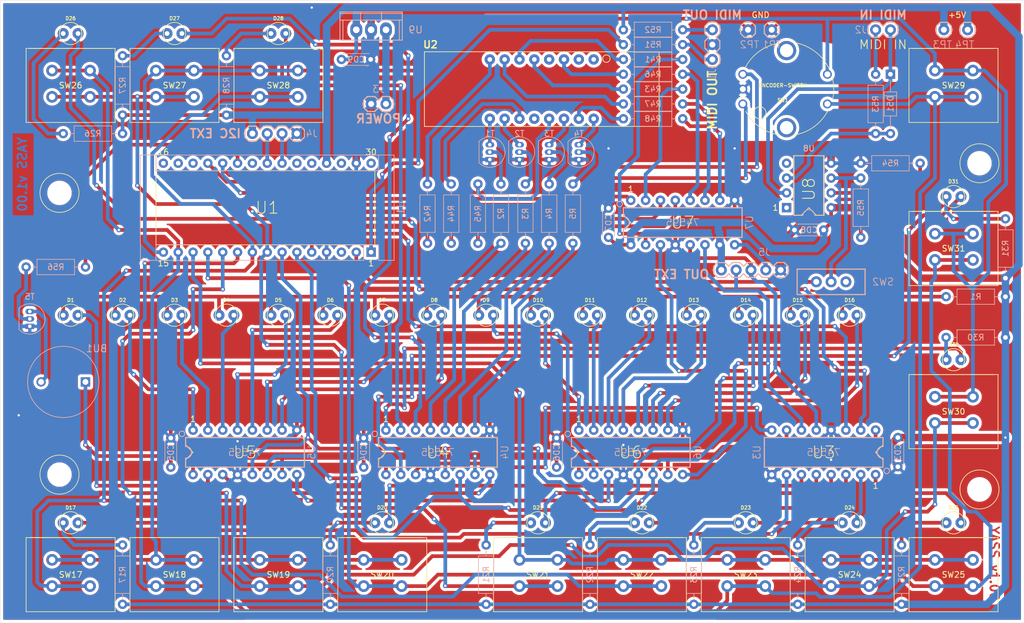
<source format=kicad_pcb>
(kicad_pcb (version 20171130) (host pcbnew "(5.1.2)-1")
  (layers (0 F.Cu signal) (31 B.Cu signal) (34 B.Paste user hide) (35 F.Paste user hide) (36 B.SilkS user hide) (37 F.SilkS user) (38 B.Mask user hide) (39 F.Mask user hide) (44 Edge.Cuts user))
  (net 0 "")
  (net 1 "Net-(D1-PadA)")
  (net 2 "Net-(D17-PadA)")
  (net 3 "Net-(D20-PadA)")
  (net 4 "Net-(D21-PadA)")
  (net 5 "Net-(D22-PadA)")
  (net 6 "Net-(D23-PadA)")
  (net 7 "Net-(D24-PadA)")
  (net 8 "Net-(D25-PadA)")
  (net 9 "Net-(D26-PadA)")
  (net 10 "Net-(D27-PadA)")
  (net 11 "Net-(D28-PadA)")
  (net 12 "Net-(D30-PadA)")
  (net 13 "Net-(D31-PadA)")
  (net 14 "Net-(D1-PadK)")
  (net 15 "Net-(D2-PadK)")
  (net 16 "Net-(D3-PadK)")
  (net 17 "Net-(D4-PadK)")
  (net 18 "Net-(D5-PadK)")
  (net 19 "Net-(D6-PadK)")
  (net 20 "Net-(D7-PadK)")
  (net 21 "Net-(D8-PadK)")
  (net 22 "Net-(D9-PadK)")
  (net 23 "Net-(D10-PadK)")
  (net 24 "Net-(D11-PadK)")
  (net 25 "Net-(D12-PadK)")
  (net 26 "Net-(D13-PadK)")
  (net 27 "Net-(D14-PadK)")
  (net 28 "Net-(D15-PadK)")
  (net 29 "Net-(D16-PadK)")
  (net 30 "Net-(D17-PadK)")
  (net 31 "Net-(D20-PadK)")
  (net 32 "Net-(D21-PadK)")
  (net 33 "Net-(D22-PadK)")
  (net 34 "Net-(D23-PadK)")
  (net 35 "Net-(D24-PadK)")
  (net 36 "Net-(D25-PadK)")
  (net 37 "Net-(D26-PadK)")
  (net 38 "Net-(D27-PadK)")
  (net 39 "Net-(D28-PadK)")
  (net 40 "Net-(D30-PadK)")
  (net 41 "Net-(D31-PadK)")
  (net 42 "Net-(U1-Pad3)")
  (net 43 "Net-(U1-Pad16)")
  (net 44 "Net-(U1-Pad17)")
  (net 45 "Net-(U1-Pad18)")
  (net 46 "Net-(U1-Pad22)")
  (net 47 "Net-(U1-Pad25)")
  (net 48 "Net-(U1-Pad26)")
  (net 49 "Net-(U1-Pad28)")
  (net 50 "Net-(U1-Pad30)")
  (net 51 "Net-(U2-Pad4)")
  (net 52 "Net-(U2-Pad9)")
  (net 53 "Net-(U2-Pad10)")
  (net 54 "Net-(U2-Pad12)")
  (net 55 "Net-(R41-Pad1)")
  (net 56 "Net-(R42-Pad1)")
  (net 57 "Net-(R43-Pad1)")
  (net 58 "Net-(R44-Pad1)")
  (net 59 "Net-(R45-Pad1)")
  (net 60 "Net-(R46-Pad1)")
  (net 61 "Net-(R47-Pad1)")
  (net 62 "Net-(R2-Pad2)")
  (net 63 "Net-(R2-Pad1)")
  (net 64 "Net-(R3-Pad1)")
  (net 65 "Net-(R4-Pad2)")
  (net 66 "Net-(R4-Pad1)")
  (net 67 "Net-(R5-Pad1)")
  (net 68 "Net-(R5-Pad2)")
  (net 69 GND)
  (net 70 DATA_BIT_1)
  (net 71 CLOCK)
  (net 72 LATCH)
  (net 73 +5V)
  (net 74 DATA_BIT_2)
  (net 75 DATA_BIT_3)
  (net 76 DATA_BIT_4)
  (net 77 DATA_BIT_5)
  (net 78 "Net-(U8-Pad4)")
  (net 79 "Net-(U8-Pad1)")
  (net 80 SEG_A)
  (net 81 SEG_B)
  (net 82 SEG_C)
  (net 83 SEG_D)
  (net 84 SEG_E)
  (net 85 SEG_F)
  (net 86 SEG_G)
  (net 87 DP)
  (net 88 "Net-(R48-Pad1)")
  (net 89 TRACK_A)
  (net 90 TRACK_B)
  (net 91 COL_3)
  (net 92 ROW_3)
  (net 93 COL_2)
  (net 94 ROW_2)
  (net 95 COL_4)
  (net 96 COL_5)
  (net 97 ROW_1)
  (net 98 COL_1)
  (net 99 DIGIT_1)
  (net 100 DIGIT_2)
  (net 101 DIGIT_3)
  (net 102 DIGIT_4)
  (net 103 "Net-(J1-Pad1)")
  (net 104 "Net-(J1-Pad3)")
  (net 105 "Net-(R51-Pad2)")
  (net 106 "Net-(J2-Pad1)")
  (net 107 "Net-(D51-Pad1)")
  (net 108 "Net-(D51-Pad2)")
  (net 109 "Net-(R54-Pad1)")
  (net 110 RX)
  (net 111 "Net-(R55-Pad2)")
  (net 112 "Net-(SW2-Pad1)")
  (net 113 "Net-(J3-Pad2)")
  (net 114 "Net-(BU1-Pad2)")
  (net 115 BUZ)
  (net 116 "Net-(R56-Pad1)")
  (net 117 SDA)
  (net 118 SCL)
  (net 119 "Net-(R3-Pad2)")
  (net 120 DATA_BIT_6)
  (module Switches:SWITCH_SPDT_PTH_11.6X4.0MM (layer B.Cu) (at 210.82 96.52 90)
    (fp_text reference SW2 (at 0 8.89) (layer B.SilkS) (effects (font (size 1.2192 1.2192) (thickness 0.127)) (justify mirror)))
    (fp_text value SWITCH_TOGGLE_SPST_RIGHT_ANGLE hide)
    (pad 1 thru_hole circle (at 0 2.54 90) (size 1.8796 1.8796) (drill 1.016) (layers *.Cu *.Mask) (net 112 "Net-(SW2-Pad1)"))
    (pad 2 thru_hole circle (at 0 0 90) (size 1.8796 1.8796) (drill 1.016) (layers *.Cu *.Mask) (net 111 "Net-(R55-Pad2)"))
    (pad 3 thru_hole circle (at 0 -2.54 90) (size 1.8796 1.8796) (drill 1.016) (layers *.Cu *.Mask) (net 110 RX))
  )
  (module YASS_v2:R (layer B.Cu) (at 185.42 68.58 180)
    (fp_text reference R48 (at 5.08 0) (layer B.SilkS) (effects (justify mirror)))
    (fp_text value 1k)
    (pad 1 thru_hole circle (at 0 0 180) (size 1.6 1.6) (drill 0.8) (layers *.Cu *.Mask) (net 88 "Net-(R48-Pad1)"))
    (pad 2 thru_hole oval (at 10.16 0 180) (size 1.6 1.6) (drill 0.8) (layers *.Cu *.Mask) (net 87 DP))
  )
  (module YASS_v2:R (layer B.Cu) (at 185.42 55.88 180)
    (fp_text reference R51 (at 5.08 0) (layer B.SilkS) (effects (justify mirror)))
    (fp_text value 220)
    (pad 1 thru_hole circle (at 0 0 180) (size 1.6 1.6) (drill 0.8) (layers *.Cu *.Mask) (net 104 "Net-(J1-Pad3)"))
    (pad 2 thru_hole oval (at 10.16 0 180) (size 1.6 1.6) (drill 0.8) (layers *.Cu *.Mask) (net 105 "Net-(R51-Pad2)"))
  )
  (module YASS_v2:ROTARY_ENCODER (layer F.Cu) (at 203.2 63.5 180)
    (fp_text reference SW1 (at 0.635 -1.905) (layer F.SilkS) (effects (font (size 0.6096 0.6096) (thickness 0.127))))
    (fp_text value ENCODER-SWITCH (at 0.635 0.635) (layer F.SilkS) (effects (font (size 0.6096 0.6096) (thickness 0.127))))
    (pad A thru_hole circle (at 7.493 2.54 180) (size 1.524 1.524) (drill 1.016) (layers *.Cu *.Mask) (net 89 TRACK_A))
    (pad B thru_hole circle (at 7.493 -2.54 180) (size 1.524 1.524) (drill 1.016) (layers *.Cu *.Mask) (net 90 TRACK_B))
    (pad C thru_hole circle (at 7.493 0 180) (size 1.524 1.524) (drill 1.016) (layers *.Cu *.Mask) (net 69 GND))
    (pad P$3 thru_hole circle (at 0 -6.604 180) (size 3.302 3.302) (drill 2.286) (layers *.Cu *.Mask))
    (pad P$4 thru_hole circle (at 0 6.604 180) (size 3.302 3.302) (drill 2.286) (layers *.Cu *.Mask))
    (pad SW+ thru_hole circle (at -6.985 -2.54 180) (size 1.524 1.524) (drill 1.016) (layers *.Cu *.Mask) (net 91 COL_3))
    (pad SW- thru_hole circle (at -6.985 2.54 180) (size 1.524 1.524) (drill 1.016) (layers *.Cu *.Mask) (net 92 ROW_3))
  )
  (module TO_SOT_Packages_THT:TO-92_Inline_Narrow_Oval (layer B.Cu) (at 162.56 75.565 90)
    (fp_text reference T3 (at 4.445 0 180) (layer B.SilkS) (effects (justify mirror)))
    (fp_text value 2N2222)
    (pad 1 thru_hole rect (at 0 0 270) (size 0.9 1.5) (drill 0.6) (layers *.Cu *.Mask) (net 69 GND))
    (pad 3 thru_hole oval (at 2.54 0 270) (size 0.9 1.5) (drill 0.6) (layers *.Cu *.Mask) (net 101 DIGIT_3))
    (pad 2 thru_hole oval (at 1.27 0 270) (size 0.9 1.5) (drill 0.6) (layers *.Cu *.Mask) (net 65 "Net-(R4-Pad2)"))
  )
  (module TO_SOT_Packages_THT:TO-92_Inline_Narrow_Oval (layer B.Cu) (at 152.4 75.565 90)
    (fp_text reference T1 (at 4.445 0 180) (layer B.SilkS) (effects (justify mirror)))
    (fp_text value 2N2222)
    (pad 1 thru_hole rect (at 0 0 270) (size 0.9 1.5) (drill 0.6) (layers *.Cu *.Mask) (net 69 GND))
    (pad 3 thru_hole oval (at 2.54 0 270) (size 0.9 1.5) (drill 0.6) (layers *.Cu *.Mask) (net 99 DIGIT_1))
    (pad 2 thru_hole oval (at 1.27 0 270) (size 0.9 1.5) (drill 0.6) (layers *.Cu *.Mask) (net 62 "Net-(R2-Pad2)"))
  )
  (module Silicon-Standard:DIP16 (layer B.Cu) (at 143.51 125.73)
    (fp_text reference U4 (at 11.43 0 270) (layer B.SilkS) (effects (font (size 1.2192 1.2192) (thickness 0.127)) (justify mirror)))
    (fp_text value 74595 (at 0 0 180) (layer B.SilkS) (effects (font (size 1.2192 1.2192) (thickness 0.127)) (justify mirror)))
    (pad 1 thru_hole circle (at -8.89 -3.81) (size 1.6256 1.6256) (drill 0.8128) (layers *.Cu *.Mask) (net 40 "Net-(D30-PadK)"))
    (pad 2 thru_hole circle (at -6.35 -3.81) (size 1.6256 1.6256) (drill 0.8128) (layers *.Cu *.Mask) (net 39 "Net-(D28-PadK)"))
    (pad 3 thru_hole circle (at -3.81 -3.81) (size 1.6256 1.6256) (drill 0.8128) (layers *.Cu *.Mask) (net 38 "Net-(D27-PadK)"))
    (pad 4 thru_hole circle (at -1.27 -3.81) (size 1.6256 1.6256) (drill 0.8128) (layers *.Cu *.Mask) (net 63 "Net-(R2-Pad1)"))
    (pad 5 thru_hole circle (at 1.27 -3.81) (size 1.6256 1.6256) (drill 0.8128) (layers *.Cu *.Mask) (net 64 "Net-(R3-Pad1)"))
    (pad 6 thru_hole circle (at 3.81 -3.81) (size 1.6256 1.6256) (drill 0.8128) (layers *.Cu *.Mask) (net 66 "Net-(R4-Pad1)"))
    (pad 7 thru_hole circle (at 6.35 -3.81) (size 1.6256 1.6256) (drill 0.8128) (layers *.Cu *.Mask) (net 67 "Net-(R5-Pad1)"))
    (pad 8 thru_hole circle (at 8.89 -3.81) (size 1.6256 1.6256) (drill 0.8128) (layers *.Cu *.Mask) (net 69 GND))
    (pad 9 thru_hole circle (at 8.89 3.81) (size 1.6256 1.6256) (drill 0.8128) (layers *.Cu *.Mask) (net 75 DATA_BIT_3))
    (pad 10 thru_hole circle (at 6.35 3.81) (size 1.6256 1.6256) (drill 0.8128) (layers *.Cu *.Mask) (net 73 +5V))
    (pad 11 thru_hole circle (at 3.81 3.81) (size 1.6256 1.6256) (drill 0.8128) (layers *.Cu *.Mask) (net 71 CLOCK))
    (pad 12 thru_hole circle (at 1.27 3.81) (size 1.6256 1.6256) (drill 0.8128) (layers *.Cu *.Mask) (net 72 LATCH))
    (pad 13 thru_hole circle (at -1.27 3.81) (size 1.6256 1.6256) (drill 0.8128) (layers *.Cu *.Mask) (net 69 GND))
    (pad 14 thru_hole circle (at -3.81 3.81) (size 1.6256 1.6256) (drill 0.8128) (layers *.Cu *.Mask) (net 74 DATA_BIT_2))
    (pad 15 thru_hole circle (at -6.35 3.81) (size 1.6256 1.6256) (drill 0.8128) (layers *.Cu *.Mask) (net 41 "Net-(D31-PadK)"))
    (pad 16 thru_hole circle (at -8.89 3.81) (size 1.6256 1.6256) (drill 0.8128) (layers *.Cu *.Mask) (net 73 +5V))
  )
  (module Silicon-Standard:DIP16 (layer B.Cu) (at 110.49 125.73)
    (fp_text reference U5 (at 11.43 0 -90) (layer B.SilkS) (effects (font (size 1.2192 1.2192) (thickness 0.127)) (justify mirror)))
    (fp_text value 74595 (at 0 0 180) (layer B.SilkS) (effects (font (size 1.2192 1.2192) (thickness 0.127)) (justify mirror)))
    (pad 1 thru_hole circle (at -8.89 -3.81) (size 1.6256 1.6256) (drill 0.8128) (layers *.Cu *.Mask) (net 15 "Net-(D2-PadK)"))
    (pad 2 thru_hole circle (at -6.35 -3.81) (size 1.6256 1.6256) (drill 0.8128) (layers *.Cu *.Mask) (net 16 "Net-(D3-PadK)"))
    (pad 3 thru_hole circle (at -3.81 -3.81) (size 1.6256 1.6256) (drill 0.8128) (layers *.Cu *.Mask) (net 17 "Net-(D4-PadK)"))
    (pad 4 thru_hole circle (at -1.27 -3.81) (size 1.6256 1.6256) (drill 0.8128) (layers *.Cu *.Mask) (net 18 "Net-(D5-PadK)"))
    (pad 5 thru_hole circle (at 1.27 -3.81) (size 1.6256 1.6256) (drill 0.8128) (layers *.Cu *.Mask) (net 19 "Net-(D6-PadK)"))
    (pad 6 thru_hole circle (at 3.81 -3.81) (size 1.6256 1.6256) (drill 0.8128) (layers *.Cu *.Mask) (net 20 "Net-(D7-PadK)"))
    (pad 7 thru_hole circle (at 6.35 -3.81) (size 1.6256 1.6256) (drill 0.8128) (layers *.Cu *.Mask) (net 21 "Net-(D8-PadK)"))
    (pad 8 thru_hole circle (at 8.89 -3.81) (size 1.6256 1.6256) (drill 0.8128) (layers *.Cu *.Mask) (net 69 GND))
    (pad 9 thru_hole circle (at 8.89 3.81) (size 1.6256 1.6256) (drill 0.8128) (layers *.Cu *.Mask) (net 76 DATA_BIT_4))
    (pad 10 thru_hole circle (at 6.35 3.81) (size 1.6256 1.6256) (drill 0.8128) (layers *.Cu *.Mask) (net 73 +5V))
    (pad 11 thru_hole circle (at 3.81 3.81) (size 1.6256 1.6256) (drill 0.8128) (layers *.Cu *.Mask) (net 71 CLOCK))
    (pad 12 thru_hole circle (at 1.27 3.81) (size 1.6256 1.6256) (drill 0.8128) (layers *.Cu *.Mask) (net 72 LATCH))
    (pad 13 thru_hole circle (at -1.27 3.81) (size 1.6256 1.6256) (drill 0.8128) (layers *.Cu *.Mask) (net 69 GND))
    (pad 14 thru_hole circle (at -3.81 3.81) (size 1.6256 1.6256) (drill 0.8128) (layers *.Cu *.Mask) (net 75 DATA_BIT_3))
    (pad 15 thru_hole circle (at -6.35 3.81) (size 1.6256 1.6256) (drill 0.8128) (layers *.Cu *.Mask) (net 14 "Net-(D1-PadK)"))
    (pad 16 thru_hole circle (at -8.89 3.81) (size 1.6256 1.6256) (drill 0.8128) (layers *.Cu *.Mask) (net 73 +5V))
  )
  (module TO_SOT_Packages_THT:TO-92_Inline_Narrow_Oval (layer B.Cu) (at 157.48 75.565 90)
    (fp_text reference T2 (at 4.445 0 180) (layer B.SilkS) (effects (justify mirror)))
    (fp_text value PN2222A hide)
    (pad 1 thru_hole rect (at 0 0 270) (size 0.9 1.5) (drill 0.6) (layers *.Cu *.Mask) (net 69 GND))
    (pad 3 thru_hole oval (at 2.54 0 270) (size 0.9 1.5) (drill 0.6) (layers *.Cu *.Mask) (net 100 DIGIT_2))
    (pad 2 thru_hole oval (at 1.27 0 270) (size 0.9 1.5) (drill 0.6) (layers *.Cu *.Mask) (net 119 "Net-(R3-Pad2)"))
  )
  (module Silicon-Standard:DIP16 (layer B.Cu) (at 185.42 86.36)
    (fp_text reference U7 (at 11.43 0 270) (layer B.SilkS) (effects (font (size 1.2192 1.2192) (thickness 0.127)) (justify mirror)))
    (fp_text value 74595 (at 0 0 180) (layer B.SilkS) (effects (font (size 1.2192 1.2192) (thickness 0.127)) (justify mirror)))
    (pad 1 thru_hole circle (at -8.89 -3.81) (size 1.6256 1.6256) (drill 0.8128) (layers *.Cu *.Mask) (net 56 "Net-(R42-Pad1)"))
    (pad 2 thru_hole circle (at -6.35 -3.81) (size 1.6256 1.6256) (drill 0.8128) (layers *.Cu *.Mask) (net 57 "Net-(R43-Pad1)"))
    (pad 3 thru_hole circle (at -3.81 -3.81) (size 1.6256 1.6256) (drill 0.8128) (layers *.Cu *.Mask) (net 58 "Net-(R44-Pad1)"))
    (pad 4 thru_hole circle (at -1.27 -3.81) (size 1.6256 1.6256) (drill 0.8128) (layers *.Cu *.Mask) (net 59 "Net-(R45-Pad1)"))
    (pad 5 thru_hole circle (at 1.27 -3.81) (size 1.6256 1.6256) (drill 0.8128) (layers *.Cu *.Mask) (net 60 "Net-(R46-Pad1)"))
    (pad 6 thru_hole circle (at 3.81 -3.81) (size 1.6256 1.6256) (drill 0.8128) (layers *.Cu *.Mask) (net 61 "Net-(R47-Pad1)"))
    (pad 7 thru_hole circle (at 6.35 -3.81) (size 1.6256 1.6256) (drill 0.8128) (layers *.Cu *.Mask) (net 88 "Net-(R48-Pad1)"))
    (pad 8 thru_hole circle (at 8.89 -3.81) (size 1.6256 1.6256) (drill 0.8128) (layers *.Cu *.Mask) (net 69 GND))
    (pad 9 thru_hole circle (at 8.89 3.81) (size 1.6256 1.6256) (drill 0.8128) (layers *.Cu *.Mask) (net 120 DATA_BIT_6))
    (pad 10 thru_hole circle (at 6.35 3.81) (size 1.6256 1.6256) (drill 0.8128) (layers *.Cu *.Mask) (net 73 +5V))
    (pad 11 thru_hole circle (at 3.81 3.81) (size 1.6256 1.6256) (drill 0.8128) (layers *.Cu *.Mask) (net 71 CLOCK))
    (pad 12 thru_hole circle (at 1.27 3.81) (size 1.6256 1.6256) (drill 0.8128) (layers *.Cu *.Mask) (net 72 LATCH))
    (pad 13 thru_hole circle (at -1.27 3.81) (size 1.6256 1.6256) (drill 0.8128) (layers *.Cu *.Mask) (net 69 GND))
    (pad 14 thru_hole circle (at -3.81 3.81) (size 1.6256 1.6256) (drill 0.8128) (layers *.Cu *.Mask) (net 77 DATA_BIT_5))
    (pad 15 thru_hole circle (at -6.35 3.81) (size 1.6256 1.6256) (drill 0.8128) (layers *.Cu *.Mask) (net 55 "Net-(R41-Pad1)"))
    (pad 16 thru_hole circle (at -8.89 3.81) (size 1.6256 1.6256) (drill 0.8128) (layers *.Cu *.Mask) (net 73 +5V))
  )
  (module YASS_v2:R (layer B.Cu) (at 151.765 151.765 90)
    (fp_text reference R21 (at 5.08 0 90) (layer B.SilkS) (effects (justify mirror)))
    (fp_text value 1k)
    (pad 1 thru_hole circle (at 0 0 90) (size 1.6 1.6) (drill 0.8) (layers *.Cu *.Mask) (net 73 +5V))
    (pad 2 thru_hole oval (at 10.16 0 90) (size 1.6 1.6) (drill 0.8) (layers *.Cu *.Mask) (net 4 "Net-(D21-PadA)"))
  )
  (module Modules:Arduino_Nano (layer B.Cu) (at 132.08 91.44 90)
    (fp_text reference U1 (at 7.62 5.08 90) (layer B.SilkS) (effects (font (size 1.2192 1.2192)) (justify mirror)))
    (fp_text value Arduino_Nano_v2.x)
    (pad 1 thru_hole rect (at 0 0 90) (size 1.6 1.6) (drill 0.8) (layers *.Cu *.Mask) (net 105 "Net-(R51-Pad2)"))
    (pad 17 thru_hole oval (at 15.24 -33.02 90) (size 1.6 1.6) (drill 0.8) (layers *.Cu *.Mask) (net 44 "Net-(U1-Pad17)"))
    (pad 2 thru_hole oval (at 0 -2.54 90) (size 1.6 1.6) (drill 0.8) (layers *.Cu *.Mask) (net 110 RX))
    (pad 18 thru_hole oval (at 15.24 -30.48 90) (size 1.6 1.6) (drill 0.8) (layers *.Cu *.Mask) (net 45 "Net-(U1-Pad18)"))
    (pad 3 thru_hole oval (at 0 -5.08 90) (size 1.6 1.6) (drill 0.8) (layers *.Cu *.Mask) (net 42 "Net-(U1-Pad3)"))
    (pad 19 thru_hole oval (at 15.24 -27.94 90) (size 1.6 1.6) (drill 0.8) (layers *.Cu *.Mask) (net 89 TRACK_A))
    (pad 4 thru_hole oval (at 0 -7.62 90) (size 1.6 1.6) (drill 0.8) (layers *.Cu *.Mask) (net 69 GND))
    (pad 20 thru_hole oval (at 15.24 -25.4 90) (size 1.6 1.6) (drill 0.8) (layers *.Cu *.Mask) (net 90 TRACK_B))
    (pad 5 thru_hole oval (at 0 -10.16 90) (size 1.6 1.6) (drill 0.8) (layers *.Cu *.Mask) (net 70 DATA_BIT_1))
    (pad 21 thru_hole oval (at 15.24 -22.86 90) (size 1.6 1.6) (drill 0.8) (layers *.Cu *.Mask) (net 115 BUZ))
    (pad 6 thru_hole oval (at 0 -12.7 90) (size 1.6 1.6) (drill 0.8) (layers *.Cu *.Mask) (net 71 CLOCK))
    (pad 22 thru_hole oval (at 15.24 -20.32 90) (size 1.6 1.6) (drill 0.8) (layers *.Cu *.Mask) (net 46 "Net-(U1-Pad22)"))
    (pad 7 thru_hole oval (at 0 -15.24 90) (size 1.6 1.6) (drill 0.8) (layers *.Cu *.Mask) (net 72 LATCH))
    (pad 23 thru_hole oval (at 15.24 -17.78 90) (size 1.6 1.6) (drill 0.8) (layers *.Cu *.Mask) (net 117 SDA))
    (pad 8 thru_hole oval (at 0 -17.78 90) (size 1.6 1.6) (drill 0.8) (layers *.Cu *.Mask) (net 98 COL_1))
    (pad 24 thru_hole oval (at 15.24 -15.24 90) (size 1.6 1.6) (drill 0.8) (layers *.Cu *.Mask) (net 118 SCL))
    (pad 9 thru_hole oval (at 0 -20.32 90) (size 1.6 1.6) (drill 0.8) (layers *.Cu *.Mask) (net 93 COL_2))
    (pad 25 thru_hole oval (at 15.24 -12.7 90) (size 1.6 1.6) (drill 0.8) (layers *.Cu *.Mask) (net 47 "Net-(U1-Pad25)"))
    (pad 10 thru_hole oval (at 0 -22.86 90) (size 1.6 1.6) (drill 0.8) (layers *.Cu *.Mask) (net 91 COL_3))
    (pad 26 thru_hole oval (at 15.24 -10.16 90) (size 1.6 1.6) (drill 0.8) (layers *.Cu *.Mask) (net 48 "Net-(U1-Pad26)"))
    (pad 11 thru_hole oval (at 0 -25.4 90) (size 1.6 1.6) (drill 0.8) (layers *.Cu *.Mask) (net 95 COL_4))
    (pad 27 thru_hole oval (at 15.24 -7.62 90) (size 1.6 1.6) (drill 0.8) (layers *.Cu *.Mask) (net 73 +5V))
    (pad 12 thru_hole oval (at 0 -27.94 90) (size 1.6 1.6) (drill 0.8) (layers *.Cu *.Mask) (net 96 COL_5))
    (pad 28 thru_hole oval (at 15.24 -5.08 90) (size 1.6 1.6) (drill 0.8) (layers *.Cu *.Mask) (net 49 "Net-(U1-Pad28)"))
    (pad 13 thru_hole oval (at 0 -30.48 90) (size 1.6 1.6) (drill 0.8) (layers *.Cu *.Mask) (net 97 ROW_1))
    (pad 29 thru_hole oval (at 15.24 -2.54 90) (size 1.6 1.6) (drill 0.8) (layers *.Cu *.Mask) (net 69 GND))
    (pad 14 thru_hole oval (at 0 -33.02 90) (size 1.6 1.6) (drill 0.8) (layers *.Cu *.Mask) (net 94 ROW_2))
    (pad 30 thru_hole oval (at 15.24 0 90) (size 1.6 1.6) (drill 0.8) (layers *.Cu *.Mask) (net 50 "Net-(U1-Pad30)"))
    (pad 15 thru_hole oval (at 0 -35.56 90) (size 1.6 1.6) (drill 0.8) (layers *.Cu *.Mask) (net 92 ROW_3))
    (pad 16 thru_hole oval (at 15.24 -35.56 90) (size 1.6 1.6) (drill 0.8) (layers *.Cu *.Mask) (net 43 "Net-(U1-Pad16)"))
  )
  (module YASS_v2:R (layer B.Cu) (at 218.44 71.12 90)
    (fp_text reference R53 (at 5.08 0 270) (layer B.SilkS) (effects (justify mirror)))
    (fp_text value 220)
    (pad 1 thru_hole circle (at 0 0 90) (size 1.6 1.6) (drill 0.8) (layers *.Cu *.Mask) (net 108 "Net-(D51-Pad2)"))
    (pad 2 thru_hole oval (at 10.16 0 90) (size 1.6 1.6) (drill 0.8) (layers *.Cu *.Mask) (net 106 "Net-(J2-Pad1)"))
  )
  (module YASS_v2:R (layer B.Cu) (at 125.095 151.765 90)
    (fp_text reference R20 (at 5.08 0 90) (layer B.SilkS) (effects (justify mirror)))
    (fp_text value 1k)
    (pad 1 thru_hole circle (at 0 0 90) (size 1.6 1.6) (drill 0.8) (layers *.Cu *.Mask) (net 73 +5V))
    (pad 2 thru_hole oval (at 10.16 0 90) (size 1.6 1.6) (drill 0.8) (layers *.Cu *.Mask) (net 3 "Net-(D20-PadA)"))
  )
  (module Silicon-Standard:DIP16 (layer B.Cu) (at 209.55 125.73 180)
    (fp_text reference U3 (at 11.43 0 270) (layer B.SilkS) (effects (font (size 1.2192 1.2192) (thickness 0.127)) (justify mirror)))
    (fp_text value 74595 (at 0 0 180) (layer B.SilkS) (effects (font (size 1.2192 1.2192) (thickness 0.127)) (justify mirror)))
    (pad 1 thru_hole circle (at -8.89 -3.81 180) (size 1.6256 1.6256) (drill 0.8128) (layers *.Cu *.Mask) (net 36 "Net-(D25-PadK)"))
    (pad 2 thru_hole circle (at -6.35 -3.81 180) (size 1.6256 1.6256) (drill 0.8128) (layers *.Cu *.Mask) (net 35 "Net-(D24-PadK)"))
    (pad 3 thru_hole circle (at -3.81 -3.81 180) (size 1.6256 1.6256) (drill 0.8128) (layers *.Cu *.Mask) (net 34 "Net-(D23-PadK)"))
    (pad 4 thru_hole circle (at -1.27 -3.81 180) (size 1.6256 1.6256) (drill 0.8128) (layers *.Cu *.Mask) (net 33 "Net-(D22-PadK)"))
    (pad 5 thru_hole circle (at 1.27 -3.81 180) (size 1.6256 1.6256) (drill 0.8128) (layers *.Cu *.Mask) (net 32 "Net-(D21-PadK)"))
    (pad 6 thru_hole circle (at 3.81 -3.81 180) (size 1.6256 1.6256) (drill 0.8128) (layers *.Cu *.Mask) (net 31 "Net-(D20-PadK)"))
    (pad 7 thru_hole circle (at 6.35 -3.81 180) (size 1.6256 1.6256) (drill 0.8128) (layers *.Cu *.Mask) (net 30 "Net-(D17-PadK)"))
    (pad 8 thru_hole circle (at 8.89 -3.81 180) (size 1.6256 1.6256) (drill 0.8128) (layers *.Cu *.Mask) (net 69 GND))
    (pad 9 thru_hole circle (at 8.89 3.81 180) (size 1.6256 1.6256) (drill 0.8128) (layers *.Cu *.Mask) (net 74 DATA_BIT_2))
    (pad 10 thru_hole circle (at 6.35 3.81 180) (size 1.6256 1.6256) (drill 0.8128) (layers *.Cu *.Mask) (net 73 +5V))
    (pad 11 thru_hole circle (at 3.81 3.81 180) (size 1.6256 1.6256) (drill 0.8128) (layers *.Cu *.Mask) (net 71 CLOCK))
    (pad 12 thru_hole circle (at 1.27 3.81 180) (size 1.6256 1.6256) (drill 0.8128) (layers *.Cu *.Mask) (net 72 LATCH))
    (pad 13 thru_hole circle (at -1.27 3.81 180) (size 1.6256 1.6256) (drill 0.8128) (layers *.Cu *.Mask) (net 69 GND))
    (pad 14 thru_hole circle (at -3.81 3.81 180) (size 1.6256 1.6256) (drill 0.8128) (layers *.Cu *.Mask) (net 70 DATA_BIT_1))
    (pad 15 thru_hole circle (at -6.35 3.81 180) (size 1.6256 1.6256) (drill 0.8128) (layers *.Cu *.Mask) (net 37 "Net-(D26-PadK)"))
    (pad 16 thru_hole circle (at -8.89 3.81 180) (size 1.6256 1.6256) (drill 0.8128) (layers *.Cu *.Mask) (net 73 +5V))
  )
  (module YASS_v2:R (layer B.Cu) (at 187.325 151.765 90)
    (fp_text reference R23 (at 5.08 0 90) (layer B.SilkS) (effects (justify mirror)))
    (fp_text value 1k)
    (pad 1 thru_hole circle (at 0 0 90) (size 1.6 1.6) (drill 0.8) (layers *.Cu *.Mask) (net 73 +5V))
    (pad 2 thru_hole oval (at 10.16 0 90) (size 1.6 1.6) (drill 0.8) (layers *.Cu *.Mask) (net 6 "Net-(D23-PadA)"))
  )
  (module YASS_v2:R (layer B.Cu) (at 175.26 53.34)
    (fp_text reference R52 (at 5.08 0) (layer B.SilkS) (effects (justify mirror)))
    (fp_text value 220)
    (pad 1 thru_hole circle (at 0 0) (size 1.6 1.6) (drill 0.8) (layers *.Cu *.Mask) (net 73 +5V))
    (pad 2 thru_hole oval (at 10.16 0) (size 1.6 1.6) (drill 0.8) (layers *.Cu *.Mask) (net 103 "Net-(J1-Pad1)"))
  )
  (module Silicon-Standard:DIP16 (layer B.Cu) (at 176.53 125.73)
    (fp_text reference U6 (at 11.43 0 -90) (layer B.SilkS) (effects (font (size 1.2192 1.2192) (thickness 0.127)) (justify mirror)))
    (fp_text value 74595 (at 0 0 180) (layer B.SilkS) (effects (font (size 1.2192 1.2192) (thickness 0.127)) (justify mirror)))
    (pad 1 thru_hole circle (at -8.89 -3.81) (size 1.6256 1.6256) (drill 0.8128) (layers *.Cu *.Mask) (net 23 "Net-(D10-PadK)"))
    (pad 2 thru_hole circle (at -6.35 -3.81) (size 1.6256 1.6256) (drill 0.8128) (layers *.Cu *.Mask) (net 24 "Net-(D11-PadK)"))
    (pad 3 thru_hole circle (at -3.81 -3.81) (size 1.6256 1.6256) (drill 0.8128) (layers *.Cu *.Mask) (net 25 "Net-(D12-PadK)"))
    (pad 4 thru_hole circle (at -1.27 -3.81) (size 1.6256 1.6256) (drill 0.8128) (layers *.Cu *.Mask) (net 26 "Net-(D13-PadK)"))
    (pad 5 thru_hole circle (at 1.27 -3.81) (size 1.6256 1.6256) (drill 0.8128) (layers *.Cu *.Mask) (net 27 "Net-(D14-PadK)"))
    (pad 6 thru_hole circle (at 3.81 -3.81) (size 1.6256 1.6256) (drill 0.8128) (layers *.Cu *.Mask) (net 28 "Net-(D15-PadK)"))
    (pad 7 thru_hole circle (at 6.35 -3.81) (size 1.6256 1.6256) (drill 0.8128) (layers *.Cu *.Mask) (net 29 "Net-(D16-PadK)"))
    (pad 8 thru_hole circle (at 8.89 -3.81) (size 1.6256 1.6256) (drill 0.8128) (layers *.Cu *.Mask) (net 69 GND))
    (pad 9 thru_hole circle (at 8.89 3.81) (size 1.6256 1.6256) (drill 0.8128) (layers *.Cu *.Mask) (net 77 DATA_BIT_5))
    (pad 10 thru_hole circle (at 6.35 3.81) (size 1.6256 1.6256) (drill 0.8128) (layers *.Cu *.Mask) (net 73 +5V))
    (pad 11 thru_hole circle (at 3.81 3.81) (size 1.6256 1.6256) (drill 0.8128) (layers *.Cu *.Mask) (net 71 CLOCK))
    (pad 12 thru_hole circle (at 1.27 3.81) (size 1.6256 1.6256) (drill 0.8128) (layers *.Cu *.Mask) (net 72 LATCH))
    (pad 13 thru_hole circle (at -1.27 3.81) (size 1.6256 1.6256) (drill 0.8128) (layers *.Cu *.Mask) (net 69 GND))
    (pad 14 thru_hole circle (at -3.81 3.81) (size 1.6256 1.6256) (drill 0.8128) (layers *.Cu *.Mask) (net 76 DATA_BIT_4))
    (pad 15 thru_hole circle (at -6.35 3.81) (size 1.6256 1.6256) (drill 0.8128) (layers *.Cu *.Mask) (net 22 "Net-(D9-PadK)"))
    (pad 16 thru_hole circle (at -8.89 3.81) (size 1.6256 1.6256) (drill 0.8128) (layers *.Cu *.Mask) (net 73 +5V))
  )
  (module YASS_v2:R (layer B.Cu) (at 89.535 151.765 90)
    (fp_text reference R17 (at 5.08 0 90) (layer B.SilkS) (effects (justify mirror)))
    (fp_text value 1k)
    (pad 1 thru_hole circle (at 0 0 90) (size 1.6 1.6) (drill 0.8) (layers *.Cu *.Mask) (net 73 +5V))
    (pad 2 thru_hole oval (at 10.16 0 90) (size 1.6 1.6) (drill 0.8) (layers *.Cu *.Mask) (net 2 "Net-(D17-PadA)"))
  )
  (module Capacitors_THT:C_Disc_D4.3mm_W1.9mm_P5.00mm (layer B.Cu) (at 130.81 128.27 90)
    (fp_text reference CD4 (at 2.5 0 90) (layer B.SilkS) (effects (justify mirror)))
    (fp_text value 100nF)
    (pad 2 thru_hole circle (at 5 0 90) (size 1.6 1.6) (drill 0.8) (layers *.Cu *.Mask) (net 69 GND))
    (pad 1 thru_hole circle (at 0 0 90) (size 1.6 1.6) (drill 0.8) (layers *.Cu *.Mask) (net 73 +5V))
  )
  (module Capacitors_THT:C_Disc_D4.3mm_W1.9mm_P5.00mm (layer B.Cu) (at 127 58.42)
    (fp_text reference CD9 (at 2.54 0) (layer B.SilkS) (effects (justify mirror)))
    (fp_text value 100nF)
    (pad 2 thru_hole circle (at 5 0) (size 1.6 1.6) (drill 0.8) (layers *.Cu *.Mask) (net 69 GND))
    (pad 1 thru_hole circle (at 0 0) (size 1.6 1.6) (drill 0.8) (layers *.Cu *.Mask) (net 73 +5V))
  )
  (module Capacitors_THT:C_Disc_D4.3mm_W1.9mm_P5.00mm (layer B.Cu) (at 163.83 128.27 90)
    (fp_text reference CD6 (at 2.5 0 90) (layer B.SilkS) (effects (justify mirror)))
    (fp_text value 100nF)
    (pad 2 thru_hole circle (at 5 0 90) (size 1.6 1.6) (drill 0.8) (layers *.Cu *.Mask) (net 69 GND))
    (pad 1 thru_hole circle (at 0 0 90) (size 1.6 1.6) (drill 0.8) (layers *.Cu *.Mask) (net 73 +5V))
  )
  (module Resistors_THT:R_Axial_DIN0207_L6.3mm_D2.5mm_P10.16mm_Horizontal (layer B.Cu) (at 73.025 93.98)
    (fp_text reference R56 (at 5.08 0) (layer B.SilkS) (effects (justify mirror)))
    (fp_text value 1K)
    (pad 2 thru_hole oval (at 10.16 0) (size 1.6 1.6) (drill 0.8) (layers *.Cu *.Mask) (net 115 BUZ))
    (pad 1 thru_hole circle (at 0 0) (size 1.6 1.6) (drill 0.8) (layers *.Cu *.Mask) (net 116 "Net-(R56-Pad1)"))
  )
  (module TO_SOT_Packages_THT:TO-92_Inline_Narrow_Oval (layer B.Cu) (at 167.64 75.565 90)
    (fp_text reference T4 (at 4.445 0 180) (layer B.SilkS) (effects (justify mirror)))
    (fp_text value 2N2222)
    (pad 1 thru_hole rect (at 0 0 270) (size 0.9 1.5) (drill 0.6) (layers *.Cu *.Mask) (net 69 GND))
    (pad 3 thru_hole oval (at 2.54 0 270) (size 0.9 1.5) (drill 0.6) (layers *.Cu *.Mask) (net 102 DIGIT_4))
    (pad 2 thru_hole oval (at 1.27 0 270) (size 0.9 1.5) (drill 0.6) (layers *.Cu *.Mask) (net 68 "Net-(R5-Pad2)"))
  )
  (module Power_Integrations:TO-220 (layer B.Cu) (at 132.08 53.34 180)
    (fp_text reference U9 (at -7.62 0) (layer B.SilkS) (effects (font (size 1.2192 1.2192)) (justify mirror)))
    (fp_text value LM7805_TO220 hide)
    (pad 1 thru_hole oval (at -2.54 0 180) (size 2.032 2.54) (drill 1.143) (layers *.Cu *.Mask) (net 113 "Net-(J3-Pad2)"))
    (pad 3 thru_hole oval (at 2.54 0 180) (size 2.032 2.54) (drill 1.143) (layers *.Cu *.Mask) (net 73 +5V))
    (pad 2 thru_hole oval (at 0 0 180) (size 2.032 2.54) (drill 1.143) (layers *.Cu *.Mask) (net 69 GND))
  )
  (module Buzzers_Beepers:MagneticBuzzer_ProSignal_ABI-009-RC (layer B.Cu) (at 83.185 113.665 180)
    (fp_text reference BU1 (at -1.905 5.715 180) (layer B.SilkS) (effects (font (size 1.2192 1.2192)) (justify mirror)))
    (fp_text value BUZZER-PTH_KIT_NO_SILK hide)
    (pad 2 thru_hole circle (at 7.6 0 180) (size 1.6 1.6) (drill 1) (layers *.Cu *.Mask) (net 114 "Net-(BU1-Pad2)"))
    (pad 1 thru_hole rect (at 0 0 180) (size 1.6 1.6) (drill 1) (layers *.Cu *.Mask) (net 73 +5V))
  )
  (module Capacitors_THT:C_Disc_D4.3mm_W1.9mm_P5.00mm (layer B.Cu) (at 222.25 123.19 270)
    (fp_text reference CD3 (at 2.54 0 90) (layer B.SilkS) (effects (justify mirror)))
    (fp_text value 100nF)
    (pad 2 thru_hole circle (at 5 0 270) (size 1.6 1.6) (drill 0.8) (layers *.Cu *.Mask) (net 69 GND))
    (pad 1 thru_hole circle (at 0 0 270) (size 1.6 1.6) (drill 0.8) (layers *.Cu *.Mask) (net 73 +5V))
  )
  (module sparkfunConnectors:1X03 (layer B.Cu) (at 190.5 53.34 270)
    (fp_text reference J1 (at 7.62 0 90) (layer B.SilkS) (effects (font (size 1.2192 1.2192) (thickness 0.127)) (justify mirror)))
    (fp_text value CONN_03 hide)
    (pad 3 thru_hole circle (at 5.08 0 270) (size 1.8796 1.8796) (drill 1.016) (layers *.Cu *.Mask) (net 104 "Net-(J1-Pad3)"))
    (pad 2 thru_hole circle (at 2.54 0 270) (size 1.8796 1.8796) (drill 1.016) (layers *.Cu *.Mask) (net 69 GND))
    (pad 1 thru_hole circle (at 0 0 270) (size 1.8796 1.8796) (drill 1.016) (layers *.Cu *.Mask) (net 103 "Net-(J1-Pad1)"))
  )
  (module Capacitors_THT:C_Disc_D4.3mm_W1.9mm_P5.00mm (layer B.Cu) (at 97.79 128.27 90)
    (fp_text reference CD5 (at 2.5 0 90) (layer B.SilkS) (effects (justify mirror)))
    (fp_text value 100nF)
    (pad 1 thru_hole circle (at 0 0 90) (size 1.6 1.6) (drill 0.8) (layers *.Cu *.Mask) (net 73 +5V))
    (pad 2 thru_hole circle (at 5 0 90) (size 1.6 1.6) (drill 0.8) (layers *.Cu *.Mask) (net 69 GND))
  )
  (module sparkfunConnectors:1X02 (layer B.Cu) (at 132.08 66.04)
    (fp_text reference J3 (at 1.27 -2.54) (layer B.SilkS) (effects (font (size 1.2192 1.2192) (thickness 0.127)) (justify mirror)))
    (fp_text value "POWER CONNECTOR" hide)
    (pad 1 thru_hole circle (at 0 0) (size 1.8796 1.8796) (drill 1.016) (layers *.Cu *.Mask) (net 69 GND))
    (pad 2 thru_hole circle (at 2.54 0) (size 1.8796 1.8796) (drill 1.016) (layers *.Cu *.Mask) (net 113 "Net-(J3-Pad2)"))
  )
  (module Housings_DIP:DIP-8_W7.62mm (layer B.Cu) (at 203.2 83.82)
    (fp_text reference U8 (at 3.81 -10.16) (layer B.SilkS) (effects (justify mirror)))
    (fp_text value 6N138)
    (pad 8 thru_hole oval (at 7.62 0) (size 1.6 1.6) (drill 0.8) (layers *.Cu *.Mask) (net 73 +5V))
    (pad 4 thru_hole oval (at 0 -7.62) (size 1.6 1.6) (drill 0.8) (layers *.Cu *.Mask) (net 78 "Net-(U8-Pad4)"))
    (pad 7 thru_hole oval (at 7.62 -2.54) (size 1.6 1.6) (drill 0.8) (layers *.Cu *.Mask) (net 109 "Net-(R54-Pad1)"))
    (pad 3 thru_hole oval (at 0 -5.08) (size 1.6 1.6) (drill 0.8) (layers *.Cu *.Mask) (net 108 "Net-(D51-Pad2)"))
    (pad 6 thru_hole oval (at 7.62 -5.08) (size 1.6 1.6) (drill 0.8) (layers *.Cu *.Mask) (net 111 "Net-(R55-Pad2)"))
    (pad 2 thru_hole oval (at 0 -2.54) (size 1.6 1.6) (drill 0.8) (layers *.Cu *.Mask) (net 107 "Net-(D51-Pad1)"))
    (pad 5 thru_hole oval (at 7.62 -7.62) (size 1.6 1.6) (drill 0.8) (layers *.Cu *.Mask) (net 69 GND))
    (pad 1 thru_hole rect (at 0 0) (size 1.6 1.6) (drill 0.8) (layers *.Cu *.Mask) (net 79 "Net-(U8-Pad1)"))
  )
  (module sparkfunConnectors:1X02 (layer B.Cu) (at 218.44 53.34)
    (fp_text reference J2 (at -2.54 0) (layer B.SilkS) (effects (font (size 1.2192 1.2192) (thickness 0.127)) (justify mirror)))
    (fp_text value CONN_02 hide)
    (pad 1 thru_hole circle (at 0 0) (size 1.8796 1.8796) (drill 1.016) (layers *.Cu *.Mask) (net 106 "Net-(J2-Pad1)"))
    (pad 2 thru_hole circle (at 2.54 0) (size 1.8796 1.8796) (drill 1.016) (layers *.Cu *.Mask) (net 107 "Net-(D51-Pad1)"))
  )
  (module sparkfunConnectors:1X04 (layer B.Cu) (at 111.76 71.12)
    (fp_text reference J4 (at 10.16 0) (layer B.SilkS) (effects (font (size 1.2192 1.2192) (thickness 0.127)) (justify mirror)))
    (fp_text value CONN_04 hide)
    (pad 1 thru_hole circle (at 0 0) (size 1.8796 1.8796) (drill 1.016) (layers *.Cu *.Mask) (net 73 +5V))
    (pad 2 thru_hole circle (at 2.54 0) (size 1.8796 1.8796) (drill 1.016) (layers *.Cu *.Mask) (net 117 SDA))
    (pad 3 thru_hole circle (at 5.08 0) (size 1.8796 1.8796) (drill 1.016) (layers *.Cu *.Mask) (net 118 SCL))
    (pad 4 thru_hole circle (at 7.62 0) (size 1.8796 1.8796) (drill 1.016) (layers *.Cu *.Mask) (net 69 GND))
  )
  (module Capacitors_THT:C_Disc_D4.3mm_W1.9mm_P5.00mm (layer B.Cu) (at 172.72 88.9 90)
    (fp_text reference CD7 (at 2.5 0 90) (layer B.SilkS) (effects (justify mirror)))
    (fp_text value 100nF)
    (pad 1 thru_hole circle (at 0 0 90) (size 1.6 1.6) (drill 0.8) (layers *.Cu *.Mask) (net 73 +5V))
    (pad 2 thru_hole circle (at 5 0 90) (size 1.6 1.6) (drill 0.8) (layers *.Cu *.Mask) (net 69 GND))
  )
  (module Capacitors_THT:C_Disc_D4.3mm_W1.9mm_P5.00mm (layer B.Cu) (at 209.55 87.63 180)
    (fp_text reference CD8 (at 2.5 0) (layer B.SilkS) (effects (justify mirror)))
    (fp_text value 100nF)
    (pad 1 thru_hole circle (at 0 0 180) (size 1.6 1.6) (drill 0.8) (layers *.Cu *.Mask) (net 73 +5V))
    (pad 2 thru_hole circle (at 5 0 180) (size 1.6 1.6) (drill 0.8) (layers *.Cu *.Mask) (net 69 GND))
  )
  (module TO_SOT_Packages_THT:TO-92_Inline_Narrow_Oval (layer B.Cu) (at 73.66 104.14 90)
    (fp_text reference T5 (at 5.08 0 180) (layer B.SilkS) (effects (justify mirror)))
    (fp_text value 2N2222)
    (pad 1 thru_hole rect (at 0 0 270) (size 0.9 1.5) (drill 0.6) (layers *.Cu *.Mask) (net 69 GND))
    (pad 3 thru_hole oval (at 2.54 0 270) (size 0.9 1.5) (drill 0.6) (layers *.Cu *.Mask) (net 114 "Net-(BU1-Pad2)"))
    (pad 2 thru_hole oval (at 1.27 0 270) (size 0.9 1.5) (drill 0.6) (layers *.Cu *.Mask) (net 116 "Net-(R56-Pad1)"))
  )
  (module YASS_v2:KEY_PUSH_6mm (layer F.Cu) (at 113.03 60.325)
    (fp_text reference SW28 (at 3.175 2.54) (layer F.SilkS))
    (fp_text value SW_Push hide)
    (pad 2 thru_hole circle (at 0 4.5 90) (size 2 2) (drill 1.1) (layers *.Cu *.Mask) (net 93 COL_2))
    (pad 1 thru_hole circle (at 0 0 90) (size 2 2) (drill 1.1) (layers *.Cu *.Mask) (net 92 ROW_3))
    (pad 2 thru_hole circle (at 6.5 4.5 90) (size 2 2) (drill 1.1) (layers *.Cu *.Mask) (net 93 COL_2))
    (pad 1 thru_hole circle (at 6.5 0 90) (size 2 2) (drill 1.1) (layers *.Cu *.Mask) (net 92 ROW_3))
  )
  (module YASS_v2:KEY_PUSH_6mm (layer F.Cu) (at 228.6 60.325)
    (fp_text reference SW29 (at 3.175 2.54) (layer F.SilkS))
    (fp_text value SW_Push hide)
    (pad 1 thru_hole circle (at 6.5 0 90) (size 2 2) (drill 1.1) (layers *.Cu *.Mask) (net 92 ROW_3))
    (pad 2 thru_hole circle (at 6.5 4.5 90) (size 2 2) (drill 1.1) (layers *.Cu *.Mask) (net 91 COL_3))
    (pad 1 thru_hole circle (at 0 0 90) (size 2 2) (drill 1.1) (layers *.Cu *.Mask) (net 92 ROW_3))
    (pad 2 thru_hole circle (at 0 4.5 90) (size 2 2) (drill 1.1) (layers *.Cu *.Mask) (net 91 COL_3))
  )
  (module YASS_v2:KEY_PUSH_6mm (layer F.Cu) (at 228.6 116.205)
    (fp_text reference SW30 (at 3.175 2.54) (layer F.SilkS))
    (fp_text value SW_Push hide)
    (pad 1 thru_hole circle (at 6.5 0 90) (size 2 2) (drill 1.1) (layers *.Cu *.Mask) (net 92 ROW_3))
    (pad 2 thru_hole circle (at 6.5 4.5 90) (size 2 2) (drill 1.1) (layers *.Cu *.Mask) (net 95 COL_4))
    (pad 1 thru_hole circle (at 0 0 90) (size 2 2) (drill 1.1) (layers *.Cu *.Mask) (net 92 ROW_3))
    (pad 2 thru_hole circle (at 0 4.5 90) (size 2 2) (drill 1.1) (layers *.Cu *.Mask) (net 95 COL_4))
  )
  (module YASS_v2:KEY_PUSH_6mm (layer F.Cu) (at 228.6 88.265)
    (fp_text reference SW31 (at 3.175 2.54) (layer F.SilkS))
    (fp_text value SW_Push hide)
    (pad 2 thru_hole circle (at 0 4.5 90) (size 2 2) (drill 1.1) (layers *.Cu *.Mask) (net 96 COL_5))
    (pad 1 thru_hole circle (at 0 0 90) (size 2 2) (drill 1.1) (layers *.Cu *.Mask) (net 92 ROW_3))
    (pad 2 thru_hole circle (at 6.5 4.5 90) (size 2 2) (drill 1.1) (layers *.Cu *.Mask) (net 96 COL_5))
    (pad 1 thru_hole circle (at 6.5 0 90) (size 2 2) (drill 1.1) (layers *.Cu *.Mask) (net 92 ROW_3))
  )
  (module YASS_v2:4x7segments (layer F.Cu) (at 161.29 63.5)
    (fp_text reference U2 (at -19.05 -7.62) (layer F.SilkS) (effects (font (size 1.2192 1.2192) (thickness 0.254))))
    (fp_text value 7-SEGMENT-4DIGIT-10MM-RED hide)
    (pad 16 thru_hole circle (at -8.89 -5.08) (size 1.778 1.778) (drill 0.79756) (layers *.Cu *.Mask) (net 81 SEG_B))
    (pad 15 thru_hole circle (at -6.35 -5.08) (size 1.778 1.778) (drill 0.79756) (layers *.Cu *.Mask) (net 86 SEG_G))
    (pad 14 thru_hole circle (at -3.81 -5.08) (size 1.778 1.778) (drill 0.79756) (layers *.Cu *.Mask) (net 80 SEG_A))
    (pad 13 thru_hole circle (at -1.27 -5.08) (size 1.778 1.778) (drill 0.79756) (layers *.Cu *.Mask) (net 82 SEG_C))
    (pad 12 thru_hole circle (at 1.27 -5.08) (size 1.778 1.778) (drill 0.79756) (layers *.Cu *.Mask) (net 54 "Net-(U2-Pad12)"))
    (pad 11 thru_hole circle (at 3.81 -5.08) (size 1.778 1.778) (drill 0.79756) (layers *.Cu *.Mask) (net 85 SEG_F))
    (pad 10 thru_hole circle (at 6.35 -5.08) (size 1.778 1.778) (drill 0.79756) (layers *.Cu *.Mask) (net 53 "Net-(U2-Pad10)"))
    (pad 9 thru_hole circle (at 8.89 -5.08) (size 1.778 1.778) (drill 0.79756) (layers *.Cu *.Mask) (net 52 "Net-(U2-Pad9)"))
    (pad 8 thru_hole circle (at 8.89 5.08) (size 1.778 1.778) (drill 0.79756) (layers *.Cu *.Mask) (net 102 DIGIT_4))
    (pad 7 thru_hole circle (at 6.35 5.08) (size 1.778 1.778) (drill 0.79756) (layers *.Cu *.Mask) (net 87 DP))
    (pad 6 thru_hole circle (at 3.81 5.08) (size 1.778 1.778) (drill 0.79756) (layers *.Cu *.Mask) (net 101 DIGIT_3))
    (pad 5 thru_hole circle (at 1.27 5.08) (size 1.778 1.778) (drill 0.79756) (layers *.Cu *.Mask) (net 84 SEG_E))
    (pad 4 thru_hole circle (at -1.27 5.08) (size 1.778 1.778) (drill 0.79756) (layers *.Cu *.Mask) (net 51 "Net-(U2-Pad4)"))
    (pad 3 thru_hole circle (at -3.81 5.08) (size 1.778 1.778) (drill 0.79756) (layers *.Cu *.Mask) (net 83 SEG_D))
    (pad 2 thru_hole circle (at -6.35 5.08) (size 1.778 1.778) (drill 0.79756) (layers *.Cu *.Mask) (net 100 DIGIT_2))
    (pad 1 thru_hole circle (at -8.89 5.08) (size 1.778 1.778) (drill 0.79756) (layers *.Cu *.Mask) (net 99 DIGIT_1))
  )
  (module YASS_v2:KEY_PUSH_6mm (layer F.Cu) (at 95.25 144.145)
    (fp_text reference SW18 (at 3.175 2.54) (layer F.SilkS))
    (fp_text value SW_Push hide)
    (pad 2 thru_hole circle (at 0 4.5 90) (size 2 2) (drill 1.1) (layers *.Cu *.Mask) (net 91 COL_3))
    (pad 1 thru_hole circle (at 0 0 90) (size 2 2) (drill 1.1) (layers *.Cu *.Mask) (net 94 ROW_2))
    (pad 2 thru_hole circle (at 6.5 4.5 90) (size 2 2) (drill 1.1) (layers *.Cu *.Mask) (net 91 COL_3))
    (pad 1 thru_hole circle (at 6.5 0 90) (size 2 2) (drill 1.1) (layers *.Cu *.Mask) (net 94 ROW_2))
  )
  (module Mounting_Holes:MountingHole_3.2mm_M3 (layer F.Cu) (at 78.74 81.28)
    (fp_text reference H1 hide)
    (fp_text value MountingHole)
    (pad 1 np_thru_hole circle (at 0 0) (size 3.2 3.2) (drill 3.2) (layers *.Cu *.Mask))
  )
  (module YASS_v2:KEY_PUSH_6mm (layer F.Cu) (at 157.48 144.145)
    (fp_text reference SW21 (at 3.175 2.54) (layer F.SilkS))
    (fp_text value SW_Push hide)
    (pad 2 thru_hole circle (at 0 4.5 90) (size 2 2) (drill 1.1) (layers *.Cu *.Mask) (net 98 COL_1))
    (pad 1 thru_hole circle (at 0 0 90) (size 2 2) (drill 1.1) (layers *.Cu *.Mask) (net 97 ROW_1))
    (pad 2 thru_hole circle (at 6.5 4.5 90) (size 2 2) (drill 1.1) (layers *.Cu *.Mask) (net 98 COL_1))
    (pad 1 thru_hole circle (at 6.5 0 90) (size 2 2) (drill 1.1) (layers *.Cu *.Mask) (net 97 ROW_1))
  )
  (module YASS_v2:DIODE (layer B.Cu) (at 220.98 60.96 270)
    (fp_text reference D51 (at 5.08 0 90) (layer B.SilkS) (effects (justify mirror)))
    (fp_text value 1N4148)
    (pad 1 thru_hole rect (at 0 0 270) (size 1.6 1.6) (drill 0.8) (layers *.Cu *.Mask) (net 107 "Net-(D51-Pad1)"))
    (pad 2 thru_hole oval (at 10.16 0 270) (size 1.6 1.6) (drill 0.8) (layers *.Cu *.Mask) (net 108 "Net-(D51-Pad2)"))
  )
  (module YASS_v2:KEY_PUSH_6mm (layer F.Cu) (at 113.03 144.145)
    (fp_text reference SW19 (at 3.175 2.54) (layer F.SilkS))
    (fp_text value SW_Push hide)
    (pad 1 thru_hole circle (at 6.5 0 90) (size 2 2) (drill 1.1) (layers *.Cu *.Mask) (net 94 ROW_2))
    (pad 2 thru_hole circle (at 6.5 4.5 90) (size 2 2) (drill 1.1) (layers *.Cu *.Mask) (net 95 COL_4))
    (pad 1 thru_hole circle (at 0 0 90) (size 2 2) (drill 1.1) (layers *.Cu *.Mask) (net 94 ROW_2))
    (pad 2 thru_hole circle (at 0 4.5 90) (size 2 2) (drill 1.1) (layers *.Cu *.Mask) (net 95 COL_4))
  )
  (module YASS_v2:KEY_PUSH_6mm (layer F.Cu) (at 130.81 144.145)
    (fp_text reference SW20 (at 3.175 2.54) (layer F.SilkS))
    (fp_text value SW_Push hide)
    (pad 1 thru_hole circle (at 6.5 0 90) (size 2 2) (drill 1.1) (layers *.Cu *.Mask) (net 94 ROW_2))
    (pad 2 thru_hole circle (at 6.5 4.5 90) (size 2 2) (drill 1.1) (layers *.Cu *.Mask) (net 96 COL_5))
    (pad 1 thru_hole circle (at 0 0 90) (size 2 2) (drill 1.1) (layers *.Cu *.Mask) (net 94 ROW_2))
    (pad 2 thru_hole circle (at 0 4.5 90) (size 2 2) (drill 1.1) (layers *.Cu *.Mask) (net 96 COL_5))
  )
  (module YASS_v2:KEY_PUSH_6mm (layer F.Cu) (at 175.26 144.145)
    (fp_text reference SW22 (at 3.175 2.54) (layer F.SilkS))
    (fp_text value SW_Push hide)
    (pad 1 thru_hole circle (at 6.5 0 90) (size 2 2) (drill 1.1) (layers *.Cu *.Mask) (net 97 ROW_1))
    (pad 2 thru_hole circle (at 6.5 4.5 90) (size 2 2) (drill 1.1) (layers *.Cu *.Mask) (net 93 COL_2))
    (pad 1 thru_hole circle (at 0 0 90) (size 2 2) (drill 1.1) (layers *.Cu *.Mask) (net 97 ROW_1))
    (pad 2 thru_hole circle (at 0 4.5 90) (size 2 2) (drill 1.1) (layers *.Cu *.Mask) (net 93 COL_2))
  )
  (module YASS_v2:KEY_PUSH_6mm (layer F.Cu) (at 210.82 144.145)
    (fp_text reference SW24 (at 3.175 2.54) (layer F.SilkS))
    (fp_text value SW_Push hide)
    (pad 1 thru_hole circle (at 6.5 0 90) (size 2 2) (drill 1.1) (layers *.Cu *.Mask) (net 97 ROW_1))
    (pad 2 thru_hole circle (at 6.5 4.5 90) (size 2 2) (drill 1.1) (layers *.Cu *.Mask) (net 95 COL_4))
    (pad 1 thru_hole circle (at 0 0 90) (size 2 2) (drill 1.1) (layers *.Cu *.Mask) (net 97 ROW_1))
    (pad 2 thru_hole circle (at 0 4.5 90) (size 2 2) (drill 1.1) (layers *.Cu *.Mask) (net 95 COL_4))
  )
  (module YASS_v2:KEY_PUSH_6mm (layer F.Cu) (at 228.6 144.145)
    (fp_text reference SW25 (at 3.175 2.54) (layer F.SilkS))
    (fp_text value SW_Push hide)
    (pad 2 thru_hole circle (at 0 4.5 90) (size 2 2) (drill 1.1) (layers *.Cu *.Mask) (net 96 COL_5))
    (pad 1 thru_hole circle (at 0 0 90) (size 2 2) (drill 1.1) (layers *.Cu *.Mask) (net 97 ROW_1))
    (pad 2 thru_hole circle (at 6.5 4.5 90) (size 2 2) (drill 1.1) (layers *.Cu *.Mask) (net 96 COL_5))
    (pad 1 thru_hole circle (at 6.5 0 90) (size 2 2) (drill 1.1) (layers *.Cu *.Mask) (net 97 ROW_1))
  )
  (module YASS_v2:KEY_PUSH_6mm (layer F.Cu) (at 77.47 60.325)
    (fp_text reference SW26 (at 3.175 2.54) (layer F.SilkS))
    (fp_text value SW_Push hide)
    (pad 1 thru_hole circle (at 6.5 0 90) (size 2 2) (drill 1.1) (layers *.Cu *.Mask) (net 94 ROW_2))
    (pad 2 thru_hole circle (at 6.5 4.5 90) (size 2 2) (drill 1.1) (layers *.Cu *.Mask) (net 98 COL_1))
    (pad 1 thru_hole circle (at 0 0 90) (size 2 2) (drill 1.1) (layers *.Cu *.Mask) (net 94 ROW_2))
    (pad 2 thru_hole circle (at 0 4.5 90) (size 2 2) (drill 1.1) (layers *.Cu *.Mask) (net 98 COL_1))
  )
  (module YASS_v2:KEY_PUSH_6mm (layer F.Cu) (at 95.25 60.325)
    (fp_text reference SW27 (at 3.175 2.54) (layer F.SilkS))
    (fp_text value SW_Push hide)
    (pad 2 thru_hole circle (at 0 4.5 90) (size 2 2) (drill 1.1) (layers *.Cu *.Mask) (net 98 COL_1))
    (pad 1 thru_hole circle (at 0 0 90) (size 2 2) (drill 1.1) (layers *.Cu *.Mask) (net 92 ROW_3))
    (pad 2 thru_hole circle (at 6.5 4.5 90) (size 2 2) (drill 1.1) (layers *.Cu *.Mask) (net 98 COL_1))
    (pad 1 thru_hole circle (at 6.5 0 90) (size 2 2) (drill 1.1) (layers *.Cu *.Mask) (net 92 ROW_3))
  )
  (module YASS_v2:KEY_PUSH_6mm (layer F.Cu) (at 193.04 144.145)
    (fp_text reference SW23 (at 3.175 2.54) (layer F.SilkS))
    (fp_text value SW_Push hide)
    (pad 2 thru_hole circle (at 0 4.5 90) (size 2 2) (drill 1.1) (layers *.Cu *.Mask) (net 91 COL_3))
    (pad 1 thru_hole circle (at 0 0 90) (size 2 2) (drill 1.1) (layers *.Cu *.Mask) (net 97 ROW_1))
    (pad 2 thru_hole circle (at 6.5 4.5 90) (size 2 2) (drill 1.1) (layers *.Cu *.Mask) (net 91 COL_3))
    (pad 1 thru_hole circle (at 6.5 0 90) (size 2 2) (drill 1.1) (layers *.Cu *.Mask) (net 97 ROW_1))
  )
  (module YASS_v2:KEY_PUSH_6mm (layer F.Cu) (at 77.47 144.145)
    (fp_text reference SW17 (at 3.175 2.54) (layer F.SilkS))
    (fp_text value SW_Push hide)
    (pad 1 thru_hole circle (at 6.5 0 90) (size 2 2) (drill 1.1) (layers *.Cu *.Mask) (net 94 ROW_2))
    (pad 2 thru_hole circle (at 6.5 4.5 90) (size 2 2) (drill 1.1) (layers *.Cu *.Mask) (net 93 COL_2))
    (pad 1 thru_hole circle (at 0 0 90) (size 2 2) (drill 1.1) (layers *.Cu *.Mask) (net 94 ROW_2))
    (pad 2 thru_hole circle (at 0 4.5 90) (size 2 2) (drill 1.1) (layers *.Cu *.Mask) (net 93 COL_2))
  )
  (module YASS_v2:LED_3MM (layer F.Cu) (at 196.215 137.795)
    (fp_text reference D23 (at 0 -2.58826) (layer F.SilkS) (effects (font (size 0.6096 0.6096) (thickness 0.127))))
    (fp_text value "3mm blue" hide)
    (pad A thru_hole circle (at -1.27 0) (size 1.8796 1.8796) (drill 0.8128) (layers *.Cu *.Mask) (net 6 "Net-(D23-PadA)"))
    (pad K thru_hole circle (at 1.27 0) (size 1.8796 1.8796) (drill 0.8128) (layers *.Cu *.Mask) (net 34 "Net-(D23-PadK)"))
  )
  (module YASS_v2:R (layer B.Cu) (at 240.665 106.045 180)
    (fp_text reference R30 (at 5.08 0 180) (layer B.SilkS) (effects (justify mirror)))
    (fp_text value 1k)
    (pad 1 thru_hole circle (at 0 0 180) (size 1.6 1.6) (drill 0.8) (layers *.Cu *.Mask) (net 73 +5V))
    (pad 2 thru_hole oval (at 10.16 0 180) (size 1.6 1.6) (drill 0.8) (layers *.Cu *.Mask) (net 12 "Net-(D30-PadA)"))
  )
  (module YASS_v2:LED_3MM (layer F.Cu) (at 160.655 137.795)
    (fp_text reference D21 (at 0 -2.58826) (layer F.SilkS) (effects (font (size 0.6096 0.6096) (thickness 0.127))))
    (fp_text value "3mm blue" hide)
    (pad A thru_hole circle (at -1.27 0) (size 1.8796 1.8796) (drill 0.8128) (layers *.Cu *.Mask) (net 4 "Net-(D21-PadA)"))
    (pad K thru_hole circle (at 1.27 0) (size 1.8796 1.8796) (drill 0.8128) (layers *.Cu *.Mask) (net 32 "Net-(D21-PadK)"))
  )
  (module YASS_v2:LED_3MM (layer F.Cu) (at 231.775 81.915)
    (fp_text reference D31 (at 0 -2.58826) (layer F.SilkS) (effects (font (size 0.6096 0.6096) (thickness 0.127))))
    (fp_text value "3mm yellow" hide)
    (pad A thru_hole circle (at -1.27 0) (size 1.8796 1.8796) (drill 0.8128) (layers *.Cu *.Mask) (net 13 "Net-(D31-PadA)"))
    (pad K thru_hole circle (at 1.27 0) (size 1.8796 1.8796) (drill 0.8128) (layers *.Cu *.Mask) (net 41 "Net-(D31-PadK)"))
  )
  (module YASS_v2:LED_3MM (layer F.Cu) (at 178.435 102.235)
    (fp_text reference D12 (at 0 -2.58826) (layer F.SilkS) (effects (font (size 0.6096 0.6096) (thickness 0.127))))
    (fp_text value "3mm red" hide)
    (pad A thru_hole circle (at -1.27 0) (size 1.8796 1.8796) (drill 0.8128) (layers *.Cu *.Mask) (net 1 "Net-(D1-PadA)"))
    (pad K thru_hole circle (at 1.27 0) (size 1.8796 1.8796) (drill 0.8128) (layers *.Cu *.Mask) (net 25 "Net-(D12-PadK)"))
  )
  (module YASS_v2:LED_3MM (layer F.Cu) (at 80.645 137.795)
    (fp_text reference D17 (at 0 -2.58826) (layer F.SilkS) (effects (font (size 0.6096 0.6096) (thickness 0.127))))
    (fp_text value "3mm green" hide)
    (pad A thru_hole circle (at -1.27 0) (size 1.8796 1.8796) (drill 0.8128) (layers *.Cu *.Mask) (net 2 "Net-(D17-PadA)"))
    (pad K thru_hole circle (at 1.27 0) (size 1.8796 1.8796) (drill 0.8128) (layers *.Cu *.Mask) (net 30 "Net-(D17-PadK)"))
  )
  (module YASS_v2:LED_3MM (layer F.Cu) (at 80.645 53.975)
    (fp_text reference D26 (at 0 -2.58826) (layer F.SilkS) (effects (font (size 0.6096 0.6096) (thickness 0.127))))
    (fp_text value "3mm yellow" hide)
    (pad A thru_hole circle (at -1.27 0) (size 1.8796 1.8796) (drill 0.8128) (layers *.Cu *.Mask) (net 9 "Net-(D26-PadA)"))
    (pad K thru_hole circle (at 1.27 0) (size 1.8796 1.8796) (drill 0.8128) (layers *.Cu *.Mask) (net 37 "Net-(D26-PadK)"))
  )
  (module YASS_v2:LED_3MM (layer F.Cu) (at 178.435 137.795)
    (fp_text reference D22 (at 0 -2.58826) (layer F.SilkS) (effects (font (size 0.6096 0.6096) (thickness 0.127))))
    (fp_text value "3mm blue" hide)
    (pad A thru_hole circle (at -1.27 0) (size 1.8796 1.8796) (drill 0.8128) (layers *.Cu *.Mask) (net 5 "Net-(D22-PadA)"))
    (pad K thru_hole circle (at 1.27 0) (size 1.8796 1.8796) (drill 0.8128) (layers *.Cu *.Mask) (net 33 "Net-(D22-PadK)"))
  )
  (module YASS_v2:LED_3MM (layer F.Cu) (at 205.105 102.235)
    (fp_text reference D15 (at 0 -2.58826) (layer F.SilkS) (effects (font (size 0.6096 0.6096) (thickness 0.127))))
    (fp_text value "3mm red" hide)
    (pad A thru_hole circle (at -1.27 0) (size 1.8796 1.8796) (drill 0.8128) (layers *.Cu *.Mask) (net 1 "Net-(D1-PadA)"))
    (pad K thru_hole circle (at 1.27 0) (size 1.8796 1.8796) (drill 0.8128) (layers *.Cu *.Mask) (net 28 "Net-(D15-PadK)"))
  )
  (module YASS_v2:LED_3MM (layer F.Cu) (at 98.425 53.975)
    (fp_text reference D27 (at 0 -2.58826) (layer F.SilkS) (effects (font (size 0.6096 0.6096) (thickness 0.127))))
    (fp_text value "3mm yellow" hide)
    (pad A thru_hole circle (at -1.27 0) (size 1.8796 1.8796) (drill 0.8128) (layers *.Cu *.Mask) (net 10 "Net-(D27-PadA)"))
    (pad K thru_hole circle (at 1.27 0) (size 1.8796 1.8796) (drill 0.8128) (layers *.Cu *.Mask) (net 38 "Net-(D27-PadK)"))
  )
  (module YASS_v2:LED_3MM (layer F.Cu) (at 133.985 137.795)
    (fp_text reference D20 (at 0 -2.58826) (layer F.SilkS) (effects (font (size 0.6096 0.6096) (thickness 0.127))))
    (fp_text value "3mm red" hide)
    (pad A thru_hole circle (at -1.27 0) (size 1.8796 1.8796) (drill 0.8128) (layers *.Cu *.Mask) (net 3 "Net-(D20-PadA)"))
    (pad K thru_hole circle (at 1.27 0) (size 1.8796 1.8796) (drill 0.8128) (layers *.Cu *.Mask) (net 31 "Net-(D20-PadK)"))
  )
  (module YASS_v2:LED_3MM (layer F.Cu) (at 231.775 109.855)
    (fp_text reference D30 (at 0 -2.58826) (layer F.SilkS) (effects (font (size 0.6096 0.6096) (thickness 0.127))))
    (fp_text value "3mm yellow" hide)
    (pad A thru_hole circle (at -1.27 0) (size 1.8796 1.8796) (drill 0.8128) (layers *.Cu *.Mask) (net 12 "Net-(D30-PadA)"))
    (pad K thru_hole circle (at 1.27 0) (size 1.8796 1.8796) (drill 0.8128) (layers *.Cu *.Mask) (net 40 "Net-(D30-PadK)"))
  )
  (module YASS_v2:R (layer B.Cu) (at 226.06 76.2 180)
    (fp_text reference R54 (at 5.08 0 180) (layer B.SilkS) (effects (justify mirror)))
    (fp_text value 10K)
    (pad 1 thru_hole circle (at 0 0 180) (size 1.6 1.6) (drill 0.8) (layers *.Cu *.Mask) (net 109 "Net-(R54-Pad1)"))
    (pad 2 thru_hole oval (at 10.16 0 180) (size 1.6 1.6) (drill 0.8) (layers *.Cu *.Mask) (net 69 GND))
  )
  (module YASS_v2:R (layer B.Cu) (at 215.9 88.9 90)
    (fp_text reference R55 (at 5.08 0 270) (layer B.SilkS) (effects (justify mirror)))
    (fp_text value 470)
    (pad 1 thru_hole circle (at 0 0 90) (size 1.6 1.6) (drill 0.8) (layers *.Cu *.Mask) (net 73 +5V))
    (pad 2 thru_hole oval (at 10.16 0 90) (size 1.6 1.6) (drill 0.8) (layers *.Cu *.Mask) (net 111 "Net-(R55-Pad2)"))
  )
  (module YASS_v2:R (layer B.Cu) (at 185.42 60.96 180)
    (fp_text reference R46 (at 5.08 0) (layer B.SilkS) (effects (justify mirror)))
    (fp_text value 1k)
    (pad 1 thru_hole circle (at 0 0 180) (size 1.6 1.6) (drill 0.8) (layers *.Cu *.Mask) (net 60 "Net-(R46-Pad1)"))
    (pad 2 thru_hole oval (at 10.16 0 180) (size 1.6 1.6) (drill 0.8) (layers *.Cu *.Mask) (net 85 SEG_F))
  )
  (module YASS_v2:LED_3MM (layer F.Cu) (at 213.995 137.795)
    (fp_text reference D24 (at 0 -2.58826) (layer F.SilkS) (effects (font (size 0.6096 0.6096) (thickness 0.127))))
    (fp_text value "3mm blue" hide)
    (pad A thru_hole circle (at -1.27 0) (size 1.8796 1.8796) (drill 0.8128) (layers *.Cu *.Mask) (net 7 "Net-(D24-PadA)"))
    (pad K thru_hole circle (at 1.27 0) (size 1.8796 1.8796) (drill 0.8128) (layers *.Cu *.Mask) (net 35 "Net-(D24-PadK)"))
  )
  (module YASS_v2:LED_3MM (layer F.Cu) (at 231.775 137.795)
    (fp_text reference D25 (at 0 -2.58826) (layer F.SilkS) (effects (font (size 0.6096 0.6096) (thickness 0.127))))
    (fp_text value "3mm blue" hide)
    (pad A thru_hole circle (at -1.27 0) (size 1.8796 1.8796) (drill 0.8128) (layers *.Cu *.Mask) (net 8 "Net-(D25-PadA)"))
    (pad K thru_hole circle (at 1.27 0) (size 1.8796 1.8796) (drill 0.8128) (layers *.Cu *.Mask) (net 36 "Net-(D25-PadK)"))
  )
  (module YASS_v2:LED_3MM (layer F.Cu) (at 116.205 53.975)
    (fp_text reference D28 (at 0 -2.58826) (layer F.SilkS) (effects (font (size 0.6096 0.6096) (thickness 0.127))))
    (fp_text value "3mm yellow" hide)
    (pad A thru_hole circle (at -1.27 0) (size 1.8796 1.8796) (drill 0.8128) (layers *.Cu *.Mask) (net 11 "Net-(D28-PadA)"))
    (pad K thru_hole circle (at 1.27 0) (size 1.8796 1.8796) (drill 0.8128) (layers *.Cu *.Mask) (net 39 "Net-(D28-PadK)"))
  )
  (module YASS_v2:R (layer B.Cu) (at 107.315 67.945 90)
    (fp_text reference R28 (at 5.08 0 90) (layer B.SilkS) (effects (justify mirror)))
    (fp_text value 1k)
    (pad 1 thru_hole circle (at 0 0 90) (size 1.6 1.6) (drill 0.8) (layers *.Cu *.Mask) (net 73 +5V))
    (pad 2 thru_hole oval (at 10.16 0 90) (size 1.6 1.6) (drill 0.8) (layers *.Cu *.Mask) (net 11 "Net-(D28-PadA)"))
  )
  (module YASS_v2:R (layer B.Cu) (at 185.42 58.42 180)
    (fp_text reference R41 (at 5.08 0) (layer B.SilkS) (effects (justify mirror)))
    (fp_text value 1k)
    (pad 1 thru_hole circle (at 0 0 180) (size 1.6 1.6) (drill 0.8) (layers *.Cu *.Mask) (net 55 "Net-(R41-Pad1)"))
    (pad 2 thru_hole oval (at 10.16 0 180) (size 1.6 1.6) (drill 0.8) (layers *.Cu *.Mask) (net 80 SEG_A))
  )
  (module YASS_v2:R (layer B.Cu) (at 185.42 63.5 180)
    (fp_text reference R43 (at 5.08 0) (layer B.SilkS) (effects (justify mirror)))
    (fp_text value 1k)
    (pad 1 thru_hole circle (at 0 0 180) (size 1.6 1.6) (drill 0.8) (layers *.Cu *.Mask) (net 57 "Net-(R43-Pad1)"))
    (pad 2 thru_hole oval (at 10.16 0 180) (size 1.6 1.6) (drill 0.8) (layers *.Cu *.Mask) (net 82 SEG_C))
  )
  (module YASS_v2:R (layer B.Cu) (at 145.796 89.916 90)
    (fp_text reference R44 (at 5.08 0 90) (layer B.SilkS) (effects (justify mirror)))
    (fp_text value 1k)
    (pad 1 thru_hole circle (at 0 0 90) (size 1.6 1.6) (drill 0.8) (layers *.Cu *.Mask) (net 58 "Net-(R44-Pad1)"))
    (pad 2 thru_hole oval (at 10.16 0 90) (size 1.6 1.6) (drill 0.8) (layers *.Cu *.Mask) (net 83 SEG_D))
  )
  (module YASS_v2:R (layer B.Cu) (at 185.42 66.04 180)
    (fp_text reference R47 (at 5.08 0) (layer B.SilkS) (effects (justify mirror)))
    (fp_text value 1k)
    (pad 1 thru_hole circle (at 0 0 180) (size 1.6 1.6) (drill 0.8) (layers *.Cu *.Mask) (net 61 "Net-(R47-Pad1)"))
    (pad 2 thru_hole oval (at 10.16 0 180) (size 1.6 1.6) (drill 0.8) (layers *.Cu *.Mask) (net 86 SEG_G))
  )
  (module YASS_v2:R (layer B.Cu) (at 222.885 151.765 90)
    (fp_text reference R25 (at 5.08 0 270) (layer B.SilkS) (effects (justify mirror)))
    (fp_text value 1k)
    (pad 1 thru_hole circle (at 0 0 90) (size 1.6 1.6) (drill 0.8) (layers *.Cu *.Mask) (net 73 +5V))
    (pad 2 thru_hole oval (at 10.16 0 90) (size 1.6 1.6) (drill 0.8) (layers *.Cu *.Mask) (net 8 "Net-(D25-PadA)"))
  )
  (module YASS_v2:R (layer B.Cu) (at 150.368 89.916 90)
    (fp_text reference R45 (at 5.08 0 90) (layer B.SilkS) (effects (justify mirror)))
    (fp_text value 1k)
    (pad 1 thru_hole circle (at 0 0 90) (size 1.6 1.6) (drill 0.8) (layers *.Cu *.Mask) (net 59 "Net-(R45-Pad1)"))
    (pad 2 thru_hole oval (at 10.16 0 90) (size 1.6 1.6) (drill 0.8) (layers *.Cu *.Mask) (net 84 SEG_E))
  )
  (module YASS_v2:R (layer B.Cu) (at 89.535 71.12 180)
    (fp_text reference R26 (at 5.08 0) (layer B.SilkS) (effects (justify mirror)))
    (fp_text value 1k)
    (pad 1 thru_hole circle (at 0 0 180) (size 1.6 1.6) (drill 0.8) (layers *.Cu *.Mask) (net 73 +5V))
    (pad 2 thru_hole oval (at 10.16 0 180) (size 1.6 1.6) (drill 0.8) (layers *.Cu *.Mask) (net 9 "Net-(D26-PadA)"))
  )
  (module YASS_v2:R (layer B.Cu) (at 230.505 99.06)
    (fp_text reference R1 (at 5.08 0) (layer B.SilkS) (effects (justify mirror)))
    (fp_text value 1k)
    (pad 1 thru_hole circle (at 0 0) (size 1.6 1.6) (drill 0.8) (layers *.Cu *.Mask) (net 1 "Net-(D1-PadA)"))
    (pad 2 thru_hole oval (at 10.16 0) (size 1.6 1.6) (drill 0.8) (layers *.Cu *.Mask) (net 73 +5V))
  )
  (module YASS_v2:R (layer B.Cu) (at 240.665 95.885 90)
    (fp_text reference R31 (at 5.08 0 270) (layer B.SilkS) (effects (justify mirror)))
    (fp_text value 1k)
    (pad 1 thru_hole circle (at 0 0 90) (size 1.6 1.6) (drill 0.8) (layers *.Cu *.Mask) (net 73 +5V))
    (pad 2 thru_hole oval (at 10.16 0 90) (size 1.6 1.6) (drill 0.8) (layers *.Cu *.Mask) (net 13 "Net-(D31-PadA)"))
  )
  (module YASS_v2:R (layer B.Cu) (at 89.535 67.945 90)
    (fp_text reference R27 (at 5.08 0 90) (layer B.SilkS) (effects (justify mirror)))
    (fp_text value 1k)
    (pad 1 thru_hole circle (at 0 0 90) (size 1.6 1.6) (drill 0.8) (layers *.Cu *.Mask) (net 73 +5V))
    (pad 2 thru_hole oval (at 10.16 0 90) (size 1.6 1.6) (drill 0.8) (layers *.Cu *.Mask) (net 10 "Net-(D27-PadA)"))
  )
  (module YASS_v2:R (layer B.Cu) (at 154.305 89.916 90)
    (fp_text reference R2 (at 5.08 0 90) (layer B.SilkS) (effects (justify mirror)))
    (fp_text value 1k)
    (pad 1 thru_hole circle (at 0 0 90) (size 1.6 1.6) (drill 0.8) (layers *.Cu *.Mask) (net 63 "Net-(R2-Pad1)"))
    (pad 2 thru_hole oval (at 10.16 0 90) (size 1.6 1.6) (drill 0.8) (layers *.Cu *.Mask) (net 62 "Net-(R2-Pad2)"))
  )
  (module YASS_v2:R (layer B.Cu) (at 162.56 89.916 90)
    (fp_text reference R4 (at 5.08 0 90) (layer B.SilkS) (effects (justify mirror)))
    (fp_text value 1k)
    (pad 1 thru_hole circle (at 0 0 90) (size 1.6 1.6) (drill 0.8) (layers *.Cu *.Mask) (net 66 "Net-(R4-Pad1)"))
    (pad 2 thru_hole oval (at 10.16 0 90) (size 1.6 1.6) (drill 0.8) (layers *.Cu *.Mask) (net 65 "Net-(R4-Pad2)"))
  )
  (module YASS_v2:R (layer B.Cu) (at 166.624 89.916 90)
    (fp_text reference R5 (at 5.08 0 90) (layer B.SilkS) (effects (justify mirror)))
    (fp_text value 1k)
    (pad 1 thru_hole circle (at 0 0 90) (size 1.6 1.6) (drill 0.8) (layers *.Cu *.Mask) (net 67 "Net-(R5-Pad1)"))
    (pad 2 thru_hole oval (at 10.16 0 90) (size 1.6 1.6) (drill 0.8) (layers *.Cu *.Mask) (net 68 "Net-(R5-Pad2)"))
  )
  (module YASS_v2:R (layer B.Cu) (at 158.496 89.916 90)
    (fp_text reference R3 (at 5.08 0 90) (layer B.SilkS) (effects (justify mirror)))
    (fp_text value 1k)
    (pad 1 thru_hole circle (at 0 0 90) (size 1.6 1.6) (drill 0.8) (layers *.Cu *.Mask) (net 64 "Net-(R3-Pad1)"))
    (pad 2 thru_hole oval (at 10.16 0 90) (size 1.6 1.6) (drill 0.8) (layers *.Cu *.Mask) (net 119 "Net-(R3-Pad2)"))
  )
  (module YASS_v2:R (layer B.Cu) (at 205.105 151.765 90)
    (fp_text reference R24 (at 5.08 0 90) (layer B.SilkS) (effects (justify mirror)))
    (fp_text value 1k)
    (pad 1 thru_hole circle (at 0 0 90) (size 1.6 1.6) (drill 0.8) (layers *.Cu *.Mask) (net 73 +5V))
    (pad 2 thru_hole oval (at 10.16 0 90) (size 1.6 1.6) (drill 0.8) (layers *.Cu *.Mask) (net 7 "Net-(D24-PadA)"))
  )
  (module YASS_v2:R (layer B.Cu) (at 169.545 151.765 90)
    (fp_text reference R22 (at 5.08 0 90) (layer B.SilkS) (effects (justify mirror)))
    (fp_text value 1k)
    (pad 1 thru_hole circle (at 0 0 90) (size 1.6 1.6) (drill 0.8) (layers *.Cu *.Mask) (net 73 +5V))
    (pad 2 thru_hole oval (at 10.16 0 90) (size 1.6 1.6) (drill 0.8) (layers *.Cu *.Mask) (net 5 "Net-(D22-PadA)"))
  )
  (module YASS_v2:R (layer B.Cu) (at 141.732 89.916 90)
    (fp_text reference R42 (at 5.08 0 90) (layer B.SilkS) (effects (justify mirror)))
    (fp_text value 1k)
    (pad 1 thru_hole circle (at 0 0 90) (size 1.6 1.6) (drill 0.8) (layers *.Cu *.Mask) (net 56 "Net-(R42-Pad1)"))
    (pad 2 thru_hole oval (at 10.16 0 90) (size 1.6 1.6) (drill 0.8) (layers *.Cu *.Mask) (net 81 SEG_B))
  )
  (module YASS_v2:LED_3MM (layer F.Cu) (at 213.995 102.235)
    (fp_text reference D16 (at 0 -2.58826) (layer F.SilkS) (effects (font (size 0.6096 0.6096) (thickness 0.127))))
    (fp_text value "3mm red" hide)
    (pad A thru_hole circle (at -1.27 0) (size 1.8796 1.8796) (drill 0.8128) (layers *.Cu *.Mask) (net 1 "Net-(D1-PadA)"))
    (pad K thru_hole circle (at 1.27 0) (size 1.8796 1.8796) (drill 0.8128) (layers *.Cu *.Mask) (net 29 "Net-(D16-PadK)"))
  )
  (module YASS_v2:LED_3MM (layer F.Cu) (at 80.645 102.235)
    (fp_text reference D1 (at 0 -2.58826) (layer F.SilkS) (effects (font (size 0.6096 0.6096) (thickness 0.127))))
    (fp_text value "3mm red" hide)
    (pad A thru_hole circle (at -1.27 0) (size 1.8796 1.8796) (drill 0.8128) (layers *.Cu *.Mask) (net 1 "Net-(D1-PadA)"))
    (pad K thru_hole circle (at 1.27 0) (size 1.8796 1.8796) (drill 0.8128) (layers *.Cu *.Mask) (net 14 "Net-(D1-PadK)"))
  )
  (module YASS_v2:LED_3MM (layer F.Cu) (at 89.535 102.235)
    (fp_text reference D2 (at 0 -2.58826) (layer F.SilkS) (effects (font (size 0.6096 0.6096) (thickness 0.127))))
    (fp_text value "3mm red" hide)
    (pad A thru_hole circle (at -1.27 0) (size 1.8796 1.8796) (drill 0.8128) (layers *.Cu *.Mask) (net 1 "Net-(D1-PadA)"))
    (pad K thru_hole circle (at 1.27 0) (size 1.8796 1.8796) (drill 0.8128) (layers *.Cu *.Mask) (net 15 "Net-(D2-PadK)"))
  )
  (module YASS_v2:LED_3MM (layer F.Cu) (at 107.315 102.235)
    (fp_text reference D4 (at 0 -2.58826) (layer F.SilkS) (effects (font (size 0.6096 0.6096) (thickness 0.127))))
    (fp_text value "3mm red" hide)
    (pad A thru_hole circle (at -1.27 0) (size 1.8796 1.8796) (drill 0.8128) (layers *.Cu *.Mask) (net 1 "Net-(D1-PadA)"))
    (pad K thru_hole circle (at 1.27 0) (size 1.8796 1.8796) (drill 0.8128) (layers *.Cu *.Mask) (net 17 "Net-(D4-PadK)"))
  )
  (module YASS_v2:LED_3MM (layer F.Cu) (at 125.095 102.235)
    (fp_text reference D6 (at 0 -2.58826) (layer F.SilkS) (effects (font (size 0.6096 0.6096) (thickness 0.127))))
    (fp_text value "3mm red" hide)
    (pad A thru_hole circle (at -1.27 0) (size 1.8796 1.8796) (drill 0.8128) (layers *.Cu *.Mask) (net 1 "Net-(D1-PadA)"))
    (pad K thru_hole circle (at 1.27 0) (size 1.8796 1.8796) (drill 0.8128) (layers *.Cu *.Mask) (net 19 "Net-(D6-PadK)"))
  )
  (module YASS_v2:LED_3MM (layer F.Cu) (at 133.985 102.235)
    (fp_text reference D7 (at 0 -2.58826) (layer F.SilkS) (effects (font (size 0.6096 0.6096) (thickness 0.127))))
    (fp_text value "3mm red" hide)
    (pad A thru_hole circle (at -1.27 0) (size 1.8796 1.8796) (drill 0.8128) (layers *.Cu *.Mask) (net 1 "Net-(D1-PadA)"))
    (pad K thru_hole circle (at 1.27 0) (size 1.8796 1.8796) (drill 0.8128) (layers *.Cu *.Mask) (net 20 "Net-(D7-PadK)"))
  )
  (module YASS_v2:LED_3MM (layer F.Cu) (at 142.875 102.235)
    (fp_text reference D8 (at 0 -2.58826) (layer F.SilkS) (effects (font (size 0.6096 0.6096) (thickness 0.127))))
    (fp_text value "3mm red" hide)
    (pad A thru_hole circle (at -1.27 0) (size 1.8796 1.8796) (drill 0.8128) (layers *.Cu *.Mask) (net 1 "Net-(D1-PadA)"))
    (pad K thru_hole circle (at 1.27 0) (size 1.8796 1.8796) (drill 0.8128) (layers *.Cu *.Mask) (net 21 "Net-(D8-PadK)"))
  )
  (module YASS_v2:LED_3MM (layer F.Cu) (at 160.655 102.235)
    (fp_text reference D10 (at 0 -2.58826) (layer F.SilkS) (effects (font (size 0.6096 0.6096) (thickness 0.127))))
    (fp_text value "3mm red" hide)
    (pad A thru_hole circle (at -1.27 0) (size 1.8796 1.8796) (drill 0.8128) (layers *.Cu *.Mask) (net 1 "Net-(D1-PadA)"))
    (pad K thru_hole circle (at 1.27 0) (size 1.8796 1.8796) (drill 0.8128) (layers *.Cu *.Mask) (net 23 "Net-(D10-PadK)"))
  )
  (module YASS_v2:LED_3MM (layer F.Cu) (at 151.765 102.235)
    (fp_text reference D9 (at 0 -2.58826) (layer F.SilkS) (effects (font (size 0.6096 0.6096) (thickness 0.127))))
    (fp_text value "3mm red" hide)
    (pad A thru_hole circle (at -1.27 0) (size 1.8796 1.8796) (drill 0.8128) (layers *.Cu *.Mask) (net 1 "Net-(D1-PadA)"))
    (pad K thru_hole circle (at 1.27 0) (size 1.8796 1.8796) (drill 0.8128) (layers *.Cu *.Mask) (net 22 "Net-(D9-PadK)"))
  )
  (module YASS_v2:LED_3MM (layer F.Cu) (at 169.545 102.235)
    (fp_text reference D11 (at 0 -2.58826) (layer F.SilkS) (effects (font (size 0.6096 0.6096) (thickness 0.127))))
    (fp_text value "3mm red" hide)
    (pad A thru_hole circle (at -1.27 0) (size 1.8796 1.8796) (drill 0.8128) (layers *.Cu *.Mask) (net 1 "Net-(D1-PadA)"))
    (pad K thru_hole circle (at 1.27 0) (size 1.8796 1.8796) (drill 0.8128) (layers *.Cu *.Mask) (net 24 "Net-(D11-PadK)"))
  )
  (module YASS_v2:LED_3MM (layer F.Cu) (at 116.205 102.235)
    (fp_text reference D5 (at 0 -2.58826) (layer F.SilkS) (effects (font (size 0.6096 0.6096) (thickness 0.127))))
    (fp_text value "3mm red" hide)
    (pad A thru_hole circle (at -1.27 0) (size 1.8796 1.8796) (drill 0.8128) (layers *.Cu *.Mask) (net 1 "Net-(D1-PadA)"))
    (pad K thru_hole circle (at 1.27 0) (size 1.8796 1.8796) (drill 0.8128) (layers *.Cu *.Mask) (net 18 "Net-(D5-PadK)"))
  )
  (module YASS_v2:LED_3MM (layer F.Cu) (at 187.325 102.235)
    (fp_text reference D13 (at 0 -2.58826) (layer F.SilkS) (effects (font (size 0.6096 0.6096) (thickness 0.127))))
    (fp_text value "3mm red" hide)
    (pad A thru_hole circle (at -1.27 0) (size 1.8796 1.8796) (drill 0.8128) (layers *.Cu *.Mask) (net 1 "Net-(D1-PadA)"))
    (pad K thru_hole circle (at 1.27 0) (size 1.8796 1.8796) (drill 0.8128) (layers *.Cu *.Mask) (net 26 "Net-(D13-PadK)"))
  )
  (module YASS_v2:LED_3MM (layer F.Cu) (at 196.215 102.235)
    (fp_text reference D14 (at 0 -2.58826) (layer F.SilkS) (effects (font (size 0.6096 0.6096) (thickness 0.127))))
    (fp_text value "3mm red" hide)
    (pad A thru_hole circle (at -1.27 0) (size 1.8796 1.8796) (drill 0.8128) (layers *.Cu *.Mask) (net 1 "Net-(D1-PadA)"))
    (pad K thru_hole circle (at 1.27 0) (size 1.8796 1.8796) (drill 0.8128) (layers *.Cu *.Mask) (net 27 "Net-(D14-PadK)"))
  )
  (module YASS_v2:LED_3MM (layer F.Cu) (at 98.425 102.235)
    (fp_text reference D3 (at 0 -2.58826) (layer F.SilkS) (effects (font (size 0.6096 0.6096) (thickness 0.127))))
    (fp_text value "3mm red" hide)
    (pad A thru_hole circle (at -1.27 0) (size 1.8796 1.8796) (drill 0.8128) (layers *.Cu *.Mask) (net 1 "Net-(D1-PadA)"))
    (pad K thru_hole circle (at 1.27 0) (size 1.8796 1.8796) (drill 0.8128) (layers *.Cu *.Mask) (net 16 "Net-(D3-PadK)"))
  )
  (module Mounting_Holes:MountingHole_3.2mm_M3 (layer F.Cu) (at 236.22 132.08)
    (fp_text reference H4 hide)
    (fp_text value MountingHole)
    (pad 1 np_thru_hole circle (at 0 0) (size 3.2 3.2) (drill 3.2) (layers *.Cu *.Mask))
  )
  (module Mounting_Holes:MountingHole_3.2mm_M3 (layer F.Cu) (at 236.22 76.2)
    (fp_text reference H2 hide)
    (fp_text value MountingHole)
    (pad 1 np_thru_hole circle (at 0 0) (size 3.2 3.2) (drill 3.2) (layers *.Cu *.Mask))
  )
  (module Mounting_Holes:MountingHole_3.2mm_M3 (layer F.Cu) (at 78.74 129.54)
    (fp_text reference H3 hide)
    (fp_text value MountingHole)
    (pad 1 np_thru_hole circle (at 0 0) (size 3.2 3.2) (drill 3.2) (layers *.Cu *.Mask))
  )
  (module sparkfunConnectors:1X01 (layer B.Cu) (at 200.66 53.34)
    (fp_text reference TP1 (at 0 2.54) (layer B.SilkS) (effects (font (size 1.2192 1.2192) (thickness 0.127)) (justify mirror)))
    (fp_text value TestPoint hide)
    (pad 1 thru_hole circle (at 0 0) (size 1.8796 1.8796) (drill 1.016) (layers *.Cu *.Mask) (net 69 GND))
  )
  (module sparkfunConnectors:1X01 (layer B.Cu) (at 196.596 53.34)
    (fp_text reference TP2 (at 0.254 2.54) (layer B.SilkS) (effects (font (size 1.2192 1.2192) (thickness 0.127)) (justify mirror)))
    (fp_text value TestPoint hide)
    (pad 1 thru_hole circle (at 0 0) (size 1.8796 1.8796) (drill 1.016) (layers *.Cu *.Mask) (net 69 GND))
  )
  (module sparkfunConnectors:1X01 (layer B.Cu) (at 230.124 53.34)
    (fp_text reference TP3 (at -0.254 2.54) (layer B.SilkS) (effects (font (size 1.2192 1.2192) (thickness 0.127)) (justify mirror)))
    (fp_text value TestPoint hide)
    (pad 1 thru_hole circle (at 0 0) (size 1.8796 1.8796) (drill 1.016) (layers *.Cu *.Mask) (net 73 +5V))
  )
  (module sparkfunConnectors:1X01 (layer B.Cu) (at 234.188 53.34)
    (fp_text reference TP4 (at -0.508 2.54) (layer B.SilkS) (effects (font (size 1.2192 1.2192) (thickness 0.127)) (justify mirror)))
    (fp_text value TestPoint hide)
    (pad 1 thru_hole circle (at 0 0) (size 1.8796 1.8796) (drill 1.016) (layers *.Cu *.Mask) (net 73 +5V))
  )
  (module 1X05 (layer B.Cu) (at 202.184 94.488 180)
    (fp_text reference J5 (at 2.794 3.048) (layer B.SilkS) (effects (font (size 1.2192 1.2192) (thickness 0.127)) (justify mirror)))
    (fp_text value CONN_05 hide)
    (pad 1 thru_hole circle (at 0 0 180) (size 1.8796 1.8796) (drill 1.016) (layers *.Cu *.Mask) (net 69 GND))
    (pad 2 thru_hole circle (at 2.54 0 180) (size 1.8796 1.8796) (drill 1.016) (layers *.Cu *.Mask) (net 120 DATA_BIT_6))
    (pad 3 thru_hole circle (at 5.08 0 180) (size 1.8796 1.8796) (drill 1.016) (layers *.Cu *.Mask) (net 72 LATCH))
    (pad 4 thru_hole circle (at 7.62 0 180) (size 1.8796 1.8796) (drill 1.016) (layers *.Cu *.Mask) (net 71 CLOCK))
    (pad 5 thru_hole circle (at 10.16 0 180) (size 1.8796 1.8796) (drill 1.016) (layers *.Cu *.Mask) (net 73 +5V))
  )
  (gr_line (start 175.26 85.09) (end 175.26 83.82) (layer F.SilkS) (width 0.12))
  (gr_line (start 176.53 86.36) (end 175.26 85.09) (layer F.SilkS) (width 0.12))
  (gr_line (start 175.26 87.63) (end 176.53 86.36) (layer F.SilkS) (width 0.12))
  (gr_line (start 175.26 88.9) (end 175.26 87.63) (layer F.SilkS) (width 0.12))
  (gr_line (start 195.58 88.9) (end 175.26 88.9) (layer F.SilkS) (width 0.12))
  (gr_line (start 195.58 83.82) (end 195.58 88.9) (layer F.SilkS) (width 0.12))
  (gr_line (start 175.26 83.82) (end 195.58 83.82) (layer F.SilkS) (width 0.12))
  (gr_line (start 219.71 124.46) (end 219.71 123.19) (layer F.SilkS) (width 0.12))
  (gr_line (start 218.44 125.73) (end 219.71 124.46) (layer F.SilkS) (width 0.12))
  (gr_line (start 219.71 127) (end 218.44 125.73) (layer F.SilkS) (width 0.12))
  (gr_line (start 219.71 128.27) (end 219.71 127) (layer F.SilkS) (width 0.12))
  (gr_line (start 199.39 128.27) (end 219.71 128.27) (layer F.SilkS) (width 0.12))
  (gr_line (start 199.39 123.19) (end 199.39 128.27) (layer F.SilkS) (width 0.12))
  (gr_line (start 219.71 123.19) (end 199.39 123.19) (layer F.SilkS) (width 0.12))
  (gr_line (start 166.37 124.46) (end 166.37 123.19) (layer F.SilkS) (width 0.12))
  (gr_line (start 167.64 125.73) (end 166.37 124.46) (layer F.SilkS) (width 0.12))
  (gr_line (start 166.37 127) (end 167.64 125.73) (layer F.SilkS) (width 0.12))
  (gr_line (start 166.37 128.27) (end 166.37 127) (layer F.SilkS) (width 0.12))
  (gr_line (start 186.69 128.27) (end 166.37 128.27) (layer F.SilkS) (width 0.12))
  (gr_line (start 186.69 123.19) (end 186.69 128.27) (layer F.SilkS) (width 0.12))
  (gr_line (start 166.37 123.19) (end 186.69 123.19) (layer F.SilkS) (width 0.12))
  (gr_line (start 133.35 124.46) (end 133.35 123.19) (layer F.SilkS) (width 0.12))
  (gr_line (start 134.62 125.73) (end 133.35 124.46) (layer F.SilkS) (width 0.12))
  (gr_line (start 133.35 127) (end 134.62 125.73) (layer F.SilkS) (width 0.12))
  (gr_line (start 133.35 128.27) (end 133.35 127) (layer F.SilkS) (width 0.12))
  (gr_line (start 153.67 128.27) (end 133.35 128.27) (layer F.SilkS) (width 0.12))
  (gr_line (start 153.67 123.19) (end 153.67 128.27) (layer F.SilkS) (width 0.12))
  (gr_line (start 133.35 123.19) (end 153.67 123.19) (layer F.SilkS) (width 0.12))
  (gr_line (start 100.33 124.46) (end 100.33 123.19) (layer F.SilkS) (width 0.12))
  (gr_line (start 101.6 125.73) (end 100.33 124.46) (layer F.SilkS) (width 0.12))
  (gr_line (start 100.33 127) (end 101.6 125.73) (layer F.SilkS) (width 0.12))
  (gr_line (start 100.33 128.27) (end 100.33 127) (layer F.SilkS) (width 0.12))
  (gr_line (start 120.65 128.27) (end 100.33 128.27) (layer F.SilkS) (width 0.12))
  (gr_line (start 120.65 123.19) (end 120.65 128.27) (layer F.SilkS) (width 0.12))
  (gr_line (start 100.33 123.19) (end 120.65 123.19) (layer F.SilkS) (width 0.12))
  (gr_line (start 95.25 90.17) (end 95.25 77.47) (layer F.SilkS) (width 0.12))
  (gr_line (start 132.715 90.17) (end 95.25 90.17) (layer F.SilkS) (width 0.12))
  (gr_line (start 132.715 77.47) (end 132.715 90.17) (layer F.SilkS) (width 0.12))
  (gr_line (start 95.25 77.47) (end 132.715 77.47) (layer F.SilkS) (width 0.12))
  (gr_line (start 209.55 74.93) (end 204.47 74.93) (layer F.SilkS) (width 0.12))
  (gr_line (start 209.55 85.09) (end 209.55 74.93) (layer F.SilkS) (width 0.12))
  (gr_line (start 208.28 85.09) (end 209.55 85.09) (layer F.SilkS) (width 0.12))
  (gr_line (start 207.01 83.82) (end 208.28 85.09) (layer F.SilkS) (width 0.12))
  (gr_line (start 205.74 85.09) (end 207.01 83.82) (layer F.SilkS) (width 0.12))
  (gr_line (start 204.47 85.09) (end 205.74 85.09) (layer F.SilkS) (width 0.12))
  (gr_line (start 204.47 74.93) (end 204.47 85.09) (layer F.SilkS) (width 0.12))
  (gr_text 1 (at 201.295 83.82) (layer F.SilkS) (effects (font (size 1 1))))
  (gr_text U8 (at 207.01 80.645 90) (layer F.SilkS) (effects (font (size 2.032 2.032))))
  (gr_text 30 (at 132.08 74.295) (layer F.SilkS) (effects (font (size 1 1))))
  (gr_text 1 (at 132.08 93.345) (layer F.SilkS) (effects (font (size 1 1))))
  (gr_text 15 (at 96.52 93.345) (layer F.SilkS) (effects (font (size 1 1))))
  (gr_text 16 (at 96.52 74.295) (layer F.SilkS) (effects (font (size 1 1))))
  (gr_text U1 (at 114.3 83.82) (layer F.SilkS) (effects (font (size 2.032 2.032))))
  (gr_text +5V (at 232.41 50.8) (layer F.SilkS) (effects (font (size 1 1))))
  (gr_text "MIDI IN" (at 219.71 55.88) (layer F.SilkS) (effects (font (size 1.524 1.524))))
  (gr_text GND (at 198.755 50.8) (layer F.SilkS) (effects (font (size 1 1))))
  (gr_text 1 (at 176.53 80.645) (layer F.SilkS) (effects (font (size 1 1))))
  (gr_text 1 (at 218.44 131.445) (layer F.SilkS) (effects (font (size 1 1))))
  (gr_text 1 (at 167.64 120.015) (layer F.SilkS) (effects (font (size 1 1))))
  (gr_text 1 (at 134.62 120.015) (layer F.SilkS) (effects (font (size 1 1))))
  (gr_text 1 (at 101.6 120.015) (layer F.SilkS) (effects (font (size 1 1))))
  (gr_text U5 (at 110.49 125.73) (layer F.SilkS) (effects (font (size 2.032 2.032))))
  (gr_text U4 (at 143.51 125.73) (layer F.SilkS) (effects (font (size 2.032 2.032))))
  (gr_text U6 (at 176.53 125.73) (layer F.SilkS) (effects (font (size 2.032 2.032))))
  (gr_text U3 (at 209.55 125.73) (layer F.SilkS) (effects (font (size 2.032 2.032))))
  (gr_text "U7\n" (at 185.42 86.36) (layer F.SilkS) (effects (font (size 2.032 2.032))))
  (gr_circle (center 236.22 132.08) (end 235.712 135.382) (layer F.SilkS) (width 0.12))
  (gr_circle (center 236.22 76.2) (end 235.712 79.502) (layer F.SilkS) (width 0.12))
  (gr_circle (center 78.74 129.54) (end 78.232 132.842) (layer F.SilkS) (width 0.12))
  (gr_circle (center 78.74 81.28) (end 78.232 84.582) (layer F.SilkS) (width 0.12))
  (gr_line (start 243.84 101.6) (end 243.84 102.235) (layer Edge.Cuts) (width 0.05))
  (gr_text "YASS v1.00" (at 238.76 144.78 270) (layer F.Cu) (effects (font (size 1.5 1.5) (thickness 0.3))))
  (gr_text "YASS v1.00" (at 72.39 78.105 90) (layer B.Cu) (effects (font (size 1.5 1.5) (thickness 0.3)) (justify mirror)))
  (gr_text "I2C EXT" (at 105.41 71.12) (layer B.SilkS) (effects (font (size 1.5 1.5) (thickness 0.3)) (justify mirror)))
  (gr_text POWER (at 133.35 68.58) (layer B.SilkS) (effects (font (size 1.5 1.5) (thickness 0.3)) (justify mirror)))
  (gr_text "OUT EXT" (at 180.34 95.25) (layer B.SilkS) (effects (font (size 1.5 1.5) (thickness 0.3)) (justify right mirror)))
  (gr_text "MIDI IN" (at 219.71 50.8) (layer B.SilkS) (effects (font (size 1.5 1.5) (thickness 0.3)) (justify mirror)))
  (gr_text "MIDI OUT" (at 190.5 50.8) (layer B.SilkS) (effects (font (size 1.5 1.5) (thickness 0.3)) (justify mirror)))
  (gr_text "MIDI OUT" (at 190.5 65.405 90) (layer F.SilkS) (effects (font (size 1.5 1.5) (thickness 0.3))))
  (gr_line (start 68.58 154.94) (end 68.58 48.26) (layer Edge.Cuts) (width 0.05))
  (gr_line (start 243.84 154.94) (end 68.58 154.94) (layer Edge.Cuts) (width 0.05))
  (gr_line (start 68.58 48.26) (end 243.84 48.26) (layer Edge.Cuts) (width 0.05))
  (gr_line (start 243.84 48.26) (end 243.84 154.94) (layer Edge.Cuts) (width 0.05))
  (segment (start 227.965 99.06) (end 230.505 99.06) (width 0.635) (layer F.Cu) (net 1))
  (segment (start 212.725 99.06) (end 227.965 99.06) (width 0.635) (layer F.Cu) (net 1))
  (segment (start 203.835 99.06) (end 212.725 99.06) (width 0.635) (layer F.Cu) (net 1))
  (segment (start 194.945 99.06) (end 203.835 99.06) (width 0.635) (layer F.Cu) (net 1))
  (segment (start 186.055 99.06) (end 194.945 99.06) (width 0.635) (layer F.Cu) (net 1))
  (segment (start 177.165 99.06) (end 186.055 99.06) (width 0.635) (layer F.Cu) (net 1))
  (segment (start 168.275 99.06) (end 177.165 99.06) (width 0.635) (layer F.Cu) (net 1))
  (segment (start 159.385 99.06) (end 168.275 99.06) (width 0.635) (layer F.Cu) (net 1))
  (segment (start 150.495 99.06) (end 159.385 99.06) (width 0.635) (layer F.Cu) (net 1))
  (segment (start 141.605 99.06) (end 150.495 99.06) (width 0.635) (layer F.Cu) (net 1))
  (segment (start 132.715 99.06) (end 141.605 99.06) (width 0.635) (layer F.Cu) (net 1))
  (segment (start 123.825 99.06) (end 132.715 99.06) (width 0.635) (layer F.Cu) (net 1))
  (segment (start 114.935 99.06) (end 123.825 99.06) (width 0.635) (layer F.Cu) (net 1))
  (segment (start 106.045 99.06) (end 114.935 99.06) (width 0.635) (layer F.Cu) (net 1))
  (segment (start 97.155 99.06) (end 106.045 99.06) (width 0.635) (layer F.Cu) (net 1))
  (segment (start 80.645 99.06) (end 79.375 100.33) (width 0.635) (layer F.Cu) (net 1))
  (segment (start 80.645 99.06) (end 88.265 99.06) (width 0.635) (layer F.Cu) (net 1))
  (segment (start 79.375 100.33) (end 79.375 102.235) (width 0.635) (layer F.Cu) (net 1))
  (segment (start 89.535 99.06) (end 97.155 99.06) (width 0.635) (layer F.Cu) (net 1))
  (segment (start 88.265 99.06) (end 89.535 99.06) (width 0.635) (layer F.Cu) (net 1))
  (segment (start 88.265 100.33) (end 88.265 102.235) (width 0.635) (layer F.Cu) (net 1))
  (segment (start 88.265 100.33) (end 88.265 99.06) (width 0.635) (layer F.Cu) (net 1))
  (segment (start 97.155 99.06) (end 97.155 102.235) (width 0.635) (layer F.Cu) (net 1))
  (segment (start 106.045 102.235) (end 106.045 99.06) (width 0.635) (layer F.Cu) (net 1))
  (segment (start 114.935 102.235) (end 114.935 99.06) (width 0.635) (layer F.Cu) (net 1))
  (segment (start 123.825 102.235) (end 123.825 99.06) (width 0.635) (layer F.Cu) (net 1))
  (segment (start 132.715 102.235) (end 132.715 99.06) (width 0.635) (layer F.Cu) (net 1))
  (segment (start 141.605 102.235) (end 141.605 99.06) (width 0.635) (layer F.Cu) (net 1))
  (segment (start 150.495 102.235) (end 150.495 99.06) (width 0.635) (layer F.Cu) (net 1))
  (segment (start 159.385 102.235) (end 159.385 99.06) (width 0.635) (layer F.Cu) (net 1))
  (segment (start 168.275 102.235) (end 168.275 99.06) (width 0.635) (layer F.Cu) (net 1))
  (segment (start 177.165 102.235) (end 177.165 99.06) (width 0.635) (layer F.Cu) (net 1))
  (segment (start 194.945 102.235) (end 194.945 99.06) (width 0.635) (layer F.Cu) (net 1))
  (segment (start 186.055 102.235) (end 186.055 99.06) (width 0.635) (layer F.Cu) (net 1))
  (segment (start 203.835 102.235) (end 203.835 99.06) (width 0.635) (layer F.Cu) (net 1))
  (segment (start 212.725 102.235) (end 212.725 99.06) (width 0.635) (layer F.Cu) (net 1))
  (segment (start 79.375 137.795) (end 79.375 139.7) (width 0.635) (layer B.Cu) (net 2))
  (segment (start 79.375 139.7) (end 81.28 141.605) (width 0.635) (layer B.Cu) (net 2))
  (segment (start 81.28 141.605) (end 89.535 141.605) (width 0.635) (layer B.Cu) (net 2))
  (via (at 126.365 137.795) (size 0.8) (drill 0.4) (layers F.Cu B.Cu) (net 3))
  (segment (start 125.965001 138.194999) (end 126.365 137.795) (width 0.635) (layer B.Cu) (net 3))
  (segment (start 125.095 139.065) (end 125.965001 138.194999) (width 0.635) (layer B.Cu) (net 3))
  (segment (start 125.095 141.605) (end 125.095 139.065) (width 0.635) (layer B.Cu) (net 3))
  (segment (start 132.715 137.795) (end 126.365 137.795) (width 0.635) (layer F.Cu) (net 3))
  (via (at 153.035 137.795) (size 0.8) (drill 0.4) (layers F.Cu B.Cu) (net 4))
  (segment (start 159.385 137.795) (end 153.035 137.795) (width 0.635) (layer F.Cu) (net 4))
  (segment (start 151.765 141.605) (end 151.765 139.065) (width 0.635) (layer B.Cu) (net 4))
  (segment (start 151.765 139.065) (end 152.635001 138.194999) (width 0.635) (layer B.Cu) (net 4))
  (segment (start 152.635001 138.194999) (end 153.035 137.795) (width 0.635) (layer B.Cu) (net 4))
  (segment (start 170.815 137.795) (end 169.545 139.065) (width 0.635) (layer B.Cu) (net 5))
  (segment (start 177.165 137.795) (end 170.815 137.795) (width 0.635) (layer B.Cu) (net 5))
  (segment (start 169.545 139.065) (end 169.545 141.605) (width 0.635) (layer B.Cu) (net 5))
  (segment (start 189.23 137.795) (end 187.325 139.7) (width 0.635) (layer B.Cu) (net 6))
  (segment (start 194.945 137.795) (end 189.23 137.795) (width 0.635) (layer B.Cu) (net 6))
  (segment (start 187.325 141.605) (end 187.325 139.7) (width 0.635) (layer B.Cu) (net 6))
  (segment (start 205.105 141.605) (end 205.105 140.335) (width 0.635) (layer B.Cu) (net 7))
  (segment (start 205.105 140.335) (end 207.645 137.795) (width 0.635) (layer B.Cu) (net 7))
  (segment (start 207.645 137.795) (end 212.725 137.795) (width 0.635) (layer B.Cu) (net 7))
  (segment (start 224.79 137.795) (end 222.885 139.7) (width 0.635) (layer F.Cu) (net 8))
  (segment (start 230.505 137.795) (end 224.79 137.795) (width 0.635) (layer F.Cu) (net 8))
  (segment (start 222.885 139.7) (end 222.885 141.605) (width 0.635) (layer F.Cu) (net 8))
  (segment (start 76.835 71.12) (end 79.375 71.12) (width 0.635) (layer B.Cu) (net 9))
  (segment (start 74.295 68.58) (end 76.835 71.12) (width 0.635) (layer B.Cu) (net 9))
  (segment (start 79.375 53.975) (end 74.295 59.055) (width 0.635) (layer B.Cu) (net 9))
  (segment (start 74.295 59.055) (end 74.295 68.58) (width 0.635) (layer B.Cu) (net 9))
  (segment (start 89.535 57.785) (end 91.44 57.785) (width 0.635) (layer B.Cu) (net 10))
  (segment (start 91.44 57.785) (end 95.25 53.975) (width 0.635) (layer B.Cu) (net 10))
  (segment (start 95.25 53.975) (end 97.155 53.975) (width 0.635) (layer B.Cu) (net 10))
  (segment (start 107.315 57.785) (end 107.315 56.515) (width 0.635) (layer B.Cu) (net 11))
  (segment (start 107.315 56.515) (end 109.855 53.975) (width 0.635) (layer B.Cu) (net 11))
  (segment (start 109.855 53.975) (end 114.935 53.975) (width 0.635) (layer B.Cu) (net 11))
  (segment (start 230.505 106.045) (end 230.505 109.855) (width 0.635) (layer B.Cu) (net 12))
  (via (at 231.775 85.725) (size 0.8) (drill 0.4) (layers F.Cu B.Cu) (net 13))
  (segment (start 230.505 84.455) (end 231.775 85.725) (width 0.635) (layer B.Cu) (net 13))
  (segment (start 240.665 85.725) (end 231.775 85.725) (width 0.635) (layer F.Cu) (net 13))
  (segment (start 230.505 84.455) (end 230.505 81.915) (width 0.635) (layer B.Cu) (net 13))
  (via (at 85.09 131.445) (size 0.8) (drill 0.4) (layers F.Cu B.Cu) (net 14))
  (segment (start 85.09 131.445) (end 85.09 127.635) (width 0.635) (layer B.Cu) (net 14))
  (segment (start 85.09 127.635) (end 85.09 111.125) (width 0.635) (layer B.Cu) (net 14))
  (segment (start 85.09 103.505) (end 83.82 102.235) (width 0.635) (layer B.Cu) (net 14))
  (segment (start 85.09 111.125) (end 85.09 103.505) (width 0.635) (layer B.Cu) (net 14))
  (segment (start 83.82 102.235) (end 81.915 102.235) (width 0.635) (layer B.Cu) (net 14))
  (segment (start 103.505 131.445) (end 104.14 130.81) (width 0.635) (layer F.Cu) (net 14))
  (segment (start 104.14 130.81) (end 104.14 129.54) (width 0.635) (layer F.Cu) (net 14))
  (segment (start 103.505 131.445) (end 85.09 131.445) (width 0.635) (layer F.Cu) (net 14))
  (via (at 91.44 112.395) (size 0.8) (drill 0.4) (layers F.Cu B.Cu) (net 15))
  (segment (start 90.805 111.76) (end 91.040001 111.995001) (width 0.635) (layer B.Cu) (net 15))
  (segment (start 90.805 102.235) (end 90.805 111.76) (width 0.635) (layer B.Cu) (net 15))
  (segment (start 91.040001 111.995001) (end 91.44 112.395) (width 0.635) (layer B.Cu) (net 15))
  (via (at 101.6 114.935) (size 0.8) (drill 0.4) (layers F.Cu B.Cu) (net 15))
  (segment (start 101.034315 114.935) (end 101.6 114.935) (width 0.635) (layer F.Cu) (net 15))
  (segment (start 93.98 114.935) (end 101.034315 114.935) (width 0.635) (layer F.Cu) (net 15))
  (segment (start 91.44 112.395) (end 93.98 114.935) (width 0.635) (layer F.Cu) (net 15))
  (segment (start 101.6 121.92) (end 101.6 114.935) (width 0.635) (layer B.Cu) (net 15))
  (segment (start 99.695 110.49) (end 99.695 102.235) (width 0.635) (layer B.Cu) (net 16))
  (segment (start 104.14 121.92) (end 104.14 114.935) (width 0.635) (layer B.Cu) (net 16))
  (segment (start 104.14 114.935) (end 99.695 110.49) (width 0.635) (layer B.Cu) (net 16))
  (segment (start 108.585 103.505) (end 108.585 102.235) (width 0.635) (layer B.Cu) (net 17))
  (segment (start 106.68 121.92) (end 106.68 105.41) (width 0.635) (layer B.Cu) (net 17))
  (segment (start 106.68 105.41) (end 108.585 103.505) (width 0.635) (layer B.Cu) (net 17))
  (via (at 109.22 112.395) (size 0.8) (drill 0.4) (layers F.Cu B.Cu) (net 18))
  (segment (start 109.22 112.395) (end 109.22 121.92) (width 0.635) (layer B.Cu) (net 18))
  (via (at 115.57 112.395) (size 0.8) (drill 0.4) (layers F.Cu B.Cu) (net 18))
  (segment (start 109.22 112.395) (end 115.57 112.395) (width 0.635) (layer F.Cu) (net 18))
  (segment (start 117.475 102.235) (end 117.475 110.49) (width 0.635) (layer B.Cu) (net 18))
  (segment (start 117.475 110.49) (end 115.969999 111.995001) (width 0.635) (layer B.Cu) (net 18))
  (segment (start 115.969999 111.995001) (end 115.57 112.395) (width 0.635) (layer B.Cu) (net 18))
  (via (at 111.76 104.775) (size 0.8) (drill 0.4) (layers F.Cu B.Cu) (net 19))
  (segment (start 111.76 121.92) (end 111.76 104.775) (width 0.635) (layer B.Cu) (net 19))
  (segment (start 126.365 103.505) (end 126.365 102.235) (width 0.635) (layer F.Cu) (net 19))
  (segment (start 111.76 104.775) (end 125.095 104.775) (width 0.635) (layer F.Cu) (net 19))
  (segment (start 125.095 104.775) (end 126.365 103.505) (width 0.635) (layer F.Cu) (net 19))
  (via (at 114.3 113.665) (size 0.8) (drill 0.4) (layers F.Cu B.Cu) (net 20))
  (segment (start 114.3 113.665) (end 114.3 121.92) (width 0.635) (layer B.Cu) (net 20))
  (via (at 130.81 113.665) (size 0.8) (drill 0.4) (layers F.Cu B.Cu) (net 20))
  (segment (start 114.3 113.665) (end 130.81 113.665) (width 0.635) (layer F.Cu) (net 20))
  (segment (start 135.255 102.235) (end 135.255 109.22) (width 0.635) (layer B.Cu) (net 20))
  (segment (start 135.255 109.22) (end 131.209999 113.265001) (width 0.635) (layer B.Cu) (net 20))
  (segment (start 131.209999 113.265001) (end 130.81 113.665) (width 0.635) (layer B.Cu) (net 20))
  (via (at 116.84 116.84) (size 0.8) (drill 0.4) (layers F.Cu B.Cu) (net 21))
  (segment (start 116.84 121.92) (end 116.84 116.84) (width 0.635) (layer B.Cu) (net 21))
  (via (at 144.145 113.03) (size 0.8) (drill 0.4) (layers F.Cu B.Cu) (net 21))
  (segment (start 143.745001 113.429999) (end 144.145 113.03) (width 0.635) (layer F.Cu) (net 21))
  (segment (start 142.24 114.935) (end 143.745001 113.429999) (width 0.635) (layer F.Cu) (net 21))
  (segment (start 118.745 114.935) (end 142.24 114.935) (width 0.635) (layer F.Cu) (net 21))
  (segment (start 116.84 116.84) (end 118.745 114.935) (width 0.635) (layer F.Cu) (net 21))
  (segment (start 144.145 102.235) (end 144.145 113.03) (width 0.635) (layer B.Cu) (net 21))
  (via (at 163.83 105.41) (size 0.8) (drill 0.4) (layers F.Cu B.Cu) (net 22))
  (via (at 153.67 105.41) (size 0.8) (drill 0.4) (layers F.Cu B.Cu) (net 22))
  (segment (start 153.035 102.235) (end 153.035 104.775) (width 0.635) (layer B.Cu) (net 22))
  (segment (start 153.035 104.775) (end 153.270001 105.010001) (width 0.635) (layer B.Cu) (net 22))
  (segment (start 153.270001 105.010001) (end 153.67 105.41) (width 0.635) (layer B.Cu) (net 22))
  (segment (start 163.83 105.41) (end 153.67 105.41) (width 0.635) (layer F.Cu) (net 22))
  (segment (start 170.18 127.635) (end 170.18 129.54) (width 0.635) (layer B.Cu) (net 22))
  (segment (start 165.735 123.19) (end 170.18 127.635) (width 0.635) (layer B.Cu) (net 22))
  (segment (start 163.83 105.41) (end 165.735 107.315) (width 0.635) (layer B.Cu) (net 22))
  (segment (start 165.735 107.315) (end 165.735 123.19) (width 0.635) (layer B.Cu) (net 22))
  (via (at 167.64 116.205) (size 0.8) (drill 0.4) (layers F.Cu B.Cu) (net 23))
  (segment (start 167.64 121.92) (end 167.64 116.205) (width 0.635) (layer B.Cu) (net 23))
  (via (at 161.925 110.489996) (size 0.8) (drill 0.4) (layers F.Cu B.Cu) (net 23))
  (segment (start 161.925 102.235) (end 161.925 110.489996) (width 0.635) (layer B.Cu) (net 23))
  (segment (start 167.64 116.205) (end 161.925 110.49) (width 0.635) (layer F.Cu) (net 23))
  (segment (start 161.925 110.49) (end 161.925 110.489996) (width 0.635) (layer F.Cu) (net 23))
  (segment (start 170.18 104.775) (end 170.18 121.92) (width 0.635) (layer B.Cu) (net 24))
  (segment (start 170.815 102.235) (end 170.815 104.14) (width 0.635) (layer B.Cu) (net 24))
  (segment (start 170.815 104.14) (end 170.18 104.775) (width 0.635) (layer B.Cu) (net 24))
  (segment (start 172.72 113.03) (end 173.99 111.76) (width 0.635) (layer B.Cu) (net 25))
  (segment (start 172.72 121.92) (end 172.72 113.03) (width 0.635) (layer B.Cu) (net 25))
  (segment (start 173.99 111.76) (end 179.705 106.045) (width 0.635) (layer B.Cu) (net 25))
  (segment (start 179.705 106.045) (end 179.705 102.235) (width 0.635) (layer B.Cu) (net 25))
  (segment (start 188.595 110.49) (end 188.595 102.235) (width 0.635) (layer B.Cu) (net 26))
  (segment (start 186.055 113.03) (end 188.595 110.49) (width 0.635) (layer B.Cu) (net 26))
  (segment (start 177.165 113.03) (end 186.055 113.03) (width 0.635) (layer B.Cu) (net 26))
  (segment (start 175.26 121.92) (end 175.26 114.935) (width 0.635) (layer B.Cu) (net 26))
  (segment (start 175.26 114.935) (end 177.165 113.03) (width 0.635) (layer B.Cu) (net 26))
  (via (at 197.485 114.3) (size 0.8) (drill 0.4) (layers F.Cu B.Cu) (net 27))
  (segment (start 197.485 102.235) (end 197.485 114.3) (width 0.635) (layer B.Cu) (net 27))
  (via (at 179.07 114.3) (size 0.8) (drill 0.4) (layers F.Cu B.Cu) (net 27))
  (segment (start 177.8 115.57) (end 179.07 114.3) (width 0.635) (layer B.Cu) (net 27))
  (segment (start 197.485 114.3) (end 179.07 114.3) (width 0.635) (layer F.Cu) (net 27))
  (segment (start 177.8 115.57) (end 177.8 121.92) (width 0.635) (layer B.Cu) (net 27))
  (via (at 206.375 113.03) (size 0.8) (drill 0.4) (layers F.Cu B.Cu) (net 28))
  (segment (start 203.835 115.57) (end 206.375 113.03) (width 0.635) (layer F.Cu) (net 28))
  (segment (start 206.375 102.235) (end 206.375 113.03) (width 0.635) (layer B.Cu) (net 28))
  (via (at 181.61 115.57) (size 0.8) (drill 0.4) (layers F.Cu B.Cu) (net 28))
  (segment (start 180.34 116.84) (end 181.61 115.57) (width 0.635) (layer B.Cu) (net 28))
  (segment (start 203.835 115.57) (end 181.61 115.57) (width 0.635) (layer F.Cu) (net 28))
  (segment (start 180.34 116.84) (end 180.34 121.92) (width 0.635) (layer B.Cu) (net 28))
  (via (at 184.15 116.84) (size 0.8) (drill 0.4) (layers F.Cu B.Cu) (net 29))
  (segment (start 182.88 118.11) (end 184.15 116.84) (width 0.635) (layer B.Cu) (net 29))
  (segment (start 182.88 118.11) (end 182.88 121.92) (width 0.635) (layer B.Cu) (net 29))
  (segment (start 212.725 116.84) (end 214.865001 114.699999) (width 0.635) (layer F.Cu) (net 29))
  (segment (start 214.865001 114.699999) (end 215.265 114.3) (width 0.635) (layer F.Cu) (net 29))
  (segment (start 184.15 116.84) (end 212.725 116.84) (width 0.635) (layer F.Cu) (net 29))
  (segment (start 215.265 102.235) (end 215.265 114.3) (width 0.635) (layer B.Cu) (net 29))
  (via (at 215.265 114.3) (size 0.8) (drill 0.4) (layers F.Cu B.Cu) (net 29))
  (via (at 200.66 139.7) (size 0.8) (drill 0.4) (layers F.Cu B.Cu) (net 30))
  (segment (start 203.2 137.16) (end 200.66 139.7) (width 0.635) (layer B.Cu) (net 30))
  (segment (start 203.2 129.54) (end 203.2 137.16) (width 0.635) (layer B.Cu) (net 30))
  (segment (start 184.785 139.7) (end 200.66 139.7) (width 0.635) (layer F.Cu) (net 30))
  (segment (start 147.955 139.7) (end 184.785 139.7) (width 0.635) (layer F.Cu) (net 30))
  (segment (start 97.155 137.795) (end 98.425 139.065) (width 0.635) (layer F.Cu) (net 30))
  (segment (start 81.915 137.795) (end 97.155 137.795) (width 0.635) (layer F.Cu) (net 30))
  (segment (start 98.425 139.065) (end 129.54 139.065) (width 0.635) (layer F.Cu) (net 30))
  (segment (start 129.54 139.065) (end 130.81 140.335) (width 0.635) (layer F.Cu) (net 30))
  (segment (start 130.81 140.335) (end 147.32 140.335) (width 0.635) (layer F.Cu) (net 30))
  (segment (start 147.32 140.335) (end 147.955 139.7) (width 0.635) (layer F.Cu) (net 30))
  (via (at 135.255 131.445) (size 0.8) (drill 0.4) (layers F.Cu B.Cu) (net 31))
  (segment (start 135.255 131.445) (end 135.255 137.795) (width 0.635) (layer B.Cu) (net 31))
  (segment (start 205.74 130.81) (end 205.74 129.54) (width 0.635) (layer F.Cu) (net 31))
  (segment (start 205.105 131.445) (end 205.74 130.81) (width 0.635) (layer F.Cu) (net 31))
  (segment (start 135.255 131.445) (end 205.105 131.445) (width 0.635) (layer F.Cu) (net 31))
  (via (at 163.83 132.715) (size 0.8) (drill 0.4) (layers F.Cu B.Cu) (net 32))
  (segment (start 163.430001 133.114999) (end 163.83 132.715) (width 0.635) (layer B.Cu) (net 32))
  (segment (start 161.925 134.62) (end 163.430001 133.114999) (width 0.635) (layer B.Cu) (net 32))
  (segment (start 161.925 137.795) (end 161.925 134.62) (width 0.635) (layer B.Cu) (net 32))
  (segment (start 164.395685 132.715) (end 163.83 132.715) (width 0.635) (layer F.Cu) (net 32))
  (segment (start 207.01 132.715) (end 164.395685 132.715) (width 0.635) (layer F.Cu) (net 32))
  (segment (start 208.28 129.54) (end 208.28 131.445) (width 0.635) (layer F.Cu) (net 32))
  (segment (start 208.28 131.445) (end 207.01 132.715) (width 0.635) (layer F.Cu) (net 32))
  (segment (start 210.82 132.08) (end 210.82 129.54) (width 0.635) (layer F.Cu) (net 33))
  (segment (start 207.645 135.255) (end 210.82 132.08) (width 0.635) (layer F.Cu) (net 33))
  (segment (start 189.23 135.255) (end 207.645 135.255) (width 0.635) (layer F.Cu) (net 33))
  (segment (start 179.705 137.795) (end 186.69 137.795) (width 0.635) (layer F.Cu) (net 33))
  (segment (start 186.69 137.795) (end 189.23 135.255) (width 0.635) (layer F.Cu) (net 33))
  (segment (start 213.36 132.715) (end 213.36 129.54) (width 0.635) (layer F.Cu) (net 34))
  (segment (start 197.485 137.795) (end 208.28 137.795) (width 0.635) (layer F.Cu) (net 34))
  (segment (start 208.28 137.795) (end 213.36 132.715) (width 0.635) (layer F.Cu) (net 34))
  (segment (start 215.265 136.525) (end 215.265 137.795) (width 0.635) (layer B.Cu) (net 35))
  (segment (start 215.265 136.525) (end 215.9 135.89) (width 0.635) (layer B.Cu) (net 35))
  (segment (start 215.9 129.54) (end 215.9 135.89) (width 0.635) (layer B.Cu) (net 35))
  (segment (start 218.44 131.445) (end 218.44 129.54) (width 0.635) (layer F.Cu) (net 36))
  (segment (start 219.71 132.715) (end 218.44 131.445) (width 0.635) (layer F.Cu) (net 36))
  (segment (start 230.505 132.715) (end 219.71 132.715) (width 0.635) (layer F.Cu) (net 36))
  (segment (start 233.045 137.795) (end 233.045 135.255) (width 0.635) (layer F.Cu) (net 36))
  (segment (start 233.045 135.255) (end 230.505 132.715) (width 0.635) (layer F.Cu) (net 36))
  (segment (start 215.9 121.92) (end 215.9 120.015) (width 0.635) (layer B.Cu) (net 37))
  (segment (start 215.9 120.015) (end 216.535 119.38) (width 0.635) (layer B.Cu) (net 37))
  (via (at 206.375 97.79) (size 0.8) (drill 0.4) (layers F.Cu B.Cu) (net 37))
  (via (at 216.535 111.76) (size 0.8) (drill 0.4) (layers F.Cu B.Cu) (net 37))
  (segment (start 216.535 113.03) (end 216.535 111.76) (width 0.635) (layer B.Cu) (net 37))
  (segment (start 216.535 119.38) (end 216.535 113.03) (width 0.635) (layer B.Cu) (net 37))
  (via (at 211.455 111.125) (size 0.8) (drill 0.4) (layers F.Cu B.Cu) (net 37))
  (segment (start 212.09 111.76) (end 215.265 111.76) (width 0.635) (layer F.Cu) (net 37))
  (segment (start 211.455 111.125) (end 212.09 111.76) (width 0.635) (layer F.Cu) (net 37))
  (segment (start 216.535 111.76) (end 215.265 111.76) (width 0.635) (layer F.Cu) (net 37))
  (segment (start 209.55 109.22) (end 211.455 111.125) (width 0.635) (layer B.Cu) (net 37))
  (segment (start 206.375 97.79) (end 209.55 100.965) (width 0.635) (layer B.Cu) (net 37))
  (segment (start 209.55 100.965) (end 209.55 109.22) (width 0.635) (layer B.Cu) (net 37))
  (via (at 139.065 86.36) (size 0.8) (drill 0.4) (layers F.Cu B.Cu) (net 37))
  (via (at 85.09 80.01) (size 0.8) (drill 0.4) (layers F.Cu B.Cu) (net 37))
  (segment (start 85.489999 80.409999) (end 85.09 80.01) (width 0.635) (layer F.Cu) (net 37))
  (segment (start 90.805 85.725) (end 85.489999 80.409999) (width 0.635) (layer F.Cu) (net 37))
  (segment (start 139.065 86.36) (end 138.43 85.725) (width 0.635) (layer F.Cu) (net 37))
  (segment (start 138.43 85.725) (end 90.805 85.725) (width 0.635) (layer F.Cu) (net 37))
  (segment (start 84.690001 79.610001) (end 85.09 80.01) (width 0.635) (layer B.Cu) (net 37))
  (segment (start 84.690001 70.720001) (end 84.690001 79.610001) (width 0.635) (layer B.Cu) (net 37))
  (segment (start 80.645 66.675) (end 84.690001 70.720001) (width 0.635) (layer B.Cu) (net 37))
  (segment (start 80.645 57.785) (end 80.645 66.675) (width 0.635) (layer B.Cu) (net 37))
  (segment (start 81.915 53.975) (end 81.915 56.515) (width 0.635) (layer B.Cu) (net 37))
  (segment (start 81.915 56.515) (end 80.645 57.785) (width 0.635) (layer B.Cu) (net 37))
  (via (at 140.335 97.79) (size 0.8) (drill 0.4) (layers F.Cu B.Cu) (net 37))
  (segment (start 206.375 97.79) (end 140.335 97.79) (width 0.635) (layer F.Cu) (net 37))
  (segment (start 140.335 97.224315) (end 140.335 97.79) (width 0.635) (layer B.Cu) (net 37))
  (segment (start 139.7 96.589315) (end 140.335 97.224315) (width 0.635) (layer B.Cu) (net 37))
  (segment (start 139.065 86.36) (end 139.7 86.995) (width 0.635) (layer B.Cu) (net 37))
  (segment (start 139.7 86.995) (end 139.7 96.589315) (width 0.635) (layer B.Cu) (net 37))
  (via (at 138.43 68.58) (size 0.8) (drill 0.4) (layers F.Cu B.Cu) (net 38))
  (segment (start 138.43 68.58) (end 138.43 57.785) (width 0.635) (layer B.Cu) (net 38))
  (via (at 135.255 71.755) (size 0.8) (drill 0.4) (layers F.Cu B.Cu) (net 38))
  (segment (start 138.43 68.58) (end 135.255 71.755) (width 0.635) (layer F.Cu) (net 38))
  (via (at 138.43 57.785) (size 0.8) (drill 0.4) (layers F.Cu B.Cu) (net 38))
  (segment (start 136.525 55.88) (end 138.43 57.785) (width 0.635) (layer F.Cu) (net 38))
  (segment (start 135.89 55.88) (end 136.525 55.88) (width 0.635) (layer F.Cu) (net 38))
  (via (at 122.555 55.88) (size 0.8) (drill 0.4) (layers F.Cu B.Cu) (net 38))
  (segment (start 135.89 55.88) (end 122.555 55.88) (width 0.635) (layer F.Cu) (net 38))
  (via (at 132.715 106.045) (size 0.8) (drill 0.4) (layers F.Cu B.Cu) (net 38))
  (segment (start 131.045001 97.554999) (end 131.045001 104.375001) (width 0.635) (layer B.Cu) (net 38))
  (segment (start 132.315001 105.645001) (end 132.715 106.045) (width 0.635) (layer B.Cu) (net 38))
  (segment (start 135.255 93.345) (end 131.045001 97.554999) (width 0.635) (layer B.Cu) (net 38))
  (segment (start 135.255 71.755) (end 135.255 93.345) (width 0.635) (layer B.Cu) (net 38))
  (segment (start 131.045001 104.375001) (end 132.315001 105.645001) (width 0.635) (layer B.Cu) (net 38))
  (via (at 139.065 106.045) (size 0.8) (drill 0.4) (layers F.Cu B.Cu) (net 38))
  (segment (start 132.715 106.045) (end 139.065 106.045) (width 0.635) (layer F.Cu) (net 38))
  (segment (start 139.464999 106.444999) (end 139.065 106.045) (width 0.635) (layer B.Cu) (net 38))
  (segment (start 140.512799 107.492799) (end 139.464999 106.444999) (width 0.635) (layer B.Cu) (net 38))
  (segment (start 140.512799 117.932201) (end 140.512799 107.492799) (width 0.635) (layer B.Cu) (net 38))
  (segment (start 139.7 121.92) (end 139.7 118.745) (width 0.635) (layer B.Cu) (net 38))
  (segment (start 139.7 118.745) (end 140.512799 117.932201) (width 0.635) (layer B.Cu) (net 38))
  (segment (start 118.11 51.435) (end 122.555 55.88) (width 0.635) (layer B.Cu) (net 38))
  (segment (start 107.315 51.435) (end 118.11 51.435) (width 0.635) (layer B.Cu) (net 38))
  (segment (start 99.695 53.975) (end 104.775 53.975) (width 0.635) (layer B.Cu) (net 38))
  (segment (start 104.775 53.975) (end 107.315 51.435) (width 0.635) (layer B.Cu) (net 38))
  (segment (start 137.16 121.92) (end 137.16 120.65) (width 0.635) (layer B.Cu) (net 39))
  (segment (start 137.16 120.65) (end 136.525 120.015) (width 0.635) (layer B.Cu) (net 39))
  (segment (start 136.525 120.015) (end 136.525 119.38) (width 0.635) (layer B.Cu) (net 39))
  (segment (start 136.525 119.38) (end 136.525 104.14) (width 0.635) (layer B.Cu) (net 39))
  (segment (start 136.525 104.14) (end 137.16 103.505) (width 0.635) (layer B.Cu) (net 39))
  (segment (start 137.16 103.505) (end 137.16 100.965) (width 0.635) (layer B.Cu) (net 39))
  (segment (start 137.16 100.965) (end 137.16 86.36) (width 0.635) (layer B.Cu) (net 39))
  (via (at 137.16 62.865) (size 0.8) (drill 0.4) (layers F.Cu B.Cu) (net 39))
  (segment (start 137.16 86.36) (end 137.16 62.865) (width 0.635) (layer B.Cu) (net 39))
  (segment (start 117.475 57.785) (end 117.475 53.975) (width 0.635) (layer F.Cu) (net 39))
  (segment (start 116.84 58.42) (end 117.475 57.785) (width 0.635) (layer F.Cu) (net 39))
  (segment (start 116.84 61.595) (end 116.84 58.42) (width 0.635) (layer F.Cu) (net 39))
  (segment (start 137.16 62.865) (end 118.11 62.865) (width 0.635) (layer F.Cu) (net 39))
  (segment (start 118.11 62.865) (end 116.84 61.595) (width 0.635) (layer F.Cu) (net 39))
  (segment (start 233.045 109.855) (end 233.045 108.585) (width 0.635) (layer F.Cu) (net 40))
  (segment (start 233.045 108.585) (end 232.41 107.95) (width 0.635) (layer F.Cu) (net 40))
  (segment (start 232.41 107.95) (end 213.995 107.95) (width 0.635) (layer F.Cu) (net 40))
  (segment (start 213.995 107.95) (end 187.325 107.95) (width 0.635) (layer F.Cu) (net 40))
  (segment (start 187.325 107.95) (end 160.02 107.95) (width 0.635) (layer F.Cu) (net 40))
  (via (at 137.795 107.95) (size 0.8) (drill 0.4) (layers F.Cu B.Cu) (net 40))
  (segment (start 160.02 107.95) (end 137.795 107.95) (width 0.635) (layer F.Cu) (net 40))
  (via (at 137.795 118.11) (size 0.8) (drill 0.4) (layers F.Cu B.Cu) (net 40))
  (segment (start 137.795 107.95) (end 137.795 118.11) (width 0.635) (layer B.Cu) (net 40))
  (via (at 134.62 118.11) (size 0.8) (drill 0.4) (layers F.Cu B.Cu) (net 40))
  (segment (start 134.62 118.11) (end 134.62 121.92) (width 0.635) (layer B.Cu) (net 40))
  (segment (start 135.255 117.475) (end 134.62 118.11) (width 0.635) (layer F.Cu) (net 40))
  (segment (start 137.795 118.11) (end 137.16 117.475) (width 0.635) (layer F.Cu) (net 40))
  (segment (start 137.16 117.475) (end 135.255 117.475) (width 0.635) (layer F.Cu) (net 40))
  (segment (start 137.16 129.54) (end 137.16 127) (width 0.635) (layer B.Cu) (net 41))
  (segment (start 137.16 127) (end 137.16 126.365) (width 0.635) (layer B.Cu) (net 41))
  (segment (start 137.16 126.365) (end 135.89 125.095) (width 0.635) (layer B.Cu) (net 41))
  (segment (start 135.89 125.095) (end 134.62 125.095) (width 0.635) (layer B.Cu) (net 41))
  (segment (start 134.62 125.095) (end 133.289699 123.764699) (width 0.635) (layer B.Cu) (net 41))
  (via (at 133.35 116.205) (size 0.8) (drill 0.4) (layers F.Cu B.Cu) (net 41))
  (segment (start 133.35 118.022098) (end 133.35 116.205) (width 0.635) (layer B.Cu) (net 41))
  (segment (start 133.289699 123.764699) (end 133.289699 118.082399) (width 0.635) (layer B.Cu) (net 41))
  (segment (start 133.289699 118.082399) (end 133.35 118.022098) (width 0.635) (layer B.Cu) (net 41))
  (via (at 139.065 116.205) (size 0.8) (drill 0.4) (layers F.Cu B.Cu) (net 41))
  (segment (start 133.35 116.205) (end 139.065 116.205) (width 0.635) (layer F.Cu) (net 41))
  (via (at 139.065 109.22) (size 0.8) (drill 0.4) (layers F.Cu B.Cu) (net 41))
  (segment (start 139.065 116.205) (end 139.065 109.22) (width 0.635) (layer B.Cu) (net 41))
  (via (at 221.614999 109.22) (size 0.8) (drill 0.4) (layers F.Cu B.Cu) (net 41))
  (segment (start 139.065 109.22) (end 221.614999 109.22) (width 0.635) (layer F.Cu) (net 41))
  (via (at 224.155 87.63) (size 0.8) (drill 0.4) (layers F.Cu B.Cu) (net 41))
  (segment (start 221.614999 109.22) (end 224.155 106.679999) (width 0.635) (layer B.Cu) (net 41))
  (segment (start 224.155 88.195685) (end 224.155 87.63) (width 0.635) (layer B.Cu) (net 41))
  (segment (start 224.155 106.679999) (end 224.155 88.195685) (width 0.635) (layer B.Cu) (net 41))
  (segment (start 224.554999 87.230001) (end 224.155 87.63) (width 0.635) (layer F.Cu) (net 41))
  (segment (start 226.695 85.09) (end 224.554999 87.230001) (width 0.635) (layer F.Cu) (net 41))
  (segment (start 233.045 81.915) (end 229.87 85.09) (width 0.635) (layer F.Cu) (net 41))
  (segment (start 229.87 85.09) (end 226.695 85.09) (width 0.635) (layer F.Cu) (net 41))
  (segment (start 179.07 90.17) (end 179.07 88.9) (width 0.635) (layer F.Cu) (net 55))
  (segment (start 179.07 88.9) (end 178.435 88.265) (width 0.635) (layer F.Cu) (net 55))
  (segment (start 178.435 88.265) (end 175.26 88.265) (width 0.635) (layer F.Cu) (net 55))
  (segment (start 175.26 88.265) (end 174.625 88.265) (width 0.635) (layer F.Cu) (net 55))
  (via (at 174.625 88.265) (size 0.8) (drill 0.4) (layers F.Cu B.Cu) (net 55))
  (segment (start 181.61 58.42) (end 185.42 58.42) (width 0.635) (layer B.Cu) (net 55))
  (segment (start 177.8 62.23) (end 181.61 58.42) (width 0.635) (layer B.Cu) (net 55))
  (segment (start 177.8 74.93) (end 177.8 62.23) (width 0.635) (layer B.Cu) (net 55))
  (segment (start 174.625 88.265) (end 174.625 78.105) (width 0.635) (layer B.Cu) (net 55))
  (segment (start 174.625 78.105) (end 177.8 74.93) (width 0.635) (layer B.Cu) (net 55))
  (segment (start 175.895 81.915) (end 176.53 82.55) (width 0.635) (layer F.Cu) (net 56))
  (segment (start 171.577 81.915) (end 175.895 81.915) (width 0.635) (layer F.Cu) (net 56))
  (segment (start 169.164 84.328) (end 171.577 81.915) (width 0.635) (layer F.Cu) (net 56))
  (segment (start 145.796 84.328) (end 169.164 84.328) (width 0.635) (layer F.Cu) (net 56))
  (segment (start 141.732 89.916) (end 141.732 88.392) (width 0.635) (layer F.Cu) (net 56))
  (segment (start 141.732 88.392) (end 145.796 84.328) (width 0.635) (layer F.Cu) (net 56))
  (segment (start 179.07 78.105) (end 179.07 82.55) (width 0.635) (layer B.Cu) (net 57))
  (segment (start 181.61 75.565) (end 179.07 78.105) (width 0.635) (layer B.Cu) (net 57))
  (segment (start 181.61 64.77) (end 181.61 75.565) (width 0.635) (layer B.Cu) (net 57))
  (segment (start 185.42 63.5) (end 182.88 63.5) (width 0.635) (layer B.Cu) (net 57))
  (segment (start 182.88 63.5) (end 181.61 64.77) (width 0.635) (layer B.Cu) (net 57))
  (segment (start 145.796 87.884) (end 145.796 89.916) (width 0.635) (layer F.Cu) (net 58))
  (segment (start 147.955 85.725) (end 145.796 87.884) (width 0.635) (layer F.Cu) (net 58))
  (segment (start 180.34 85.725) (end 147.955 85.725) (width 0.635) (layer F.Cu) (net 58))
  (segment (start 181.61 82.55) (end 181.61 84.455) (width 0.635) (layer F.Cu) (net 58))
  (segment (start 181.61 84.455) (end 180.34 85.725) (width 0.635) (layer F.Cu) (net 58))
  (segment (start 151.765 86.995) (end 150.368 88.392) (width 0.635) (layer F.Cu) (net 59))
  (segment (start 182.245 86.995) (end 151.765 86.995) (width 0.635) (layer F.Cu) (net 59))
  (segment (start 184.15 82.55) (end 184.15 85.09) (width 0.635) (layer F.Cu) (net 59))
  (segment (start 184.15 85.09) (end 182.245 86.995) (width 0.635) (layer F.Cu) (net 59))
  (segment (start 150.368 88.392) (end 150.368 89.916) (width 0.635) (layer F.Cu) (net 59))
  (segment (start 186.69 82.55) (end 186.69 81.28) (width 0.635) (layer B.Cu) (net 60))
  (segment (start 186.69 81.28) (end 187.96 80.01) (width 0.635) (layer B.Cu) (net 60))
  (segment (start 185.42 60.96) (end 186.69 60.96) (width 0.635) (layer B.Cu) (net 60))
  (segment (start 186.69 60.96) (end 187.96 62.23) (width 0.635) (layer B.Cu) (net 60))
  (segment (start 187.96 80.01) (end 187.96 62.23) (width 0.635) (layer B.Cu) (net 60))
  (via (at 189.23 67.31) (size 0.8) (drill 0.4) (layers F.Cu B.Cu) (net 61))
  (segment (start 187.96 66.04) (end 189.23 67.31) (width 0.635) (layer F.Cu) (net 61))
  (segment (start 187.96 66.04) (end 185.42 66.04) (width 0.635) (layer F.Cu) (net 61))
  (segment (start 189.865 67.945) (end 189.23 67.31) (width 0.635) (layer B.Cu) (net 61))
  (segment (start 189.865 80.3275) (end 189.865 67.945) (width 0.635) (layer B.Cu) (net 61))
  (segment (start 189.23 82.55) (end 189.23 80.9625) (width 0.635) (layer B.Cu) (net 61))
  (segment (start 189.23 80.9625) (end 189.865 80.3275) (width 0.635) (layer B.Cu) (net 61))
  (segment (start 152.4 74.295) (end 153.67 74.295) (width 0.635) (layer B.Cu) (net 62))
  (segment (start 153.67 74.295) (end 154.305 74.93) (width 0.635) (layer B.Cu) (net 62))
  (segment (start 154.305 74.93) (end 154.305 79.756) (width 0.635) (layer B.Cu) (net 62))
  (segment (start 153.505001 90.715999) (end 154.305 89.916) (width 0.635) (layer B.Cu) (net 63))
  (segment (start 146.304 113.284) (end 142.24 117.348) (width 0.635) (layer B.Cu) (net 63))
  (segment (start 146.304 106.991685) (end 146.304 113.284) (width 0.635) (layer B.Cu) (net 63))
  (segment (start 142.24 121.92) (end 142.24 117.348) (width 0.635) (layer B.Cu) (net 63))
  (segment (start 146.304 97.917) (end 146.7485 97.4725) (width 0.635) (layer B.Cu) (net 63))
  (segment (start 146.304 106.991685) (end 146.304 97.917) (width 0.635) (layer B.Cu) (net 63))
  (segment (start 146.685 97.536) (end 146.7485 97.4725) (width 0.635) (layer B.Cu) (net 63))
  (segment (start 146.7485 97.4725) (end 153.505001 90.715999) (width 0.635) (layer B.Cu) (net 63))
  (segment (start 158.496 91.059) (end 158.496 89.916) (width 0.635) (layer B.Cu) (net 64))
  (segment (start 147.955 101.6) (end 158.496 91.059) (width 0.635) (layer B.Cu) (net 64))
  (segment (start 147.955 113.665) (end 147.955 101.6) (width 0.635) (layer B.Cu) (net 64))
  (segment (start 144.78 121.92) (end 144.78 116.84) (width 0.635) (layer B.Cu) (net 64))
  (segment (start 144.78 116.84) (end 147.955 113.665) (width 0.635) (layer B.Cu) (net 64))
  (segment (start 162.56 79.756) (end 162.56 78.74) (width 0.635) (layer B.Cu) (net 65))
  (segment (start 162.56 78.74) (end 165.1 76.2) (width 0.635) (layer B.Cu) (net 65))
  (segment (start 165.1 76.2) (end 165.1 74.93) (width 0.635) (layer B.Cu) (net 65))
  (segment (start 165.1 74.93) (end 164.465 74.295) (width 0.635) (layer B.Cu) (net 65))
  (segment (start 164.465 74.295) (end 162.56 74.295) (width 0.635) (layer B.Cu) (net 65))
  (segment (start 147.32 120.770528) (end 147.32 121.92) (width 0.635) (layer B.Cu) (net 66))
  (segment (start 147.32 116.205) (end 147.32 120.770528) (width 0.635) (layer B.Cu) (net 66))
  (segment (start 155.222502 108.302498) (end 147.32 116.205) (width 0.635) (layer B.Cu) (net 66))
  (segment (start 155.222502 98.777498) (end 155.222502 108.302498) (width 0.635) (layer B.Cu) (net 66))
  (segment (start 162.56 89.916) (end 162.56 91.44) (width 0.635) (layer B.Cu) (net 66))
  (segment (start 162.56 91.44) (end 155.222502 98.777498) (width 0.635) (layer B.Cu) (net 66))
  (segment (start 166.624 91.186) (end 166.624 89.916) (width 0.635) (layer B.Cu) (net 67))
  (segment (start 156.845 100.965) (end 166.624 91.186) (width 0.635) (layer B.Cu) (net 67))
  (segment (start 156.845 109.22) (end 156.845 100.965) (width 0.635) (layer B.Cu) (net 67))
  (segment (start 149.86 121.92) (end 149.86 116.205) (width 0.635) (layer B.Cu) (net 67))
  (segment (start 149.86 116.205) (end 156.845 109.22) (width 0.635) (layer B.Cu) (net 67))
  (segment (start 166.624 79.756) (end 170.18 76.2) (width 0.635) (layer B.Cu) (net 68))
  (segment (start 169.545 74.295) (end 167.64 74.295) (width 0.635) (layer B.Cu) (net 68))
  (segment (start 170.18 74.93) (end 169.545 74.295) (width 0.635) (layer B.Cu) (net 68))
  (segment (start 170.18 76.2) (end 170.18 74.93) (width 0.635) (layer B.Cu) (net 68))
  (segment (start 132.08 53.34) (end 132.08 49.53) (width 1.27) (layer F.Cu) (net 69))
  (segment (start 73.66 104.14) (end 69.85 104.14) (width 0.635) (layer B.Cu) (net 69))
  (segment (start 198.12 73.66) (end 205.74 73.66) (width 1.27) (layer F.Cu) (net 69))
  (segment (start 152.4 119.38) (end 185.42 119.38) (width 1.27) (layer F.Cu) (net 69))
  (segment (start 185.42 121.92) (end 185.42 119.38) (width 0.635) (layer F.Cu) (net 69))
  (segment (start 185.42 123.19) (end 185.42 121.92) (width 0.635) (layer F.Cu) (net 69))
  (segment (start 184.15 124.46) (end 185.42 123.19) (width 0.635) (layer F.Cu) (net 69))
  (segment (start 164.709999 124.069999) (end 165.1 124.46) (width 0.635) (layer F.Cu) (net 69))
  (segment (start 163.83 123.27) (end 164.629999 124.069999) (width 0.635) (layer F.Cu) (net 69))
  (segment (start 164.629999 124.069999) (end 164.709999 124.069999) (width 0.635) (layer F.Cu) (net 69))
  (via (at 175.26 124.46) (size 0.8) (drill 0.4) (layers F.Cu B.Cu) (net 69))
  (segment (start 175.26 129.54) (end 175.26 124.46) (width 0.635) (layer B.Cu) (net 69))
  (segment (start 165.1 124.46) (end 175.26 124.46) (width 0.635) (layer F.Cu) (net 69))
  (segment (start 175.26 124.46) (end 184.15 124.46) (width 0.635) (layer F.Cu) (net 69))
  (segment (start 132.08 58.34) (end 132 58.42) (width 0.635) (layer B.Cu) (net 69))
  (segment (start 132.08 58.5) (end 132 58.42) (width 1.27) (layer B.Cu) (net 69))
  (segment (start 132.08 66.04) (end 132.08 58.5) (width 1.27) (layer B.Cu) (net 69))
  (segment (start 132 53.42) (end 132.08 53.34) (width 1.27) (layer B.Cu) (net 69))
  (segment (start 132 58.42) (end 132 53.42) (width 1.27) (layer B.Cu) (net 69))
  (segment (start 119.38 121.92) (end 119.38 119.38) (width 0.635) (layer F.Cu) (net 69))
  (segment (start 152.4 121.92) (end 152.4 119.38) (width 0.635) (layer F.Cu) (net 69))
  (segment (start 130.81 123.27) (end 130.81 119.38) (width 0.635) (layer F.Cu) (net 69))
  (segment (start 119.38 119.38) (end 130.81 119.38) (width 1.27) (layer F.Cu) (net 69))
  (segment (start 130.81 119.38) (end 152.4 119.38) (width 1.27) (layer F.Cu) (net 69))
  (via (at 194.31 73.66) (size 0.8) (drill 0.4) (layers F.Cu B.Cu) (net 69))
  (segment (start 194.31 82.55) (end 194.31 73.66) (width 1.27) (layer B.Cu) (net 69))
  (segment (start 198.12 73.66) (end 194.31 73.66) (width 1.27) (layer F.Cu) (net 69))
  (segment (start 194.31 73.66) (end 172.72 73.66) (width 1.27) (layer F.Cu) (net 69))
  (segment (start 172.72 83.9) (end 172.72 73.66) (width 1.27) (layer B.Cu) (net 69))
  (via (at 172.72 73.66) (size 0.8) (drill 0.4) (layers F.Cu B.Cu) (net 69))
  (segment (start 204.47 87.71) (end 204.55 87.63) (width 0.635) (layer B.Cu) (net 69))
  (segment (start 97.79 123.27) (end 97.79 119.38) (width 0.635) (layer F.Cu) (net 69))
  (segment (start 71.755 119.38) (end 97.79 119.38) (width 1.27) (layer F.Cu) (net 69))
  (segment (start 97.79 119.38) (end 119.38 119.38) (width 1.27) (layer F.Cu) (net 69))
  (segment (start 119.38 121.92) (end 119.38 122.555) (width 0.635) (layer F.Cu) (net 69))
  (segment (start 119.38 122.555) (end 118.745 123.19) (width 0.635) (layer F.Cu) (net 69))
  (segment (start 118.745 123.19) (end 118.11 123.825) (width 0.635) (layer F.Cu) (net 69))
  (via (at 109.22 123.825) (size 0.8) (drill 0.4) (layers F.Cu B.Cu) (net 69))
  (segment (start 118.11 123.825) (end 109.22 123.825) (width 0.635) (layer F.Cu) (net 69))
  (segment (start 109.22 123.825) (end 109.22 129.54) (width 0.635) (layer B.Cu) (net 69))
  (via (at 121.92 49.53) (size 0.8) (drill 0.4) (layers F.Cu B.Cu) (net 69))
  (segment (start 132.08 49.53) (end 121.92 49.53) (width 1.27) (layer F.Cu) (net 69))
  (via (at 71.755 119.38) (size 0.8) (drill 0.4) (layers F.Cu B.Cu) (net 69))
  (segment (start 71.755 119.38) (end 69.85 117.475) (width 1.27) (layer B.Cu) (net 69))
  (segment (start 69.85 117.475) (end 69.85 104.14) (width 1.27) (layer B.Cu) (net 69))
  (segment (start 152.4 121.92) (end 152.4 123.19) (width 0.635) (layer B.Cu) (net 69))
  (segment (start 152.4 123.19) (end 151.765 123.825) (width 0.635) (layer B.Cu) (net 69))
  (segment (start 151.765 123.825) (end 143.51 123.825) (width 0.635) (layer B.Cu) (net 69))
  (segment (start 143.51 123.825) (end 142.24 125.095) (width 0.635) (layer B.Cu) (net 69))
  (segment (start 142.24 125.095) (end 142.24 129.54) (width 0.635) (layer B.Cu) (net 69))
  (segment (start 184.15 90.17) (end 184.15 88.9) (width 0.635) (layer F.Cu) (net 69))
  (segment (start 184.15 88.9) (end 186.69 86.36) (width 0.635) (layer F.Cu) (net 69))
  (segment (start 186.69 86.36) (end 193.04 86.36) (width 0.635) (layer F.Cu) (net 69))
  (segment (start 193.04 86.36) (end 194.31 85.09) (width 0.635) (layer F.Cu) (net 69))
  (segment (start 194.31 85.09) (end 194.31 82.55) (width 0.635) (layer F.Cu) (net 69))
  (segment (start 194.31 73.66) (end 194.31 69.215) (width 1.27) (layer B.Cu) (net 69))
  (segment (start 194.31 69.215) (end 193.04 67.945) (width 1.27) (layer B.Cu) (net 69))
  (segment (start 195.707 63.5) (end 193.04 63.5) (width 1.27) (layer B.Cu) (net 69))
  (segment (start 193.04 67.945) (end 193.04 63.5) (width 1.27) (layer B.Cu) (net 69))
  (segment (start 186.69 49.53) (end 187.96 50.8) (width 1.27) (layer F.Cu) (net 69))
  (segment (start 132.08 49.53) (end 186.69 49.53) (width 1.27) (layer F.Cu) (net 69))
  (segment (start 187.96 55.245) (end 188.595 55.88) (width 1.27) (layer F.Cu) (net 69))
  (segment (start 190.5 55.88) (end 188.595 55.88) (width 1.27) (layer F.Cu) (net 69))
  (segment (start 187.96 55.245) (end 187.96 50.8) (width 1.27) (layer F.Cu) (net 69))
  (segment (start 207.645 73.66) (end 205.74 73.66) (width 1.27) (layer F.Cu) (net 69))
  (segment (start 210.82 76.2) (end 210.82 74.93) (width 1.27) (layer F.Cu) (net 69))
  (segment (start 210.82 74.93) (end 209.55 73.66) (width 1.27) (layer F.Cu) (net 69))
  (segment (start 209.55 73.66) (end 207.645 73.66) (width 1.27) (layer F.Cu) (net 69))
  (segment (start 124.46 88.9) (end 124.46 91.44) (width 0.635) (layer B.Cu) (net 69))
  (segment (start 124.46 86.995) (end 124.46 88.9) (width 0.635) (layer B.Cu) (net 69))
  (segment (start 129.54 76.2) (end 129.54 81.915) (width 0.635) (layer B.Cu) (net 69))
  (segment (start 129.54 81.915) (end 124.46 86.995) (width 0.635) (layer B.Cu) (net 69))
  (segment (start 210.82 76.2) (end 215.9 76.2) (width 0.635) (layer B.Cu) (net 69))
  (segment (start 207.01 73.66) (end 207.645 73.66) (width 1.27) (layer F.Cu) (net 69))
  (segment (start 207.01 85.09) (end 207.01 73.66) (width 1.27) (layer F.Cu) (net 69))
  (segment (start 205.349999 86.750001) (end 207.01 85.09) (width 1.27) (layer F.Cu) (net 69))
  (segment (start 204.55 87.63) (end 205.349999 86.830001) (width 1.27) (layer F.Cu) (net 69))
  (segment (start 205.349999 86.830001) (end 205.349999 86.750001) (width 1.27) (layer F.Cu) (net 69))
  (segment (start 69.85 95.885) (end 69.85 104.14) (width 1.27) (layer B.Cu) (net 69))
  (segment (start 69.85 55.88) (end 69.85 95.885) (width 1.27) (layer B.Cu) (net 69))
  (segment (start 121.92 49.53) (end 76.2 49.53) (width 1.27) (layer B.Cu) (net 69))
  (segment (start 76.2 49.53) (end 69.85 55.88) (width 1.27) (layer B.Cu) (net 69))
  (segment (start 210.82 121.92) (end 210.82 120.65) (width 1.27) (layer F.Cu) (net 69))
  (segment (start 210.82 120.65) (end 209.55 119.38) (width 1.27) (layer F.Cu) (net 69))
  (segment (start 185.42 119.38) (end 209.55 119.38) (width 1.27) (layer F.Cu) (net 69))
  (segment (start 193.04 55.88) (end 190.5 55.88) (width 1.27) (layer B.Cu) (net 69))
  (segment (start 193.04 63.5) (end 193.04 55.88) (width 1.27) (layer B.Cu) (net 69))
  (segment (start 200.66 53.34) (end 196.596 53.34) (width 1.27) (layer B.Cu) (net 69))
  (segment (start 194.056 55.88) (end 193.04 55.88) (width 1.27) (layer B.Cu) (net 69))
  (segment (start 196.596 53.34) (end 194.056 55.88) (width 1.27) (layer B.Cu) (net 69))
  (segment (start 203.2 127) (end 210.254315 127) (width 0.635) (layer F.Cu) (net 69))
  (segment (start 200.66 129.54) (end 203.2 127) (width 0.635) (layer F.Cu) (net 69))
  (segment (start 210.254315 127) (end 210.82 127) (width 0.635) (layer F.Cu) (net 69))
  (via (at 210.82 127) (size 0.8) (drill 0.4) (layers F.Cu B.Cu) (net 69))
  (segment (start 210.82 121.92) (end 210.82 127) (width 0.635) (layer B.Cu) (net 69))
  (segment (start 220.98 127) (end 210.82 127) (width 0.635) (layer F.Cu) (net 69))
  (segment (start 222.25 128.19) (end 222.17 128.19) (width 0.635) (layer F.Cu) (net 69))
  (segment (start 222.17 128.19) (end 220.98 127) (width 0.635) (layer F.Cu) (net 69))
  (segment (start 129.54 76.2) (end 129.54 71.12) (width 1.27) (layer F.Cu) (net 69))
  (segment (start 129.54 71.12) (end 119.38 71.12) (width 1.27) (layer F.Cu) (net 69))
  (segment (start 129.54 71.12) (end 132.08 68.58) (width 1.27) (layer F.Cu) (net 69))
  (segment (start 132.08 68.58) (end 132.08 66.04) (width 1.27) (layer F.Cu) (net 69))
  (segment (start 152.4 75.565) (end 157.48 75.565) (width 0.635) (layer F.Cu) (net 69))
  (segment (start 157.48 75.565) (end 162.56 75.565) (width 0.635) (layer F.Cu) (net 69))
  (segment (start 162.56 75.565) (end 167.64 75.565) (width 0.635) (layer F.Cu) (net 69))
  (segment (start 170.815 73.66) (end 172.72 73.66) (width 0.635) (layer F.Cu) (net 69))
  (segment (start 167.64 75.565) (end 168.91 75.565) (width 0.635) (layer F.Cu) (net 69))
  (segment (start 168.91 75.565) (end 170.815 73.66) (width 0.635) (layer F.Cu) (net 69))
  (segment (start 203.750001 88.429999) (end 203.670001 88.429999) (width 1.27) (layer F.Cu) (net 69))
  (segment (start 204.55 87.63) (end 203.750001 88.429999) (width 1.27) (layer F.Cu) (net 69))
  (segment (start 202.184 89.916) (end 202.184 94.488) (width 1.27) (layer F.Cu) (net 69))
  (segment (start 203.670001 88.429999) (end 202.184 89.916) (width 1.27) (layer F.Cu) (net 69))
  (segment (start 213.36 121.92) (end 213.36 106.68) (width 0.635) (layer B.Cu) (net 70))
  (via (at 138.43 89.535) (size 0.8) (drill 0.4) (layers F.Cu B.Cu) (net 70))
  (via (at 211.455 104.14) (size 0.8) (drill 0.4) (layers F.Cu B.Cu) (net 70))
  (segment (start 213.36 106.045) (end 211.455 104.14) (width 0.635) (layer B.Cu) (net 70))
  (segment (start 213.36 106.68) (end 213.36 106.045) (width 0.635) (layer B.Cu) (net 70))
  (segment (start 121.92 90.17) (end 121.92 91.44) (width 0.635) (layer F.Cu) (net 70))
  (segment (start 123.825 88.265) (end 121.92 90.17) (width 0.635) (layer F.Cu) (net 70))
  (segment (start 138.43 89.535) (end 137.16 88.265) (width 0.635) (layer F.Cu) (net 70))
  (segment (start 137.16 88.265) (end 123.825 88.265) (width 0.635) (layer F.Cu) (net 70))
  (via (at 139.699998 104.14) (size 0.8) (drill 0.4) (layers F.Cu B.Cu) (net 70))
  (segment (start 211.455 104.14) (end 139.699998 104.14) (width 0.635) (layer F.Cu) (net 70))
  (segment (start 138.43 89.535) (end 138.43 102.870002) (width 0.635) (layer B.Cu) (net 70))
  (segment (start 138.43 102.870002) (end 139.299999 103.740001) (width 0.635) (layer B.Cu) (net 70))
  (segment (start 139.299999 103.740001) (end 139.699998 104.14) (width 0.635) (layer B.Cu) (net 70))
  (via (at 200.025 110.49) (size 0.8) (drill 0.4) (layers F.Cu B.Cu) (net 71))
  (via (at 129.54 130.175) (size 0.8) (drill 0.4) (layers F.Cu B.Cu) (net 71))
  (via (at 178.435 133.985) (size 0.8) (drill 0.4) (layers F.Cu B.Cu) (net 71))
  (segment (start 178.435 133.985) (end 176.812501 135.607499) (width 0.635) (layer F.Cu) (net 71))
  (segment (start 147.32 129.54) (end 147.32 133.35) (width 0.635) (layer B.Cu) (net 71))
  (via (at 155.575 135.255) (size 0.8) (drill 0.4) (layers F.Cu B.Cu) (net 71))
  (segment (start 155.575 135.324998) (end 155.857501 135.607499) (width 0.635) (layer F.Cu) (net 71))
  (segment (start 155.575 135.255) (end 155.575 135.324998) (width 0.635) (layer F.Cu) (net 71))
  (segment (start 176.812501 135.607499) (end 155.857501 135.607499) (width 0.635) (layer F.Cu) (net 71))
  (segment (start 147.32 133.35) (end 149.225 135.255) (width 0.635) (layer B.Cu) (net 71))
  (segment (start 149.225 135.255) (end 155.575 135.255) (width 0.635) (layer B.Cu) (net 71))
  (segment (start 200.025 110.49) (end 194.945 110.49) (width 0.635) (layer F.Cu) (net 71))
  (via (at 194.945 110.49) (size 0.8) (drill 0.4) (layers F.Cu B.Cu) (net 71))
  (segment (start 194.31 111.125) (end 194.945 110.49) (width 0.635) (layer B.Cu) (net 71))
  (segment (start 194.31 120.65) (end 194.31 111.125) (width 0.635) (layer B.Cu) (net 71))
  (segment (start 187.96 127) (end 194.31 120.65) (width 0.635) (layer B.Cu) (net 71))
  (segment (start 181.61 127) (end 187.96 127) (width 0.635) (layer B.Cu) (net 71))
  (segment (start 180.34 129.54) (end 180.34 128.27) (width 0.635) (layer B.Cu) (net 71))
  (segment (start 180.34 128.27) (end 181.61 127) (width 0.635) (layer B.Cu) (net 71))
  (segment (start 142.875 133.35) (end 147.32 133.35) (width 0.635) (layer B.Cu) (net 71))
  (segment (start 135.89 140.335) (end 142.875 133.35) (width 0.635) (layer B.Cu) (net 71))
  (segment (start 131.445 140.335) (end 135.89 140.335) (width 0.635) (layer B.Cu) (net 71))
  (segment (start 129.54 130.175) (end 129.54 138.43) (width 0.635) (layer B.Cu) (net 71))
  (segment (start 129.54 138.43) (end 131.445 140.335) (width 0.635) (layer B.Cu) (net 71))
  (via (at 125.095 130.175) (size 0.8) (drill 0.4) (layers F.Cu B.Cu) (net 71))
  (segment (start 129.54 130.175) (end 125.095 130.175) (width 0.635) (layer F.Cu) (net 71))
  (segment (start 122.555 115.57) (end 122.555 125.095) (width 0.635) (layer B.Cu) (net 71))
  (segment (start 121.92 114.935) (end 122.555 115.57) (width 0.635) (layer B.Cu) (net 71))
  (segment (start 121.92 95.25) (end 121.92 114.935) (width 0.635) (layer B.Cu) (net 71))
  (segment (start 119.38 91.44) (end 119.38 92.71) (width 0.635) (layer B.Cu) (net 71))
  (segment (start 119.38 92.71) (end 121.92 95.25) (width 0.635) (layer B.Cu) (net 71))
  (segment (start 122.555 126.365) (end 122.555 125.095) (width 0.635) (layer B.Cu) (net 71))
  (segment (start 115.57 126.365) (end 122.555 126.365) (width 0.635) (layer B.Cu) (net 71))
  (segment (start 114.3 129.54) (end 114.3 127.635) (width 0.635) (layer B.Cu) (net 71))
  (segment (start 114.3 127.635) (end 115.57 126.365) (width 0.635) (layer B.Cu) (net 71))
  (segment (start 180.34 132.08) (end 180.34 129.54) (width 0.635) (layer B.Cu) (net 71))
  (segment (start 178.435 133.985) (end 180.34 132.08) (width 0.635) (layer B.Cu) (net 71))
  (segment (start 200.025 114.3) (end 200.025 110.49) (width 0.635) (layer B.Cu) (net 71))
  (segment (start 205.74 121.92) (end 205.74 120.015) (width 0.635) (layer B.Cu) (net 71))
  (segment (start 205.74 120.015) (end 200.025 114.3) (width 0.635) (layer B.Cu) (net 71))
  (segment (start 123.825 128.905) (end 125.095 130.175) (width 0.635) (layer B.Cu) (net 71))
  (segment (start 122.555 125.095) (end 122.555 127.635) (width 0.635) (layer B.Cu) (net 71))
  (segment (start 122.555 127.635) (end 123.825 128.905) (width 0.635) (layer B.Cu) (net 71))
  (segment (start 200.025 99.695) (end 200.025 110.49) (width 0.635) (layer B.Cu) (net 71))
  (segment (start 198.374 98.044) (end 200.025 99.695) (width 0.635) (layer B.Cu) (net 71))
  (segment (start 189.23 90.17) (end 189.23 94.742) (width 0.635) (layer B.Cu) (net 71))
  (segment (start 189.23 94.742) (end 192.532 98.044) (width 0.635) (layer B.Cu) (net 71))
  (segment (start 194.564 95.817077) (end 194.564 98.044) (width 0.635) (layer B.Cu) (net 71))
  (segment (start 194.564 94.488) (end 194.564 95.817077) (width 0.635) (layer B.Cu) (net 71))
  (segment (start 192.532 98.044) (end 194.564 98.044) (width 0.635) (layer B.Cu) (net 71))
  (segment (start 194.564 98.044) (end 198.374 98.044) (width 0.635) (layer B.Cu) (net 71))
  (via (at 144.78 125.095) (size 0.8) (drill 0.4) (layers F.Cu B.Cu) (net 72))
  (segment (start 144.78 129.54) (end 144.78 125.095) (width 0.635) (layer B.Cu) (net 72))
  (via (at 121.285 123.19) (size 0.8) (drill 0.4) (layers F.Cu B.Cu) (net 72))
  (segment (start 144.78 125.095) (end 123.19 125.095) (width 0.635) (layer F.Cu) (net 72))
  (segment (start 123.19 125.095) (end 121.285 123.19) (width 0.635) (layer F.Cu) (net 72))
  (via (at 160.655 125.095) (size 0.8) (drill 0.4) (layers F.Cu B.Cu) (net 72))
  (segment (start 144.78 125.095) (end 160.655 125.095) (width 0.635) (layer F.Cu) (net 72))
  (via (at 201.295 111.76) (size 0.8) (drill 0.4) (layers F.Cu B.Cu) (net 72))
  (segment (start 200.025 113.03) (end 201.295 111.76) (width 0.635) (layer F.Cu) (net 72))
  (via (at 192.405 113.03) (size 0.8) (drill 0.4) (layers F.Cu B.Cu) (net 72))
  (segment (start 200.025 113.03) (end 192.405 113.03) (width 0.635) (layer F.Cu) (net 72))
  (segment (start 208.28 121.92) (end 208.28 120.65) (width 0.635) (layer B.Cu) (net 72))
  (segment (start 201.295 111.76) (end 208.28 118.745) (width 0.635) (layer B.Cu) (net 72))
  (segment (start 208.28 118.745) (end 208.28 120.65) (width 0.635) (layer B.Cu) (net 72))
  (segment (start 191.77 113.665) (end 192.405 113.03) (width 0.635) (layer B.Cu) (net 72))
  (segment (start 191.77 120.65) (end 191.77 113.665) (width 0.635) (layer B.Cu) (net 72))
  (segment (start 187.325 125.095) (end 191.77 120.65) (width 0.635) (layer B.Cu) (net 72))
  (segment (start 180.34 125.095) (end 187.325 125.095) (width 0.635) (layer B.Cu) (net 72))
  (segment (start 177.8 127.635) (end 180.34 125.095) (width 0.635) (layer B.Cu) (net 72))
  (segment (start 177.8 129.54) (end 177.8 127.635) (width 0.635) (layer B.Cu) (net 72))
  (segment (start 121.285 116.205) (end 121.285 123.19) (width 0.635) (layer B.Cu) (net 72))
  (segment (start 120.015 114.935) (end 121.285 116.205) (width 0.635) (layer B.Cu) (net 72))
  (segment (start 120.015 99.06) (end 120.015 114.935) (width 0.635) (layer B.Cu) (net 72))
  (segment (start 116.84 91.44) (end 116.84 95.885) (width 0.635) (layer B.Cu) (net 72))
  (segment (start 116.84 95.885) (end 120.015 99.06) (width 0.635) (layer B.Cu) (net 72))
  (segment (start 120.015 124.46) (end 121.285 123.19) (width 0.635) (layer B.Cu) (net 72))
  (segment (start 114.3 124.46) (end 120.015 124.46) (width 0.635) (layer B.Cu) (net 72))
  (segment (start 111.76 129.54) (end 111.76 127) (width 0.635) (layer B.Cu) (net 72))
  (segment (start 111.76 127) (end 114.3 124.46) (width 0.635) (layer B.Cu) (net 72))
  (segment (start 177.8 132.08) (end 177.8 129.54) (width 0.635) (layer B.Cu) (net 72))
  (segment (start 174.625 135.255) (end 177.8 132.08) (width 0.635) (layer B.Cu) (net 72))
  (segment (start 170.815 135.255) (end 174.625 135.255) (width 0.635) (layer B.Cu) (net 72))
  (segment (start 160.655 129.2225) (end 162.2425 130.81) (width 0.635) (layer B.Cu) (net 72))
  (segment (start 160.655 125.095) (end 160.655 129.2225) (width 0.635) (layer B.Cu) (net 72))
  (segment (start 164.465 130.81) (end 165.735 132.08) (width 0.635) (layer B.Cu) (net 72))
  (segment (start 165.735 132.08) (end 167.64 132.08) (width 0.635) (layer B.Cu) (net 72))
  (segment (start 162.2425 130.81) (end 164.465 130.81) (width 0.635) (layer B.Cu) (net 72))
  (segment (start 167.64 132.08) (end 170.815 135.255) (width 0.635) (layer B.Cu) (net 72))
  (segment (start 201.295 98.552) (end 201.295 111.76) (width 0.635) (layer B.Cu) (net 72))
  (segment (start 199.263 96.52) (end 201.295 98.552) (width 0.635) (layer B.Cu) (net 72))
  (segment (start 198.12 96.52) (end 199.263 96.52) (width 0.635) (layer B.Cu) (net 72))
  (segment (start 197.104 94.488) (end 197.104 95.504) (width 0.635) (layer B.Cu) (net 72))
  (segment (start 197.104 95.504) (end 198.12 96.52) (width 0.635) (layer B.Cu) (net 72))
  (segment (start 197.104 93.472) (end 197.104 94.488) (width 0.635) (layer F.Cu) (net 72))
  (segment (start 196.088 92.456) (end 197.104 93.472) (width 0.635) (layer F.Cu) (net 72))
  (segment (start 187.452 92.456) (end 196.088 92.456) (width 0.635) (layer F.Cu) (net 72))
  (segment (start 186.69 90.17) (end 186.69 91.694) (width 0.635) (layer F.Cu) (net 72))
  (segment (start 186.69 91.694) (end 187.452 92.456) (width 0.635) (layer F.Cu) (net 72))
  (segment (start 129.54 53.34) (end 129.54 49.53) (width 1.27) (layer B.Cu) (net 73))
  (segment (start 129.54 49.53) (end 175.26 49.53) (width 1.27) (layer B.Cu) (net 73))
  (segment (start 89.535 67.945) (end 107.315 67.945) (width 0.635) (layer F.Cu) (net 73))
  (segment (start 124.46 76.2) (end 124.46 67.945) (width 1.27) (layer B.Cu) (net 73))
  (segment (start 240.665 106.045) (end 240.665 123.19) (width 1.27) (layer B.Cu) (net 73))
  (via (at 240.665 123.19) (size 0.8) (drill 0.4) (layers F.Cu B.Cu) (net 73))
  (segment (start 222.25 123.19) (end 240.665 123.19) (width 1.27) (layer F.Cu) (net 73))
  (segment (start 97.79 128.27) (end 97.79 126.365) (width 0.635) (layer F.Cu) (net 73))
  (segment (start 101.6 129.54) (end 101.6 126.365) (width 0.635) (layer F.Cu) (net 73))
  (segment (start 101.6 126.365) (end 97.79 126.365) (width 1.27) (layer F.Cu) (net 73))
  (segment (start 116.84 129.54) (end 116.84 126.365) (width 0.635) (layer F.Cu) (net 73))
  (segment (start 116.84 126.365) (end 101.6 126.365) (width 1.27) (layer F.Cu) (net 73))
  (segment (start 130.81 128.27) (end 130.81 126.365) (width 0.635) (layer F.Cu) (net 73))
  (segment (start 130.81 126.365) (end 116.84 126.365) (width 1.27) (layer F.Cu) (net 73))
  (segment (start 134.62 128.390528) (end 134.62 126.365) (width 0.635) (layer F.Cu) (net 73))
  (segment (start 134.62 129.54) (end 134.62 128.390528) (width 0.635) (layer F.Cu) (net 73))
  (segment (start 134.62 126.365) (end 130.81 126.365) (width 1.27) (layer F.Cu) (net 73))
  (segment (start 160.655 126.365) (end 149.86 126.365) (width 1.27) (layer F.Cu) (net 73))
  (segment (start 149.86 126.365) (end 134.62 126.365) (width 1.27) (layer F.Cu) (net 73))
  (segment (start 163.83 128.27) (end 163.83 126.365) (width 0.635) (layer F.Cu) (net 73))
  (segment (start 163.83 126.365) (end 160.655 126.365) (width 1.27) (layer F.Cu) (net 73))
  (segment (start 167.64 129.54) (end 167.64 126.365) (width 0.635) (layer F.Cu) (net 73))
  (segment (start 167.64 126.365) (end 163.83 126.365) (width 1.27) (layer F.Cu) (net 73))
  (segment (start 182.88 129.54) (end 182.88 126.365) (width 0.635) (layer F.Cu) (net 73))
  (segment (start 182.88 126.365) (end 167.64 126.365) (width 1.27) (layer F.Cu) (net 73))
  (segment (start 218.44 121.92) (end 218.44 124.46) (width 0.635) (layer F.Cu) (net 73))
  (segment (start 173.99 90.17) (end 176.53 90.17) (width 0.635) (layer F.Cu) (net 73))
  (segment (start 172.72 88.9) (end 173.99 90.17) (width 0.635) (layer F.Cu) (net 73))
  (via (at 149.86 126.365) (size 0.8) (drill 0.4) (layers F.Cu B.Cu) (net 73))
  (segment (start 149.86 129.54) (end 149.86 126.365) (width 0.635) (layer B.Cu) (net 73))
  (segment (start 240.665 95.885) (end 240.665 99.06) (width 1.27) (layer B.Cu) (net 73))
  (segment (start 240.665 106.045) (end 240.665 99.06) (width 1.27) (layer B.Cu) (net 73))
  (segment (start 240.665 123.19) (end 240.665 148.59) (width 1.27) (layer B.Cu) (net 73))
  (segment (start 240.665 148.59) (end 237.49 151.765) (width 1.27) (layer B.Cu) (net 73))
  (segment (start 237.49 151.765) (end 222.885 151.765) (width 1.27) (layer B.Cu) (net 73))
  (segment (start 222.885 151.765) (end 205.105 151.765) (width 0.635) (layer B.Cu) (net 73))
  (segment (start 205.105 151.765) (end 151.765 151.765) (width 0.635) (layer B.Cu) (net 73))
  (segment (start 151.765 151.765) (end 125.095 151.765) (width 0.635) (layer B.Cu) (net 73))
  (segment (start 102.87 151.765) (end 89.535 151.765) (width 0.635) (layer B.Cu) (net 73))
  (segment (start 125.095 151.765) (end 102.87 151.765) (width 0.635) (layer B.Cu) (net 73))
  (segment (start 175.26 49.53) (end 175.26 53.34) (width 0.635) (layer B.Cu) (net 73))
  (segment (start 111.76 71.12) (end 111.76 68.58) (width 1.27) (layer B.Cu) (net 73))
  (segment (start 107.315 67.945) (end 111.125 67.945) (width 1.27) (layer B.Cu) (net 73))
  (segment (start 111.125 67.945) (end 124.46 67.945) (width 1.27) (layer B.Cu) (net 73))
  (segment (start 128.27 58.42) (end 129.54 57.15) (width 0.635) (layer B.Cu) (net 73))
  (segment (start 129.54 53.34) (end 129.54 57.15) (width 0.635) (layer B.Cu) (net 73))
  (segment (start 128.27 58.42) (end 127 58.42) (width 0.635) (layer B.Cu) (net 73))
  (segment (start 127.635 49.53) (end 124.46 52.705) (width 1.27) (layer B.Cu) (net 73))
  (segment (start 124.46 67.945) (end 124.46 52.705) (width 1.27) (layer B.Cu) (net 73))
  (segment (start 127.635 49.53) (end 129.54 49.53) (width 1.27) (layer B.Cu) (net 73))
  (via (at 83.185 124.46) (size 0.8) (drill 0.4) (layers F.Cu B.Cu) (net 73))
  (segment (start 85.09 126.365) (end 83.185 124.46) (width 0.635) (layer F.Cu) (net 73))
  (segment (start 83.185 124.46) (end 83.185 113.665) (width 0.635) (layer B.Cu) (net 73))
  (segment (start 97.79 126.365) (end 85.09 126.365) (width 0.635) (layer F.Cu) (net 73))
  (segment (start 220.98 124.46) (end 222.25 123.19) (width 1.27) (layer F.Cu) (net 73))
  (segment (start 218.44 124.46) (end 220.98 124.46) (width 1.27) (layer F.Cu) (net 73))
  (segment (start 209.55 89.535) (end 209.55 87.63) (width 1.27) (layer B.Cu) (net 73))
  (segment (start 176.53 88.265) (end 178.435 86.36) (width 1.27) (layer B.Cu) (net 73))
  (segment (start 176.53 90.17) (end 176.53 88.265) (width 1.27) (layer B.Cu) (net 73))
  (segment (start 196.215 86.36) (end 200.66 90.805) (width 1.27) (layer B.Cu) (net 73))
  (segment (start 200.66 90.805) (end 208.28 90.805) (width 1.27) (layer B.Cu) (net 73))
  (segment (start 208.28 90.805) (end 209.55 89.535) (width 1.27) (layer B.Cu) (net 73))
  (segment (start 212.725 83.82) (end 210.82 83.82) (width 1.27) (layer F.Cu) (net 73))
  (segment (start 215.9 84.455) (end 215.265 83.82) (width 0.635) (layer F.Cu) (net 73))
  (segment (start 215.9 88.9) (end 215.9 84.455) (width 0.635) (layer F.Cu) (net 73))
  (segment (start 215.265 83.82) (end 212.725 83.82) (width 1.27) (layer F.Cu) (net 73))
  (segment (start 210.82 86.36) (end 210.82 83.82) (width 0.635) (layer F.Cu) (net 73))
  (segment (start 209.55 87.63) (end 210.82 86.36) (width 0.635) (layer F.Cu) (net 73))
  (segment (start 89.535 67.945) (end 89.535 71.12) (width 0.635) (layer B.Cu) (net 73))
  (segment (start 230.124 49.784) (end 229.87 49.53) (width 1.27) (layer B.Cu) (net 73))
  (segment (start 230.124 53.34) (end 230.124 49.784) (width 1.27) (layer B.Cu) (net 73))
  (segment (start 229.87 49.53) (end 175.26 49.53) (width 1.27) (layer B.Cu) (net 73))
  (segment (start 233.934 49.53) (end 229.87 49.53) (width 1.27) (layer B.Cu) (net 73))
  (segment (start 237.998 49.53) (end 233.934 49.53) (width 1.27) (layer B.Cu) (net 73))
  (segment (start 242.97999 54.51199) (end 237.998 49.53) (width 1.27) (layer B.Cu) (net 73))
  (segment (start 240.665 95.885) (end 242.97999 93.57001) (width 1.27) (layer B.Cu) (net 73))
  (segment (start 242.97999 93.57001) (end 242.97999 54.51199) (width 1.27) (layer B.Cu) (net 73))
  (segment (start 234.188 49.784) (end 233.934 49.53) (width 1.27) (layer B.Cu) (net 73))
  (segment (start 234.188 53.34) (end 234.188 49.784) (width 1.27) (layer B.Cu) (net 73))
  (segment (start 191.135 126.365) (end 182.88 126.365) (width 1.27) (layer F.Cu) (net 73))
  (segment (start 192.405 125.095) (end 191.135 126.365) (width 1.27) (layer F.Cu) (net 73))
  (segment (start 218.44 124.46) (end 217.805 125.095) (width 1.27) (layer F.Cu) (net 73))
  (segment (start 203.2 121.92) (end 203.2 125.095) (width 0.635) (layer F.Cu) (net 73))
  (segment (start 217.805 125.095) (end 203.2 125.095) (width 1.27) (layer F.Cu) (net 73))
  (segment (start 203.2 125.095) (end 192.405 125.095) (width 1.27) (layer F.Cu) (net 73))
  (segment (start 192.024 90.424) (end 191.77 90.17) (width 1.27) (layer B.Cu) (net 73))
  (segment (start 192.024 94.488) (end 192.024 90.424) (width 1.27) (layer B.Cu) (net 73))
  (segment (start 196.215 86.36) (end 191.516 86.36) (width 1.27) (layer B.Cu) (net 73))
  (segment (start 191.516 86.36) (end 178.435 86.36) (width 1.27) (layer B.Cu) (net 73))
  (segment (start 191.516 87.884) (end 191.516 86.36) (width 1.27) (layer B.Cu) (net 73))
  (segment (start 191.77 90.17) (end 191.77 88.138) (width 1.27) (layer B.Cu) (net 73))
  (segment (start 191.77 88.138) (end 191.516 87.884) (width 1.27) (layer B.Cu) (net 73))
  (segment (start 226.06 95.885) (end 222.25 92.075) (width 1.27) (layer F.Cu) (net 73))
  (segment (start 240.665 95.885) (end 226.06 95.885) (width 1.27) (layer F.Cu) (net 73))
  (segment (start 222.25 92.075) (end 222.25 88.265) (width 1.27) (layer F.Cu) (net 73))
  (segment (start 222.25 88.265) (end 217.805 83.82) (width 1.27) (layer F.Cu) (net 73))
  (segment (start 217.805 83.82) (end 215.265 83.82) (width 1.27) (layer F.Cu) (net 73))
  (segment (start 139.7 129.54) (end 139.7 128.905) (width 0.635) (layer F.Cu) (net 74))
  (segment (start 139.7 128.905) (end 140.97 127.635) (width 0.635) (layer F.Cu) (net 74))
  (segment (start 140.97 127.635) (end 143.51 127.635) (width 0.635) (layer F.Cu) (net 74))
  (via (at 161.925 128.27) (size 0.8) (drill 0.4) (layers F.Cu B.Cu) (net 74))
  (segment (start 154.305 128.27) (end 161.925 128.27) (width 0.635) (layer F.Cu) (net 74))
  (via (at 161.925 118.11) (size 0.8) (drill 0.4) (layers F.Cu B.Cu) (net 74))
  (segment (start 161.925 128.27) (end 161.925 118.11) (width 0.635) (layer B.Cu) (net 74))
  (via (at 198.12 118.11) (size 0.8) (drill 0.4) (layers F.Cu B.Cu) (net 74))
  (segment (start 161.925 118.11) (end 198.12 118.11) (width 0.635) (layer F.Cu) (net 74))
  (segment (start 198.12 118.11) (end 198.12 121.285) (width 0.635) (layer B.Cu) (net 74))
  (segment (start 198.12 121.285) (end 198.755 121.92) (width 0.635) (layer B.Cu) (net 74))
  (segment (start 198.755 121.92) (end 200.66 121.92) (width 0.635) (layer B.Cu) (net 74))
  (segment (start 154.305 128.27) (end 153.67 127.635) (width 0.635) (layer F.Cu) (net 74))
  (segment (start 153.67 127.635) (end 143.51 127.635) (width 0.635) (layer F.Cu) (net 74))
  (segment (start 152.4 130.81) (end 150.894999 132.315001) (width 0.635) (layer B.Cu) (net 75))
  (segment (start 150.894999 132.315001) (end 150.495 132.715) (width 0.635) (layer B.Cu) (net 75))
  (segment (start 152.4 129.54) (end 152.4 130.81) (width 0.635) (layer B.Cu) (net 75))
  (segment (start 149.929315 132.715) (end 150.495 132.715) (width 0.635) (layer F.Cu) (net 75))
  (segment (start 106.68 129.54) (end 109.855 132.715) (width 0.635) (layer F.Cu) (net 75))
  (via (at 150.495 132.715) (size 0.8) (drill 0.4) (layers F.Cu B.Cu) (net 75))
  (segment (start 109.855 132.715) (end 149.929315 132.715) (width 0.635) (layer F.Cu) (net 75))
  (via (at 172.72 133.985) (size 0.8) (drill 0.4) (layers F.Cu B.Cu) (net 76))
  (segment (start 172.72 133.985) (end 172.72 129.54) (width 0.635) (layer B.Cu) (net 76))
  (segment (start 119.38 132.08) (end 121.285 133.985) (width 0.635) (layer B.Cu) (net 76))
  (segment (start 119.38 129.54) (end 119.38 132.08) (width 0.635) (layer B.Cu) (net 76))
  (segment (start 121.285 133.985) (end 172.72 133.985) (width 0.635) (layer F.Cu) (net 76))
  (via (at 121.285 133.985) (size 0.8) (drill 0.4) (layers F.Cu B.Cu) (net 76))
  (via (at 196.215 111.76) (size 0.8) (drill 0.4) (layers F.Cu B.Cu) (net 77))
  (segment (start 187.325 111.76) (end 196.215 111.76) (width 0.635) (layer F.Cu) (net 77))
  (via (at 184.785 111.76) (size 0.8) (drill 0.4) (layers F.Cu B.Cu) (net 77))
  (segment (start 187.325 111.76) (end 184.785 111.76) (width 0.635) (layer F.Cu) (net 77))
  (segment (start 187.96 129.54) (end 196.215 121.285) (width 0.635) (layer B.Cu) (net 77))
  (segment (start 196.215 111.76) (end 196.215 121.285) (width 0.635) (layer B.Cu) (net 77))
  (segment (start 187.96 129.54) (end 185.42 129.54) (width 0.635) (layer B.Cu) (net 77))
  (segment (start 183.515 110.49) (end 184.785 111.76) (width 0.635) (layer B.Cu) (net 77))
  (segment (start 183.515 99.06) (end 183.515 110.49) (width 0.635) (layer B.Cu) (net 77))
  (segment (start 181.61 90.17) (end 181.61 97.155) (width 0.635) (layer B.Cu) (net 77))
  (segment (start 181.61 97.155) (end 183.515 99.06) (width 0.635) (layer B.Cu) (net 77))
  (segment (start 173.99 58.42) (end 175.26 58.42) (width 0.635) (layer B.Cu) (net 80))
  (segment (start 170.815 55.245) (end 173.99 58.42) (width 0.635) (layer B.Cu) (net 80))
  (segment (start 159.385 55.245) (end 170.815 55.245) (width 0.635) (layer B.Cu) (net 80))
  (segment (start 157.48 58.42) (end 157.48 57.15) (width 0.635) (layer B.Cu) (net 80))
  (segment (start 157.48 57.15) (end 159.385 55.245) (width 0.635) (layer B.Cu) (net 80))
  (segment (start 152.4 58.42) (end 152.4 60.96) (width 0.635) (layer B.Cu) (net 81))
  (segment (start 141.732 71.628) (end 141.732 79.756) (width 0.635) (layer B.Cu) (net 81))
  (segment (start 152.4 60.96) (end 141.732 71.628) (width 0.635) (layer B.Cu) (net 81))
  (segment (start 160.02 59.69) (end 160.02 58.42) (width 0.635) (layer B.Cu) (net 82))
  (segment (start 163.195 62.865) (end 160.02 59.69) (width 0.635) (layer B.Cu) (net 82))
  (segment (start 172.72 62.865) (end 163.195 62.865) (width 0.635) (layer B.Cu) (net 82))
  (segment (start 175.26 63.5) (end 173.355 63.5) (width 0.635) (layer B.Cu) (net 82))
  (segment (start 173.355 63.5) (end 172.72 62.865) (width 0.635) (layer B.Cu) (net 82))
  (segment (start 144.78 78.74) (end 145.796 79.756) (width 0.635) (layer B.Cu) (net 83))
  (segment (start 144.78 72.39) (end 144.78 78.74) (width 0.635) (layer B.Cu) (net 83))
  (segment (start 151.13 66.04) (end 144.78 72.39) (width 0.635) (layer B.Cu) (net 83))
  (segment (start 156.21 66.04) (end 151.13 66.04) (width 0.635) (layer B.Cu) (net 83))
  (segment (start 157.48 68.58) (end 157.48 67.31) (width 0.635) (layer B.Cu) (net 83))
  (segment (start 157.48 67.31) (end 156.21 66.04) (width 0.635) (layer B.Cu) (net 83))
  (segment (start 150.368 81.28) (end 150.368 79.756) (width 0.635) (layer B.Cu) (net 84))
  (segment (start 162.56 70.104) (end 160.528 72.136) (width 0.635) (layer B.Cu) (net 84))
  (segment (start 160.528 81.28) (end 159.512 82.296) (width 0.635) (layer B.Cu) (net 84))
  (segment (start 159.512 82.296) (end 151.384 82.296) (width 0.635) (layer B.Cu) (net 84))
  (segment (start 160.528 72.136) (end 160.528 81.28) (width 0.635) (layer B.Cu) (net 84))
  (segment (start 151.384 82.296) (end 150.368 81.28) (width 0.635) (layer B.Cu) (net 84))
  (segment (start 162.56 68.58) (end 162.56 70.104) (width 0.635) (layer B.Cu) (net 84))
  (segment (start 175.26 60.96) (end 167.64 60.96) (width 0.635) (layer B.Cu) (net 85))
  (segment (start 165.1 58.42) (end 165.1 59.69) (width 0.635) (layer B.Cu) (net 85))
  (segment (start 165.1 59.69) (end 166.37 60.96) (width 0.635) (layer B.Cu) (net 85))
  (segment (start 166.37 60.96) (end 167.64 60.96) (width 0.635) (layer B.Cu) (net 85))
  (segment (start 154.94 60.96) (end 154.94 58.42) (width 0.635) (layer B.Cu) (net 86))
  (segment (start 158.75 64.77) (end 154.94 60.96) (width 0.635) (layer B.Cu) (net 86))
  (segment (start 172.085 64.77) (end 158.75 64.77) (width 0.635) (layer B.Cu) (net 86))
  (segment (start 175.26 66.04) (end 173.355 66.04) (width 0.635) (layer B.Cu) (net 86))
  (segment (start 173.355 66.04) (end 172.085 64.77) (width 0.635) (layer B.Cu) (net 86))
  (segment (start 175.26 68.58) (end 173.355 68.58) (width 0.635) (layer B.Cu) (net 87))
  (segment (start 173.355 68.58) (end 171.45 66.675) (width 0.635) (layer B.Cu) (net 87))
  (segment (start 171.45 66.675) (end 168.275 66.675) (width 0.635) (layer B.Cu) (net 87))
  (segment (start 167.64 67.31) (end 167.64 68.58) (width 0.635) (layer B.Cu) (net 87))
  (segment (start 168.275 66.675) (end 167.64 67.31) (width 0.635) (layer B.Cu) (net 87))
  (via (at 191.77 71.12) (size 0.8) (drill 0.4) (layers F.Cu B.Cu) (net 88))
  (segment (start 191.77 71.12) (end 191.77 82.55) (width 0.635) (layer B.Cu) (net 88))
  (segment (start 186.69 69.85) (end 185.42 68.58) (width 0.635) (layer F.Cu) (net 88))
  (segment (start 191.77 71.12) (end 190.5 69.85) (width 0.635) (layer F.Cu) (net 88))
  (segment (start 190.5 69.85) (end 186.69 69.85) (width 0.635) (layer F.Cu) (net 88))
  (via (at 198.12 76.835) (size 0.8) (drill 0.4) (layers F.Cu B.Cu) (net 89))
  (segment (start 198.12 76.269315) (end 198.12 76.835) (width 0.635) (layer B.Cu) (net 89))
  (segment (start 198.12 61.976) (end 198.12 76.269315) (width 0.635) (layer B.Cu) (net 89))
  (segment (start 195.707 60.96) (end 197.104 60.96) (width 0.635) (layer B.Cu) (net 89))
  (segment (start 197.104 60.96) (end 198.12 61.976) (width 0.635) (layer B.Cu) (net 89))
  (segment (start 107.315 79.375) (end 104.14 76.2) (width 0.635) (layer F.Cu) (net 89))
  (segment (start 116.459 79.375) (end 107.315 79.375) (width 0.635) (layer F.Cu) (net 89))
  (segment (start 119.38 82.296) (end 116.459 79.375) (width 0.635) (layer F.Cu) (net 89))
  (segment (start 167.132 82.296) (end 119.38 82.296) (width 0.635) (layer F.Cu) (net 89))
  (segment (start 198.12 76.835) (end 172.593 76.835) (width 0.635) (layer F.Cu) (net 89))
  (segment (start 172.593 76.835) (end 167.132 82.296) (width 0.635) (layer F.Cu) (net 89))
  (via (at 196.215 78.74) (size 0.8) (drill 0.4) (layers F.Cu B.Cu) (net 90))
  (segment (start 195.707 66.04) (end 195.707 66.167) (width 0.635) (layer B.Cu) (net 90))
  (segment (start 196.215 66.675) (end 196.215 69.85) (width 0.635) (layer B.Cu) (net 90))
  (segment (start 195.707 66.167) (end 196.215 66.675) (width 0.635) (layer B.Cu) (net 90))
  (segment (start 196.215 69.85) (end 196.215 78.74) (width 0.635) (layer B.Cu) (net 90))
  (segment (start 106.68 78.232) (end 109.328001 80.880001) (width 0.635) (layer B.Cu) (net 90))
  (segment (start 196.215 78.74) (end 172.72 78.74) (width 0.635) (layer F.Cu) (net 90))
  (segment (start 172.72 78.74) (end 168.148 83.312) (width 0.635) (layer F.Cu) (net 90))
  (segment (start 115.316 83.312) (end 113.284 81.28) (width 0.635) (layer F.Cu) (net 90))
  (segment (start 109.328001 80.880001) (end 109.728 81.28) (width 0.635) (layer B.Cu) (net 90))
  (segment (start 106.68 76.2) (end 106.68 78.232) (width 0.635) (layer B.Cu) (net 90))
  (segment (start 113.284 81.28) (end 110.293685 81.28) (width 0.635) (layer F.Cu) (net 90))
  (segment (start 110.293685 81.28) (end 109.728 81.28) (width 0.635) (layer F.Cu) (net 90))
  (segment (start 168.148 83.312) (end 115.316 83.312) (width 0.635) (layer F.Cu) (net 90))
  (via (at 109.728 81.28) (size 0.8) (drill 0.4) (layers F.Cu B.Cu) (net 90))
  (via (at 93.345 93.345) (size 0.8) (drill 0.4) (layers F.Cu B.Cu) (net 91))
  (segment (start 193.04 148.645) (end 199.54 148.645) (width 0.635) (layer B.Cu) (net 91))
  (segment (start 100.335787 148.645) (end 95.25 148.645) (width 0.635) (layer B.Cu) (net 91))
  (segment (start 101.75 148.645) (end 100.335787 148.645) (width 0.635) (layer B.Cu) (net 91))
  (segment (start 93.4 148.645) (end 95.25 148.645) (width 0.635) (layer B.Cu) (net 91))
  (segment (start 92.71 147.955) (end 93.4 148.645) (width 0.635) (layer B.Cu) (net 91))
  (segment (start 92.71 103.505) (end 92.71 147.955) (width 0.635) (layer B.Cu) (net 91))
  (segment (start 93.345 93.345) (end 93.345 102.87) (width 0.635) (layer B.Cu) (net 91))
  (segment (start 93.345 102.87) (end 92.71 103.505) (width 0.635) (layer B.Cu) (net 91))
  (segment (start 108.585 93.345) (end 109.22 92.71) (width 0.635) (layer F.Cu) (net 91))
  (segment (start 108.585 93.345) (end 93.345 93.345) (width 0.635) (layer F.Cu) (net 91))
  (segment (start 109.22 92.71) (end 109.22 91.44) (width 0.635) (layer F.Cu) (net 91))
  (segment (start 193.04 151.13) (end 193.04 148.645) (width 0.635) (layer F.Cu) (net 91))
  (segment (start 190.5 153.67) (end 193.04 151.13) (width 0.635) (layer F.Cu) (net 91))
  (segment (start 111.125 153.67) (end 190.5 153.67) (width 0.635) (layer F.Cu) (net 91))
  (segment (start 101.75 148.645) (end 106.1 148.645) (width 0.635) (layer F.Cu) (net 91))
  (segment (start 106.1 148.645) (end 111.125 153.67) (width 0.635) (layer F.Cu) (net 91))
  (segment (start 225.37 64.825) (end 228.6 64.825) (width 0.635) (layer B.Cu) (net 91))
  (segment (start 210.185 66.04) (end 224.155 66.04) (width 0.635) (layer B.Cu) (net 91))
  (segment (start 224.155 66.04) (end 225.37 64.825) (width 0.635) (layer B.Cu) (net 91))
  (segment (start 208.28 149.86) (end 200.755 149.86) (width 0.635) (layer B.Cu) (net 91))
  (segment (start 228.6 78.74) (end 226.06 81.28) (width 0.635) (layer B.Cu) (net 91))
  (segment (start 228.6 64.825) (end 228.6 78.74) (width 0.635) (layer B.Cu) (net 91))
  (segment (start 200.755 149.86) (end 199.54 148.645) (width 0.635) (layer B.Cu) (net 91))
  (segment (start 226.06 81.28) (end 226.06 145.415) (width 0.635) (layer B.Cu) (net 91))
  (segment (start 226.06 145.415) (end 220.98 150.495) (width 0.635) (layer B.Cu) (net 91))
  (segment (start 220.98 150.495) (end 208.915 150.495) (width 0.635) (layer B.Cu) (net 91))
  (segment (start 208.915 150.495) (end 208.28 149.86) (width 0.635) (layer B.Cu) (net 91))
  (segment (start 228.6 64.825) (end 235.1 64.825) (width 0.635) (layer B.Cu) (net 91))
  (segment (start 228.6 116.205) (end 235.1 116.205) (width 0.635) (layer F.Cu) (net 92))
  (via (at 186.055 51.435) (size 0.8) (drill 0.4) (layers F.Cu B.Cu) (net 92))
  (segment (start 231.775 88.265) (end 228.6 88.265) (width 0.635) (layer B.Cu) (net 92))
  (segment (start 231.775 88.265) (end 235.1 88.265) (width 0.635) (layer B.Cu) (net 92))
  (segment (start 113.03 60.325) (end 119.53 60.325) (width 0.635) (layer B.Cu) (net 92))
  (segment (start 95.25 60.325) (end 101.75 60.325) (width 0.635) (layer B.Cu) (net 92))
  (segment (start 101.75 60.325) (end 113.03 60.325) (width 0.635) (layer B.Cu) (net 92))
  (segment (start 95.25 60.325) (end 93.345 62.23) (width 0.635) (layer B.Cu) (net 92))
  (segment (start 96.52 91.44) (end 95.25 91.44) (width 0.635) (layer B.Cu) (net 92))
  (segment (start 95.25 91.44) (end 93.345 89.535) (width 0.635) (layer B.Cu) (net 92))
  (segment (start 93.345 89.535) (end 93.345 62.23) (width 0.635) (layer B.Cu) (net 92))
  (segment (start 235.1 97.94) (end 235.1 116.205) (width 0.635) (layer B.Cu) (net 92))
  (segment (start 231.775 94.615) (end 235.1 97.94) (width 0.635) (layer B.Cu) (net 92))
  (segment (start 231.775 88.265) (end 231.775 94.615) (width 0.635) (layer B.Cu) (net 92))
  (segment (start 231.775 60.325) (end 235.1 60.325) (width 0.635) (layer B.Cu) (net 92))
  (segment (start 231.775 60.325) (end 228.6 60.325) (width 0.635) (layer B.Cu) (net 92))
  (segment (start 237.109 60.325) (end 235.1 60.325) (width 0.635) (layer B.Cu) (net 92))
  (segment (start 235.1 97.64) (end 237.744 94.996) (width 0.635) (layer B.Cu) (net 92))
  (segment (start 235.1 97.94) (end 235.1 97.64) (width 0.635) (layer B.Cu) (net 92))
  (segment (start 237.744 94.996) (end 237.744 82.804) (width 0.635) (layer B.Cu) (net 92))
  (segment (start 237.744 82.804) (end 240.792 79.756) (width 0.635) (layer B.Cu) (net 92))
  (segment (start 240.792 79.756) (end 240.792 64.008) (width 0.635) (layer B.Cu) (net 92))
  (segment (start 240.792 64.008) (end 237.109 60.325) (width 0.635) (layer B.Cu) (net 92))
  (segment (start 228.6 60.325) (end 228.6 57.404) (width 0.635) (layer B.Cu) (net 92))
  (segment (start 228.6 57.404) (end 222.631 51.435) (width 0.635) (layer B.Cu) (net 92))
  (segment (start 173.355 51.435) (end 186.055 51.435) (width 0.635) (layer F.Cu) (net 92))
  (segment (start 151.765 51.435) (end 173.355 51.435) (width 0.635) (layer F.Cu) (net 92))
  (segment (start 119.53 60.325) (end 142.875 60.325) (width 0.635) (layer F.Cu) (net 92))
  (segment (start 142.875 60.325) (end 151.765 51.435) (width 0.635) (layer F.Cu) (net 92))
  (segment (start 210.185 60.96) (end 210.185 51.435) (width 0.635) (layer B.Cu) (net 92))
  (segment (start 222.631 51.435) (end 210.185 51.435) (width 0.635) (layer B.Cu) (net 92))
  (segment (start 210.185 51.435) (end 186.055 51.435) (width 0.635) (layer B.Cu) (net 92))
  (segment (start 112.975 64.77) (end 113.03 64.825) (width 0.635) (layer F.Cu) (net 93))
  (segment (start 175.26 148.645) (end 167.695 148.645) (width 0.635) (layer B.Cu) (net 93))
  (segment (start 167.695 148.645) (end 165.735 146.685) (width 0.635) (layer B.Cu) (net 93))
  (segment (start 165.735 146.685) (end 149.86 146.685) (width 0.635) (layer B.Cu) (net 93))
  (segment (start 146.097501 150.447499) (end 127.047501 150.447499) (width 0.635) (layer B.Cu) (net 93))
  (segment (start 149.86 146.685) (end 146.097501 150.447499) (width 0.635) (layer B.Cu) (net 93))
  (segment (start 127.047501 150.447499) (end 123.285002 146.685) (width 0.635) (layer B.Cu) (net 93))
  (via (at 109.855 133.985) (size 0.8) (drill 0.4) (layers F.Cu B.Cu) (net 93))
  (segment (start 109.855 135.255) (end 109.855 133.985) (width 0.635) (layer B.Cu) (net 93))
  (via (at 86.36 133.985) (size 0.8) (drill 0.4) (layers F.Cu B.Cu) (net 93))
  (segment (start 109.855 133.985) (end 86.36 133.985) (width 0.635) (layer F.Cu) (net 93))
  (segment (start 77.47 148.645) (end 83.97 148.645) (width 0.635) (layer B.Cu) (net 93))
  (segment (start 175.26 148.645) (end 181.76 148.645) (width 0.635) (layer B.Cu) (net 93))
  (segment (start 111.76 146.685) (end 109.855 144.78) (width 0.635) (layer B.Cu) (net 93))
  (segment (start 109.855 144.78) (end 109.855 135.255) (width 0.635) (layer B.Cu) (net 93))
  (segment (start 123.285002 146.685) (end 111.76 146.685) (width 0.635) (layer B.Cu) (net 93))
  (segment (start 113.03 64.825) (end 119.53 64.825) (width 0.635) (layer B.Cu) (net 93))
  (segment (start 110.49 94.615) (end 111.76 93.345) (width 0.635) (layer F.Cu) (net 93))
  (segment (start 111.76 93.345) (end 111.76 91.44) (width 0.635) (layer F.Cu) (net 93))
  (via (at 90.17 94.615) (size 0.8) (drill 0.4) (layers F.Cu B.Cu) (net 93))
  (segment (start 86.36 98.425) (end 90.17 94.615) (width 0.635) (layer B.Cu) (net 93))
  (segment (start 110.49 94.615) (end 90.17 94.615) (width 0.635) (layer F.Cu) (net 93))
  (segment (start 86.36 124.46) (end 86.36 98.425) (width 0.635) (layer B.Cu) (net 93))
  (segment (start 86.36 133.985) (end 86.36 124.46) (width 0.635) (layer B.Cu) (net 93))
  (segment (start 81.915 133.985) (end 86.36 133.985) (width 0.635) (layer B.Cu) (net 93))
  (segment (start 77.415 148.59) (end 75.565 148.59) (width 0.635) (layer B.Cu) (net 93))
  (segment (start 77.47 148.645) (end 77.415 148.59) (width 0.635) (layer B.Cu) (net 93))
  (segment (start 75.565 148.59) (end 74.93 147.955) (width 0.635) (layer B.Cu) (net 93))
  (segment (start 74.93 147.955) (end 74.93 135.89) (width 0.635) (layer B.Cu) (net 93))
  (segment (start 74.93 135.89) (end 76.835 133.985) (width 0.635) (layer B.Cu) (net 93))
  (segment (start 76.835 133.985) (end 81.915 133.985) (width 0.635) (layer B.Cu) (net 93))
  (segment (start 111.76 89.916) (end 111.76 91.44) (width 0.635) (layer B.Cu) (net 93))
  (segment (start 99.441 83.185) (end 105.029 83.185) (width 0.635) (layer B.Cu) (net 93))
  (segment (start 106.371 64.825) (end 103.251 67.945) (width 0.635) (layer B.Cu) (net 93))
  (segment (start 105.029 83.185) (end 111.76 89.916) (width 0.635) (layer B.Cu) (net 93))
  (segment (start 113.03 64.825) (end 106.371 64.825) (width 0.635) (layer B.Cu) (net 93))
  (segment (start 103.251 67.945) (end 101.219 67.945) (width 0.635) (layer B.Cu) (net 93))
  (segment (start 101.219 67.945) (end 94.615 74.549) (width 0.635) (layer B.Cu) (net 93))
  (segment (start 94.615 74.549) (end 94.615 78.359) (width 0.635) (layer B.Cu) (net 93))
  (segment (start 94.615 78.359) (end 99.441 83.185) (width 0.635) (layer B.Cu) (net 93))
  (segment (start 83.97 144.145) (end 95.25 144.145) (width 0.635) (layer F.Cu) (net 94))
  (segment (start 101.75 144.145) (end 113.03 144.145) (width 0.635) (layer F.Cu) (net 94))
  (segment (start 119.53 144.145) (end 130.81 144.145) (width 0.635) (layer F.Cu) (net 94))
  (segment (start 77.47 60.325) (end 83.97 60.325) (width 0.635) (layer F.Cu) (net 94))
  (segment (start 95.25 141.605) (end 95.25 144.145) (width 0.635) (layer B.Cu) (net 94))
  (segment (start 95.25 140.97) (end 95.25 141.605) (width 0.635) (layer B.Cu) (net 94))
  (segment (start 94.615 140.335) (end 95.25 140.97) (width 0.635) (layer B.Cu) (net 94))
  (segment (start 77.47 144.145) (end 83.97 144.145) (width 0.635) (layer B.Cu) (net 94))
  (segment (start 130.81 144.145) (end 137.31 144.145) (width 0.635) (layer B.Cu) (net 94))
  (segment (start 119.53 144.145) (end 113.03 144.145) (width 0.635) (layer B.Cu) (net 94))
  (segment (start 101.75 144.145) (end 95.25 144.145) (width 0.635) (layer B.Cu) (net 94))
  (segment (start 94.615 99.06) (end 99.06 94.615) (width 0.635) (layer B.Cu) (net 94))
  (segment (start 99.06 94.615) (end 99.06 91.44) (width 0.635) (layer B.Cu) (net 94))
  (segment (start 94.615 99.06) (end 94.615 140.335) (width 0.635) (layer B.Cu) (net 94))
  (via (at 88.900002 87.63) (size 0.8) (drill 0.4) (layers F.Cu B.Cu) (net 94))
  (segment (start 89.465687 87.63) (end 88.900002 87.63) (width 0.635) (layer F.Cu) (net 94))
  (segment (start 97.155 87.63) (end 89.465687 87.63) (width 0.635) (layer F.Cu) (net 94))
  (segment (start 99.06 91.44) (end 99.06 89.535) (width 0.635) (layer F.Cu) (net 94))
  (segment (start 99.06 89.535) (end 97.155 87.63) (width 0.635) (layer F.Cu) (net 94))
  (segment (start 88.500003 87.230001) (end 88.900002 87.63) (width 0.635) (layer B.Cu) (net 94))
  (segment (start 86.995 85.724998) (end 88.500003 87.230001) (width 0.635) (layer B.Cu) (net 94))
  (segment (start 83.97 60.325) (end 86.995 63.35) (width 0.635) (layer B.Cu) (net 94))
  (segment (start 86.995 63.35) (end 86.995 85.724998) (width 0.635) (layer B.Cu) (net 94))
  (segment (start 228.6 120.705) (end 235.1 120.705) (width 0.635) (layer F.Cu) (net 95))
  (segment (start 107.315 136.525) (end 107.315 132.715) (width 0.635) (layer B.Cu) (net 95))
  (via (at 166.37 141.605) (size 0.8) (drill 0.4) (layers F.Cu B.Cu) (net 95))
  (segment (start 106.68 91.44) (end 106.68 95.885) (width 0.635) (layer B.Cu) (net 95))
  (via (at 106.68 97.79) (size 0.8) (drill 0.4) (layers F.Cu B.Cu) (net 95))
  (segment (start 106.68 95.885) (end 106.68 97.79) (width 0.635) (layer B.Cu) (net 95))
  (via (at 101.6 97.79) (size 0.8) (drill 0.4) (layers F.Cu B.Cu) (net 95))
  (segment (start 106.68 97.79) (end 101.6 97.79) (width 0.635) (layer F.Cu) (net 95))
  (via (at 107.315 132.715) (size 0.8) (drill 0.4) (layers F.Cu B.Cu) (net 95))
  (segment (start 210.82 148.645) (end 217.32 148.645) (width 0.635) (layer B.Cu) (net 95))
  (segment (start 217.32 148.645) (end 218.385 148.645) (width 0.635) (layer B.Cu) (net 95))
  (segment (start 218.385 148.645) (end 220.345 146.685) (width 0.635) (layer B.Cu) (net 95))
  (segment (start 208.97 148.645) (end 210.82 148.645) (width 0.635) (layer B.Cu) (net 95))
  (segment (start 189.23 144.145) (end 191.135 142.24) (width 0.635) (layer B.Cu) (net 95))
  (segment (start 168.275 143.51) (end 170.815 143.51) (width 0.635) (layer B.Cu) (net 95))
  (segment (start 166.37 141.605) (end 168.275 143.51) (width 0.635) (layer B.Cu) (net 95))
  (segment (start 191.135 142.24) (end 202.565 142.24) (width 0.635) (layer B.Cu) (net 95))
  (segment (start 170.815 143.51) (end 172.72 141.605) (width 0.635) (layer B.Cu) (net 95))
  (segment (start 172.72 141.605) (end 182.88 141.605) (width 0.635) (layer B.Cu) (net 95))
  (segment (start 182.88 141.605) (end 185.42 144.145) (width 0.635) (layer B.Cu) (net 95))
  (segment (start 202.565 142.24) (end 208.97 148.645) (width 0.635) (layer B.Cu) (net 95))
  (segment (start 185.42 144.145) (end 189.23 144.145) (width 0.635) (layer B.Cu) (net 95))
  (segment (start 118.115787 148.645) (end 113.03 148.645) (width 0.635) (layer B.Cu) (net 95))
  (segment (start 119.53 148.645) (end 118.115787 148.645) (width 0.635) (layer B.Cu) (net 95))
  (segment (start 113.03 148.645) (end 109.91 148.645) (width 0.635) (layer B.Cu) (net 95))
  (segment (start 109.91 148.645) (end 107.315 146.05) (width 0.635) (layer B.Cu) (net 95))
  (segment (start 107.315 146.05) (end 107.315 136.525) (width 0.635) (layer B.Cu) (net 95))
  (via (at 228.6 134.62) (size 0.8) (drill 0.4) (layers F.Cu B.Cu) (net 95))
  (segment (start 228.6 134.62) (end 228.6 120.705) (width 0.635) (layer B.Cu) (net 95))
  (segment (start 226.695 135.89) (end 227.33 135.89) (width 0.635) (layer F.Cu) (net 95))
  (segment (start 227.33 135.89) (end 228.6 134.62) (width 0.635) (layer F.Cu) (net 95))
  (via (at 223.52 135.89) (size 0.8) (drill 0.4) (layers F.Cu B.Cu) (net 95))
  (segment (start 220.345 139.065) (end 223.52 135.89) (width 0.635) (layer B.Cu) (net 95))
  (segment (start 223.52 135.89) (end 226.695 135.89) (width 0.635) (layer F.Cu) (net 95))
  (segment (start 220.345 146.685) (end 220.345 139.065) (width 0.635) (layer B.Cu) (net 95))
  (segment (start 90.805 132.715) (end 107.315 132.715) (width 0.635) (layer F.Cu) (net 95))
  (via (at 90.805 132.715) (size 0.8) (drill 0.4) (layers F.Cu B.Cu) (net 95))
  (segment (start 90.805 132.715) (end 89.535 131.445) (width 0.635) (layer B.Cu) (net 95))
  (segment (start 89.535 131.445) (end 89.535 107.245685) (width 0.635) (layer B.Cu) (net 95))
  (segment (start 89.535 107.245685) (end 89.535 106.68) (width 0.635) (layer B.Cu) (net 95))
  (via (at 89.535 106.68) (size 0.8) (drill 0.4) (layers F.Cu B.Cu) (net 95))
  (segment (start 101.6 97.79) (end 101.6 104.775) (width 0.635) (layer B.Cu) (net 95))
  (via (at 101.6 104.775) (size 0.8) (drill 0.4) (layers F.Cu B.Cu) (net 95))
  (segment (start 90.805 105.41) (end 89.535 106.68) (width 0.635) (layer F.Cu) (net 95))
  (segment (start 101.6 104.775) (end 100.965 105.41) (width 0.635) (layer F.Cu) (net 95))
  (segment (start 100.965 105.41) (end 90.805 105.41) (width 0.635) (layer F.Cu) (net 95))
  (segment (start 155.8925 141.605) (end 166.37 141.605) (width 0.635) (layer F.Cu) (net 95))
  (segment (start 123.77 148.645) (end 125.73 146.685) (width 0.635) (layer F.Cu) (net 95))
  (segment (start 119.53 148.645) (end 123.77 148.645) (width 0.635) (layer F.Cu) (net 95))
  (segment (start 125.73 146.685) (end 139.3825 146.685) (width 0.635) (layer F.Cu) (net 95))
  (segment (start 139.3825 146.685) (end 142.5575 143.51) (width 0.635) (layer F.Cu) (net 95))
  (segment (start 142.5575 143.51) (end 153.9875 143.51) (width 0.635) (layer F.Cu) (net 95))
  (segment (start 153.9875 143.51) (end 155.8925 141.605) (width 0.635) (layer F.Cu) (net 95))
  (segment (start 228.6 92.765) (end 235.1 92.765) (width 0.635) (layer F.Cu) (net 96))
  (segment (start 228.6 148.645) (end 235.1 148.645) (width 0.635) (layer B.Cu) (net 96))
  (segment (start 130.81 148.645) (end 137.31 148.645) (width 0.635) (layer B.Cu) (net 96))
  (segment (start 127 95.885) (end 128.27 97.155) (width 0.635) (layer F.Cu) (net 96))
  (segment (start 127 95.885) (end 104.14 95.885) (width 0.635) (layer F.Cu) (net 96))
  (segment (start 104.14 95.885) (end 104.14 91.44) (width 0.635) (layer B.Cu) (net 96))
  (via (at 104.14 95.885) (size 0.8) (drill 0.4) (layers F.Cu B.Cu) (net 96))
  (via (at 128.27 97.155) (size 0.8) (drill 0.4) (layers F.Cu B.Cu) (net 96))
  (segment (start 128.27 113.03) (end 128.27 97.155) (width 0.635) (layer B.Cu) (net 96))
  (segment (start 128.27 147.32) (end 128.27 113.03) (width 0.635) (layer B.Cu) (net 96))
  (segment (start 130.81 148.645) (end 129.595 148.645) (width 0.635) (layer B.Cu) (net 96))
  (segment (start 129.595 148.645) (end 128.27 147.32) (width 0.635) (layer B.Cu) (net 96))
  (segment (start 141.55 148.645) (end 137.31 148.645) (width 0.635) (layer F.Cu) (net 96))
  (segment (start 143.51 146.685) (end 141.55 148.645) (width 0.635) (layer F.Cu) (net 96))
  (segment (start 222.885 146.685) (end 143.51 146.685) (width 0.635) (layer F.Cu) (net 96))
  (segment (start 228.6 148.645) (end 224.845 148.645) (width 0.635) (layer F.Cu) (net 96))
  (segment (start 224.845 148.645) (end 222.885 146.685) (width 0.635) (layer F.Cu) (net 96))
  (segment (start 228.6 95.885) (end 228.6 92.765) (width 0.635) (layer B.Cu) (net 96))
  (segment (start 227.965 111.76) (end 227.965 96.52) (width 0.635) (layer B.Cu) (net 96))
  (segment (start 231.14 114.935) (end 227.965 111.76) (width 0.635) (layer B.Cu) (net 96))
  (segment (start 231.14 132.715) (end 231.14 114.935) (width 0.635) (layer B.Cu) (net 96))
  (segment (start 236.165 148.645) (end 238.125 146.685) (width 0.635) (layer B.Cu) (net 96))
  (segment (start 235.1 148.645) (end 236.165 148.645) (width 0.635) (layer B.Cu) (net 96))
  (segment (start 227.965 96.52) (end 228.6 95.885) (width 0.635) (layer B.Cu) (net 96))
  (segment (start 238.125 146.685) (end 238.125 138.43) (width 0.635) (layer B.Cu) (net 96))
  (segment (start 238.125 138.43) (end 235.585 135.89) (width 0.635) (layer B.Cu) (net 96))
  (segment (start 235.585 135.89) (end 234.315 135.89) (width 0.635) (layer B.Cu) (net 96))
  (segment (start 234.315 135.89) (end 231.14 132.715) (width 0.635) (layer B.Cu) (net 96))
  (segment (start 181.76 144.145) (end 193.04 144.145) (width 0.635) (layer F.Cu) (net 97))
  (segment (start 199.54 144.145) (end 210.82 144.145) (width 0.635) (layer F.Cu) (net 97))
  (segment (start 217.32 144.145) (end 228.6 144.145) (width 0.635) (layer F.Cu) (net 97))
  (via (at 102.87 110.49) (size 0.8) (drill 0.4) (layers F.Cu B.Cu) (net 97))
  (segment (start 217.32 144.145) (end 210.82 144.145) (width 0.635) (layer B.Cu) (net 97))
  (segment (start 193.04 144.145) (end 199.54 144.145) (width 0.635) (layer B.Cu) (net 97))
  (segment (start 175.26 144.145) (end 178.435 144.145) (width 0.635) (layer B.Cu) (net 97))
  (segment (start 178.435 144.145) (end 181.76 144.145) (width 0.635) (layer B.Cu) (net 97))
  (segment (start 157.48 144.145) (end 158.75 144.145) (width 0.635) (layer B.Cu) (net 97))
  (segment (start 158.75 144.145) (end 163.98 144.145) (width 0.635) (layer B.Cu) (net 97))
  (segment (start 172.72 144.145) (end 175.26 144.145) (width 0.635) (layer B.Cu) (net 97))
  (segment (start 172.085 144.78) (end 172.72 144.145) (width 0.635) (layer B.Cu) (net 97))
  (segment (start 166.37 144.78) (end 172.085 144.78) (width 0.635) (layer B.Cu) (net 97))
  (segment (start 163.98 144.145) (end 165.735 144.145) (width 0.635) (layer B.Cu) (net 97))
  (segment (start 165.735 144.145) (end 166.37 144.78) (width 0.635) (layer B.Cu) (net 97))
  (segment (start 102.87 110.49) (end 102.87 97.155) (width 0.635) (layer B.Cu) (net 97))
  (segment (start 102.87 97.155) (end 101.6 95.885) (width 0.635) (layer B.Cu) (net 97))
  (segment (start 101.6 95.885) (end 101.6 91.44) (width 0.635) (layer B.Cu) (net 97))
  (via (at 157.48 115.57) (size 0.8) (drill 0.4) (layers F.Cu B.Cu) (net 97))
  (segment (start 157.48 144.145) (end 157.48 115.57) (width 0.635) (layer B.Cu) (net 97))
  (segment (start 102.87 110.49) (end 152.4 110.49) (width 0.635) (layer F.Cu) (net 97))
  (segment (start 152.4 110.49) (end 157.080001 115.170001) (width 0.635) (layer F.Cu) (net 97))
  (segment (start 157.080001 115.170001) (end 157.48 115.57) (width 0.635) (layer F.Cu) (net 97))
  (segment (start 228.6 144.145) (end 235.1 144.145) (width 0.635) (layer B.Cu) (net 97))
  (segment (start 77.47 64.825) (end 83.97 64.825) (width 0.635) (layer F.Cu) (net 98))
  (segment (start 83.97 64.825) (end 95.25 64.825) (width 0.635) (layer F.Cu) (net 98))
  (via (at 127 135.255) (size 0.8) (drill 0.4) (layers F.Cu B.Cu) (net 98))
  (via (at 92.075 64.77) (size 0.8) (drill 0.4) (layers F.Cu B.Cu) (net 98))
  (segment (start 157.48 148.645) (end 163.98 148.645) (width 0.635) (layer B.Cu) (net 98))
  (segment (start 95.25 64.825) (end 101.75 64.825) (width 0.635) (layer B.Cu) (net 98))
  (via (at 144.78 148.59) (size 0.8) (drill 0.4) (layers F.Cu B.Cu) (net 98))
  (segment (start 157.48 148.645) (end 144.835 148.645) (width 0.635) (layer F.Cu) (net 98))
  (segment (start 144.835 148.645) (end 144.78 148.59) (width 0.635) (layer F.Cu) (net 98))
  (via (at 142.874994 137.16) (size 0.8) (drill 0.4) (layers F.Cu B.Cu) (net 98))
  (segment (start 142.474995 136.760001) (end 142.874994 137.16) (width 0.635) (layer F.Cu) (net 98))
  (segment (start 140.969994 135.255) (end 142.474995 136.760001) (width 0.635) (layer F.Cu) (net 98))
  (segment (start 127 135.255) (end 140.969994 135.255) (width 0.635) (layer F.Cu) (net 98))
  (segment (start 144.78 139.065006) (end 143.274993 137.559999) (width 0.635) (layer B.Cu) (net 98))
  (segment (start 144.78 148.59) (end 144.78 139.065006) (width 0.635) (layer B.Cu) (net 98))
  (segment (start 143.274993 137.559999) (end 142.874994 137.16) (width 0.635) (layer B.Cu) (net 98))
  (via (at 127 108.585) (size 0.8) (drill 0.4) (layers F.Cu B.Cu) (net 98))
  (segment (start 127 135.255) (end 127 108.585) (width 0.635) (layer B.Cu) (net 98))
  (segment (start 114.865685 107.315) (end 114.3 107.315) (width 0.635) (layer F.Cu) (net 98))
  (segment (start 125.73 107.315) (end 114.865685 107.315) (width 0.635) (layer F.Cu) (net 98))
  (segment (start 127 108.585) (end 125.73 107.315) (width 0.635) (layer F.Cu) (net 98))
  (segment (start 114.3 91.44) (end 113.264985 92.475015) (width 0.635) (layer B.Cu) (net 98))
  (segment (start 113.264985 92.475015) (end 113.264985 106.279985) (width 0.635) (layer B.Cu) (net 98))
  (segment (start 113.264985 106.279985) (end 113.900001 106.915001) (width 0.635) (layer B.Cu) (net 98))
  (segment (start 113.900001 106.915001) (end 114.3 107.315) (width 0.635) (layer B.Cu) (net 98))
  (via (at 114.3 107.315) (size 0.8) (drill 0.4) (layers F.Cu B.Cu) (net 98))
  (via (at 111.760004 84.455) (size 0.8) (drill 0.4) (layers F.Cu B.Cu) (net 98))
  (segment (start 114.3 91.44) (end 114.3 86.994996) (width 0.635) (layer B.Cu) (net 98))
  (segment (start 114.3 86.994996) (end 112.160003 84.854999) (width 0.635) (layer B.Cu) (net 98))
  (segment (start 112.160003 84.854999) (end 111.760004 84.455) (width 0.635) (layer B.Cu) (net 98))
  (via (at 92.075 80.01) (size 0.8) (drill 0.4) (layers F.Cu B.Cu) (net 98))
  (segment (start 92.075 64.77) (end 92.075 80.01) (width 0.635) (layer B.Cu) (net 98))
  (segment (start 92.474999 80.409999) (end 92.075 80.01) (width 0.635) (layer F.Cu) (net 98))
  (segment (start 95.25 83.185) (end 92.474999 80.409999) (width 0.635) (layer F.Cu) (net 98))
  (segment (start 111.760004 84.455) (end 110.490004 83.185) (width 0.635) (layer F.Cu) (net 98))
  (segment (start 110.490004 83.185) (end 95.25 83.185) (width 0.635) (layer F.Cu) (net 98))
  (segment (start 152.4 68.58) (end 152.4 73.025) (width 0.635) (layer B.Cu) (net 99))
  (segment (start 155.575 71.12) (end 157.48 73.025) (width 0.635) (layer B.Cu) (net 100))
  (segment (start 154.94 68.58) (end 154.94 70.485) (width 0.635) (layer B.Cu) (net 100))
  (segment (start 154.94 70.485) (end 155.575 71.12) (width 0.635) (layer B.Cu) (net 100))
  (segment (start 165.1 68.58) (end 165.1 70.485) (width 0.635) (layer B.Cu) (net 101))
  (segment (start 165.1 70.485) (end 162.56 73.025) (width 0.635) (layer B.Cu) (net 101))
  (segment (start 170.18 68.58) (end 170.18 70.485) (width 0.635) (layer B.Cu) (net 102))
  (segment (start 170.18 70.485) (end 167.64 73.025) (width 0.635) (layer B.Cu) (net 102))
  (segment (start 190.5 53.34) (end 185.42 53.34) (width 0.635) (layer B.Cu) (net 103))
  (segment (start 185.42 55.88) (end 186.69 55.88) (width 0.635) (layer B.Cu) (net 104))
  (segment (start 186.69 55.88) (end 187.96 57.15) (width 0.635) (layer B.Cu) (net 104))
  (segment (start 190.5 58.42) (end 189.23 58.42) (width 0.635) (layer B.Cu) (net 104))
  (segment (start 189.23 58.42) (end 187.96 57.15) (width 0.635) (layer B.Cu) (net 104))
  (via (at 133.985 78.105) (size 0.8) (drill 0.4) (layers F.Cu B.Cu) (net 105))
  (via (at 140.150303 76.2) (size 0.8) (drill 0.4) (layers F.Cu B.Cu) (net 105))
  (segment (start 152.4 53.34) (end 140.150303 65.589697) (width 0.635) (layer B.Cu) (net 105))
  (segment (start 140.150303 65.589697) (end 140.150303 75.634315) (width 0.635) (layer B.Cu) (net 105))
  (segment (start 172.72 53.34) (end 152.4 53.34) (width 0.635) (layer B.Cu) (net 105))
  (segment (start 140.150303 75.634315) (end 140.150303 76.2) (width 0.635) (layer B.Cu) (net 105))
  (segment (start 175.26 55.88) (end 172.72 53.34) (width 0.635) (layer B.Cu) (net 105))
  (segment (start 132.08 81.0895) (end 132.08 91.44) (width 0.635) (layer B.Cu) (net 105))
  (segment (start 133.985 78.105) (end 133.985 79.1845) (width 0.635) (layer B.Cu) (net 105))
  (segment (start 133.985 79.1845) (end 132.08 81.0895) (width 0.635) (layer B.Cu) (net 105))
  (segment (start 139.584618 76.2) (end 140.150303 76.2) (width 0.635) (layer F.Cu) (net 105))
  (segment (start 133.985 78.105) (end 135.89 76.2) (width 0.635) (layer F.Cu) (net 105))
  (segment (start 135.89 76.2) (end 139.584618 76.2) (width 0.635) (layer F.Cu) (net 105))
  (segment (start 218.44 55.88) (end 218.44 53.34) (width 0.635) (layer B.Cu) (net 106))
  (segment (start 218.44 55.88) (end 218.44 60.96) (width 0.635) (layer B.Cu) (net 106))
  (segment (start 220.98 62.23) (end 219.71 63.5) (width 0.635) (layer B.Cu) (net 107))
  (segment (start 201.93 81.28) (end 203.2 81.28) (width 0.635) (layer B.Cu) (net 107))
  (segment (start 220.98 60.96) (end 220.98 62.23) (width 0.635) (layer B.Cu) (net 107))
  (segment (start 219.71 63.5) (end 205.105 63.5) (width 0.635) (layer B.Cu) (net 107))
  (segment (start 205.105 63.5) (end 200.025 68.58) (width 0.635) (layer B.Cu) (net 107))
  (segment (start 200.025 68.58) (end 200.025 79.375) (width 0.635) (layer B.Cu) (net 107))
  (segment (start 200.025 79.375) (end 201.93 81.28) (width 0.635) (layer B.Cu) (net 107))
  (segment (start 220.98 55.88) (end 220.98 53.34) (width 0.635) (layer B.Cu) (net 107))
  (segment (start 220.98 55.88) (end 220.98 60.96) (width 0.635) (layer B.Cu) (net 107))
  (segment (start 218.44 71.12) (end 220.98 71.12) (width 0.635) (layer B.Cu) (net 108))
  (segment (start 204.6605 78.74) (end 203.2 78.74) (width 0.635) (layer B.Cu) (net 108))
  (segment (start 207.01 76.3905) (end 204.6605 78.74) (width 0.635) (layer B.Cu) (net 108))
  (segment (start 207.01 74.93) (end 207.01 76.3905) (width 0.635) (layer B.Cu) (net 108))
  (segment (start 218.44 71.12) (end 210.82 71.12) (width 0.635) (layer B.Cu) (net 108))
  (segment (start 210.82 71.12) (end 207.01 74.93) (width 0.635) (layer B.Cu) (net 108))
  (segment (start 210.82 81.28) (end 223.52 81.28) (width 0.635) (layer F.Cu) (net 109))
  (segment (start 223.52 81.28) (end 226.06 78.74) (width 0.635) (layer F.Cu) (net 109))
  (segment (start 226.06 78.74) (end 226.06 76.2) (width 0.635) (layer F.Cu) (net 109))
  (segment (start 129.54 91.44) (end 129.54 93.98) (width 0.635) (layer F.Cu) (net 110))
  (segment (start 129.54 93.98) (end 132.08 96.52) (width 0.635) (layer F.Cu) (net 110))
  (segment (start 208.28 96.52) (end 132.08 96.52) (width 0.635) (layer F.Cu) (net 110))
  (segment (start 213.995 78.74) (end 213.36 78.74) (width 0.635) (layer B.Cu) (net 111))
  (segment (start 213.995 78.74) (end 215.9 78.74) (width 0.635) (layer B.Cu) (net 111))
  (segment (start 210.82 78.74) (end 213.995 78.74) (width 0.635) (layer B.Cu) (net 111))
  (segment (start 213.36 78.74) (end 213.36 90.805) (width 0.635) (layer B.Cu) (net 111))
  (segment (start 213.36 90.805) (end 210.82 93.345) (width 0.635) (layer B.Cu) (net 111))
  (segment (start 210.82 93.345) (end 210.82 96.52) (width 0.635) (layer B.Cu) (net 111))
  (segment (start 134.62 53.34) (end 134.62 66.04) (width 1.27) (layer B.Cu) (net 113))
  (segment (start 75.045 101.6) (end 73.66 101.6) (width 0.635) (layer B.Cu) (net 114))
  (segment (start 76.384999 102.939999) (end 75.045 101.6) (width 0.635) (layer B.Cu) (net 114))
  (segment (start 76.384999 112.865001) (end 76.384999 102.939999) (width 0.635) (layer B.Cu) (net 114))
  (segment (start 75.585 113.665) (end 76.384999 112.865001) (width 0.635) (layer B.Cu) (net 114))
  (segment (start 109.22 74.93) (end 107.315 73.025) (width 0.635) (layer F.Cu) (net 115))
  (segment (start 88.9 73.025) (end 83.185 78.74) (width 0.635) (layer F.Cu) (net 115))
  (segment (start 109.22 76.2) (end 109.22 74.93) (width 0.635) (layer F.Cu) (net 115))
  (segment (start 83.185 78.74) (end 83.185 91.44) (width 0.635) (layer F.Cu) (net 115))
  (segment (start 107.315 73.025) (end 88.9 73.025) (width 0.635) (layer F.Cu) (net 115))
  (segment (start 83.185 91.44) (end 83.185 93.98) (width 0.635) (layer F.Cu) (net 115))
  (segment (start 73.025 97.79) (end 73.025 93.98) (width 0.635) (layer B.Cu) (net 116))
  (segment (start 71.755 99.06) (end 73.025 97.79) (width 0.635) (layer B.Cu) (net 116))
  (segment (start 71.755 102.235) (end 71.755 99.06) (width 0.635) (layer B.Cu) (net 116))
  (segment (start 73.66 102.87) (end 72.39 102.87) (width 0.635) (layer B.Cu) (net 116))
  (segment (start 72.39 102.87) (end 71.755 102.235) (width 0.635) (layer B.Cu) (net 116))
  (segment (start 114.3 71.12) (end 114.3 76.2) (width 0.635) (layer B.Cu) (net 117))
  (segment (start 116.84 71.12) (end 116.84 76.2) (width 0.635) (layer B.Cu) (net 118))
  (segment (start 158.496 79.756) (end 159.385 78.867) (width 0.635) (layer B.Cu) (net 119))
  (segment (start 159.385 78.867) (end 159.385 74.93) (width 0.635) (layer B.Cu) (net 119))
  (segment (start 159.385 74.93) (end 158.75 74.295) (width 0.635) (layer B.Cu) (net 119))
  (segment (start 158.75 74.295) (end 157.48 74.295) (width 0.635) (layer B.Cu) (net 119))
  (segment (start 196.342 90.17) (end 194.31 90.17) (width 0.635) (layer B.Cu) (net 120))
  (segment (start 199.644 94.488) (end 199.644 93.472) (width 0.635) (layer B.Cu) (net 120))
  (segment (start 199.644 93.472) (end 196.342 90.17) (width 0.635) (layer B.Cu) (net 120))
  (zone (net 0) (net_name "") (layer F.Cu) (connect_pads (clearance 0.508)) (min_thickness 0.254)
    (keepout (tracks not_allowed) (vias not_allowed) (copperpour not_allowed))
    (fill (arc_segments 32) (thermal_gap 0.508) (thermal_bridge_width 0.508))
    (polygon (pts (xy 194.31 59.69) (xy 194.31 72.39) (xy 212.09 72.39) (xy 212.09 55.88) (xy 204.47 54.61) (xy 201.93 54.61) (xy 194.31 55.88)))
  )
  (zone (net 69) (net_name GND) (layer F.Cu) (connect_pads (clearance 0.508)) (min_thickness 0.254) (fill yes (arc_segments 32) (thermal_gap 0.508) (thermal_bridge_width 0.508))
    (polygon (pts (xy 68.58 48.26) (xy 243.84 48.26) (xy 243.84 154.94) (xy 68.58 154.94)))
  )
  (zone (net 69) (net_name GND) (layer B.Cu) (connect_pads (clearance 0.508)) (min_thickness 0.254) (fill yes (arc_segments 32) (thermal_gap 0.508) (thermal_bridge_width 0.508))
    (polygon (pts (xy 68.58 48.26) (xy 243.84 48.26) (xy 243.84 154.94) (xy 68.58 154.94)))
  )
)
</source>
